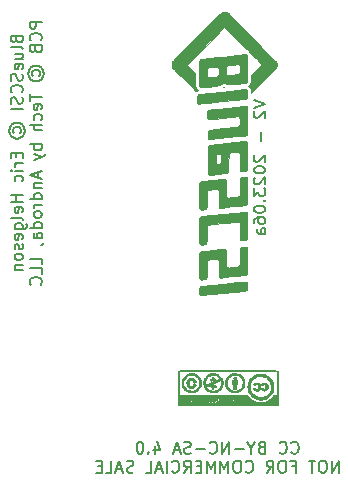
<source format=gbr>
%TF.GenerationSoftware,KiCad,Pcbnew,6.0.5-a6ca702e91~116~ubuntu21.10.1*%
%TF.CreationDate,2023-07-31T04:43:38-06:00*%
%TF.ProjectId,DB25_External,44423235-5f45-4787-9465-726e616c2e6b,rev?*%
%TF.SameCoordinates,Original*%
%TF.FileFunction,Legend,Bot*%
%TF.FilePolarity,Positive*%
%FSLAX46Y46*%
G04 Gerber Fmt 4.6, Leading zero omitted, Abs format (unit mm)*
G04 Created by KiCad (PCBNEW 6.0.5-a6ca702e91~116~ubuntu21.10.1) date 2023-07-31 04:43:38*
%MOMM*%
%LPD*%
G01*
G04 APERTURE LIST*
%ADD10C,0.150000*%
%ADD11C,0.004000*%
%ADD12C,0.010000*%
G04 APERTURE END LIST*
D10*
X143855295Y-126983942D02*
X143902914Y-127031561D01*
X144045771Y-127079180D01*
X144141009Y-127079180D01*
X144283866Y-127031561D01*
X144379104Y-126936323D01*
X144426723Y-126841085D01*
X144474342Y-126650609D01*
X144474342Y-126507752D01*
X144426723Y-126317276D01*
X144379104Y-126222038D01*
X144283866Y-126126800D01*
X144141009Y-126079180D01*
X144045771Y-126079180D01*
X143902914Y-126126800D01*
X143855295Y-126174419D01*
X142855295Y-126983942D02*
X142902914Y-127031561D01*
X143045771Y-127079180D01*
X143141009Y-127079180D01*
X143283866Y-127031561D01*
X143379104Y-126936323D01*
X143426723Y-126841085D01*
X143474342Y-126650609D01*
X143474342Y-126507752D01*
X143426723Y-126317276D01*
X143379104Y-126222038D01*
X143283866Y-126126800D01*
X143141009Y-126079180D01*
X143045771Y-126079180D01*
X142902914Y-126126800D01*
X142855295Y-126174419D01*
X141331485Y-126555371D02*
X141188628Y-126602990D01*
X141141009Y-126650609D01*
X141093390Y-126745847D01*
X141093390Y-126888704D01*
X141141009Y-126983942D01*
X141188628Y-127031561D01*
X141283866Y-127079180D01*
X141664819Y-127079180D01*
X141664819Y-126079180D01*
X141331485Y-126079180D01*
X141236247Y-126126800D01*
X141188628Y-126174419D01*
X141141009Y-126269657D01*
X141141009Y-126364895D01*
X141188628Y-126460133D01*
X141236247Y-126507752D01*
X141331485Y-126555371D01*
X141664819Y-126555371D01*
X140474342Y-126602990D02*
X140474342Y-127079180D01*
X140807676Y-126079180D02*
X140474342Y-126602990D01*
X140141009Y-126079180D01*
X139807676Y-126698228D02*
X139045771Y-126698228D01*
X138569580Y-127079180D02*
X138569580Y-126079180D01*
X137998152Y-127079180D01*
X137998152Y-126079180D01*
X136950533Y-126983942D02*
X136998152Y-127031561D01*
X137141009Y-127079180D01*
X137236247Y-127079180D01*
X137379104Y-127031561D01*
X137474342Y-126936323D01*
X137521961Y-126841085D01*
X137569580Y-126650609D01*
X137569580Y-126507752D01*
X137521961Y-126317276D01*
X137474342Y-126222038D01*
X137379104Y-126126800D01*
X137236247Y-126079180D01*
X137141009Y-126079180D01*
X136998152Y-126126800D01*
X136950533Y-126174419D01*
X136521961Y-126698228D02*
X135760057Y-126698228D01*
X135331485Y-127031561D02*
X135188628Y-127079180D01*
X134950533Y-127079180D01*
X134855295Y-127031561D01*
X134807676Y-126983942D01*
X134760057Y-126888704D01*
X134760057Y-126793466D01*
X134807676Y-126698228D01*
X134855295Y-126650609D01*
X134950533Y-126602990D01*
X135141009Y-126555371D01*
X135236247Y-126507752D01*
X135283866Y-126460133D01*
X135331485Y-126364895D01*
X135331485Y-126269657D01*
X135283866Y-126174419D01*
X135236247Y-126126800D01*
X135141009Y-126079180D01*
X134902914Y-126079180D01*
X134760057Y-126126800D01*
X134379104Y-126793466D02*
X133902914Y-126793466D01*
X134474342Y-127079180D02*
X134141009Y-126079180D01*
X133807676Y-127079180D01*
X132283866Y-126412514D02*
X132283866Y-127079180D01*
X132521961Y-126031561D02*
X132760057Y-126745847D01*
X132141009Y-126745847D01*
X131760057Y-126983942D02*
X131712438Y-127031561D01*
X131760057Y-127079180D01*
X131807676Y-127031561D01*
X131760057Y-126983942D01*
X131760057Y-127079180D01*
X131093390Y-126079180D02*
X130998152Y-126079180D01*
X130902914Y-126126800D01*
X130855295Y-126174419D01*
X130807676Y-126269657D01*
X130760057Y-126460133D01*
X130760057Y-126698228D01*
X130807676Y-126888704D01*
X130855295Y-126983942D01*
X130902914Y-127031561D01*
X130998152Y-127079180D01*
X131093390Y-127079180D01*
X131188628Y-127031561D01*
X131236247Y-126983942D01*
X131283866Y-126888704D01*
X131331485Y-126698228D01*
X131331485Y-126460133D01*
X131283866Y-126269657D01*
X131236247Y-126174419D01*
X131188628Y-126126800D01*
X131093390Y-126079180D01*
X147855295Y-128689180D02*
X147855295Y-127689180D01*
X147283866Y-128689180D01*
X147283866Y-127689180D01*
X146617200Y-127689180D02*
X146426723Y-127689180D01*
X146331485Y-127736800D01*
X146236247Y-127832038D01*
X146188628Y-128022514D01*
X146188628Y-128355847D01*
X146236247Y-128546323D01*
X146331485Y-128641561D01*
X146426723Y-128689180D01*
X146617200Y-128689180D01*
X146712438Y-128641561D01*
X146807676Y-128546323D01*
X146855295Y-128355847D01*
X146855295Y-128022514D01*
X146807676Y-127832038D01*
X146712438Y-127736800D01*
X146617200Y-127689180D01*
X145902914Y-127689180D02*
X145331485Y-127689180D01*
X145617200Y-128689180D02*
X145617200Y-127689180D01*
X143902914Y-128165371D02*
X144236247Y-128165371D01*
X144236247Y-128689180D02*
X144236247Y-127689180D01*
X143760057Y-127689180D01*
X143188628Y-127689180D02*
X142998152Y-127689180D01*
X142902914Y-127736800D01*
X142807676Y-127832038D01*
X142760057Y-128022514D01*
X142760057Y-128355847D01*
X142807676Y-128546323D01*
X142902914Y-128641561D01*
X142998152Y-128689180D01*
X143188628Y-128689180D01*
X143283866Y-128641561D01*
X143379104Y-128546323D01*
X143426723Y-128355847D01*
X143426723Y-128022514D01*
X143379104Y-127832038D01*
X143283866Y-127736800D01*
X143188628Y-127689180D01*
X141760057Y-128689180D02*
X142093390Y-128212990D01*
X142331485Y-128689180D02*
X142331485Y-127689180D01*
X141950533Y-127689180D01*
X141855295Y-127736800D01*
X141807676Y-127784419D01*
X141760057Y-127879657D01*
X141760057Y-128022514D01*
X141807676Y-128117752D01*
X141855295Y-128165371D01*
X141950533Y-128212990D01*
X142331485Y-128212990D01*
X139998152Y-128593942D02*
X140045771Y-128641561D01*
X140188628Y-128689180D01*
X140283866Y-128689180D01*
X140426723Y-128641561D01*
X140521961Y-128546323D01*
X140569580Y-128451085D01*
X140617200Y-128260609D01*
X140617200Y-128117752D01*
X140569580Y-127927276D01*
X140521961Y-127832038D01*
X140426723Y-127736800D01*
X140283866Y-127689180D01*
X140188628Y-127689180D01*
X140045771Y-127736800D01*
X139998152Y-127784419D01*
X139379104Y-127689180D02*
X139188628Y-127689180D01*
X139093390Y-127736800D01*
X138998152Y-127832038D01*
X138950533Y-128022514D01*
X138950533Y-128355847D01*
X138998152Y-128546323D01*
X139093390Y-128641561D01*
X139188628Y-128689180D01*
X139379104Y-128689180D01*
X139474342Y-128641561D01*
X139569580Y-128546323D01*
X139617200Y-128355847D01*
X139617200Y-128022514D01*
X139569580Y-127832038D01*
X139474342Y-127736800D01*
X139379104Y-127689180D01*
X138521961Y-128689180D02*
X138521961Y-127689180D01*
X138188628Y-128403466D01*
X137855295Y-127689180D01*
X137855295Y-128689180D01*
X137379104Y-128689180D02*
X137379104Y-127689180D01*
X137045771Y-128403466D01*
X136712438Y-127689180D01*
X136712438Y-128689180D01*
X136236247Y-128165371D02*
X135902914Y-128165371D01*
X135760057Y-128689180D02*
X136236247Y-128689180D01*
X136236247Y-127689180D01*
X135760057Y-127689180D01*
X134760057Y-128689180D02*
X135093390Y-128212990D01*
X135331485Y-128689180D02*
X135331485Y-127689180D01*
X134950533Y-127689180D01*
X134855295Y-127736800D01*
X134807676Y-127784419D01*
X134760057Y-127879657D01*
X134760057Y-128022514D01*
X134807676Y-128117752D01*
X134855295Y-128165371D01*
X134950533Y-128212990D01*
X135331485Y-128212990D01*
X133760057Y-128593942D02*
X133807676Y-128641561D01*
X133950533Y-128689180D01*
X134045771Y-128689180D01*
X134188628Y-128641561D01*
X134283866Y-128546323D01*
X134331485Y-128451085D01*
X134379104Y-128260609D01*
X134379104Y-128117752D01*
X134331485Y-127927276D01*
X134283866Y-127832038D01*
X134188628Y-127736800D01*
X134045771Y-127689180D01*
X133950533Y-127689180D01*
X133807676Y-127736800D01*
X133760057Y-127784419D01*
X133331485Y-128689180D02*
X133331485Y-127689180D01*
X132902914Y-128403466D02*
X132426723Y-128403466D01*
X132998152Y-128689180D02*
X132664819Y-127689180D01*
X132331485Y-128689180D01*
X131521961Y-128689180D02*
X131998152Y-128689180D01*
X131998152Y-127689180D01*
X130474342Y-128641561D02*
X130331485Y-128689180D01*
X130093390Y-128689180D01*
X129998152Y-128641561D01*
X129950533Y-128593942D01*
X129902914Y-128498704D01*
X129902914Y-128403466D01*
X129950533Y-128308228D01*
X129998152Y-128260609D01*
X130093390Y-128212990D01*
X130283866Y-128165371D01*
X130379104Y-128117752D01*
X130426723Y-128070133D01*
X130474342Y-127974895D01*
X130474342Y-127879657D01*
X130426723Y-127784419D01*
X130379104Y-127736800D01*
X130283866Y-127689180D01*
X130045771Y-127689180D01*
X129902914Y-127736800D01*
X129521961Y-128403466D02*
X129045771Y-128403466D01*
X129617200Y-128689180D02*
X129283866Y-127689180D01*
X128950533Y-128689180D01*
X128141009Y-128689180D02*
X128617200Y-128689180D01*
X128617200Y-127689180D01*
X127807676Y-128165371D02*
X127474342Y-128165371D01*
X127331485Y-128689180D02*
X127807676Y-128689180D01*
X127807676Y-127689180D01*
X127331485Y-127689180D01*
D11*
G36*
X139985871Y-106596295D02*
G01*
X139991535Y-106596802D01*
X139997113Y-106597658D01*
X140002617Y-106598873D01*
X140008064Y-106600456D01*
X140013468Y-106602416D01*
X140018843Y-106604762D01*
X140024203Y-106607505D01*
X140029563Y-106610653D01*
X140034938Y-106614215D01*
X140040342Y-106618201D01*
X140045789Y-106622619D01*
X140051294Y-106627481D01*
X140056871Y-106632794D01*
X140062535Y-106638568D01*
X140068300Y-106644812D01*
X140077210Y-106654108D01*
X140081219Y-106658264D01*
X140084943Y-106662427D01*
X140088393Y-106666845D01*
X140091578Y-106671770D01*
X140093075Y-106674499D01*
X140094509Y-106677449D01*
X140095882Y-106680651D01*
X140097195Y-106684135D01*
X140098450Y-106687933D01*
X140099647Y-106692076D01*
X140100788Y-106696596D01*
X140101874Y-106701524D01*
X140103886Y-106712726D01*
X140105694Y-106725935D01*
X140107306Y-106741399D01*
X140108734Y-106759369D01*
X140109987Y-106780094D01*
X140111075Y-106803826D01*
X140112008Y-106830812D01*
X140112795Y-106861305D01*
X140113448Y-106895553D01*
X140113976Y-106933806D01*
X140114695Y-107023330D01*
X140115033Y-107131876D01*
X140115069Y-107261443D01*
X140114882Y-107414033D01*
X140114162Y-107796278D01*
X140112045Y-108843322D01*
X140087351Y-108888479D01*
X140081848Y-108898133D01*
X140075936Y-108907501D01*
X140069638Y-108916564D01*
X140062976Y-108925300D01*
X140055970Y-108933688D01*
X140048643Y-108941709D01*
X140041016Y-108949341D01*
X140033111Y-108956564D01*
X140024950Y-108963357D01*
X140016554Y-108969700D01*
X140007945Y-108975571D01*
X139999145Y-108980950D01*
X139990176Y-108985816D01*
X139981058Y-108990150D01*
X139971815Y-108993929D01*
X139962467Y-108997134D01*
X139954050Y-108999483D01*
X139942554Y-109002002D01*
X139911910Y-109007375D01*
X139873691Y-109012897D01*
X139831057Y-109018212D01*
X139787167Y-109022964D01*
X139745178Y-109026799D01*
X139708249Y-109029361D01*
X139679539Y-109030294D01*
X139667099Y-109029891D01*
X139654927Y-109028693D01*
X139643045Y-109026713D01*
X139631473Y-109023966D01*
X139620232Y-109020467D01*
X139609342Y-109016230D01*
X139598824Y-109011269D01*
X139588699Y-109005600D01*
X139578987Y-108999236D01*
X139569709Y-108992191D01*
X139560887Y-108984482D01*
X139552539Y-108976121D01*
X139544688Y-108967123D01*
X139537353Y-108957503D01*
X139530556Y-108947276D01*
X139524317Y-108936455D01*
X139505267Y-108899767D01*
X139501739Y-108233016D01*
X139499071Y-107812869D01*
X139497051Y-107687351D01*
X139493625Y-107604455D01*
X139488083Y-107553871D01*
X139484296Y-107537474D01*
X139479712Y-107525289D01*
X139474245Y-107516027D01*
X139467803Y-107508399D01*
X139451645Y-107492889D01*
X139445235Y-107486745D01*
X139438701Y-107481013D01*
X139432032Y-107475690D01*
X139425219Y-107470774D01*
X139418254Y-107466263D01*
X139411126Y-107462156D01*
X139403827Y-107458449D01*
X139396347Y-107455141D01*
X139388676Y-107452231D01*
X139380807Y-107449715D01*
X139372728Y-107447591D01*
X139364432Y-107445859D01*
X139355908Y-107444515D01*
X139347147Y-107443557D01*
X139338140Y-107442984D01*
X139328878Y-107442794D01*
X138067962Y-107570588D01*
X137227326Y-107660976D01*
X136829800Y-107707378D01*
X136821033Y-107710475D01*
X136811980Y-107714432D01*
X136802720Y-107719180D01*
X136793332Y-107724653D01*
X136783894Y-107730783D01*
X136774486Y-107737503D01*
X136765185Y-107744747D01*
X136756070Y-107752446D01*
X136747219Y-107760533D01*
X136738712Y-107768942D01*
X136730626Y-107777605D01*
X136723041Y-107786456D01*
X136716034Y-107795426D01*
X136709685Y-107804449D01*
X136704072Y-107813457D01*
X136699273Y-107822384D01*
X136683045Y-107855544D01*
X136679517Y-108522295D01*
X136677246Y-108906249D01*
X136674578Y-109108435D01*
X136672558Y-109161539D01*
X136669794Y-109193410D01*
X136666070Y-109212118D01*
X136661172Y-109225733D01*
X136656116Y-109237106D01*
X136650490Y-109248187D01*
X136644318Y-109258950D01*
X136637625Y-109269368D01*
X136630435Y-109279413D01*
X136622775Y-109289060D01*
X136614668Y-109298281D01*
X136606139Y-109307049D01*
X136597214Y-109315337D01*
X136587916Y-109323119D01*
X136578271Y-109330368D01*
X136568304Y-109337057D01*
X136558039Y-109343159D01*
X136547501Y-109348646D01*
X136536715Y-109353494D01*
X136525706Y-109357673D01*
X136517646Y-109360130D01*
X136506668Y-109362714D01*
X136477386Y-109368102D01*
X136440713Y-109373523D01*
X136399500Y-109378663D01*
X136356600Y-109383207D01*
X136314866Y-109386843D01*
X136277150Y-109389254D01*
X136246306Y-109390128D01*
X136231118Y-109389690D01*
X136216513Y-109388381D01*
X136202495Y-109386203D01*
X136189068Y-109383160D01*
X136176236Y-109379259D01*
X136164004Y-109374501D01*
X136152375Y-109368891D01*
X136141355Y-109362435D01*
X136130946Y-109355134D01*
X136121152Y-109346995D01*
X136111980Y-109338020D01*
X136103431Y-109328215D01*
X136095511Y-109317583D01*
X136088223Y-109306128D01*
X136081572Y-109293854D01*
X136075561Y-109280766D01*
X136074055Y-109275242D01*
X136072706Y-109265741D01*
X136071506Y-109251361D01*
X136070446Y-109231202D01*
X136068715Y-109169940D01*
X136067448Y-109074745D01*
X136066577Y-108938407D01*
X136066037Y-108753717D01*
X136065684Y-108210439D01*
X136067977Y-107368447D01*
X136070843Y-107197118D01*
X136072938Y-107156305D01*
X136075561Y-107138701D01*
X136081075Y-107124588D01*
X136087520Y-107110858D01*
X136094838Y-107097564D01*
X136102968Y-107084759D01*
X136111850Y-107072495D01*
X136121425Y-107060826D01*
X136131633Y-107049804D01*
X136142413Y-107039482D01*
X136153706Y-107029912D01*
X136165451Y-107021147D01*
X136177589Y-107013240D01*
X136190060Y-107006244D01*
X136202804Y-107000210D01*
X136215760Y-106995193D01*
X136228870Y-106991245D01*
X136235463Y-106989688D01*
X136242073Y-106988418D01*
X139980106Y-106596128D01*
X139985871Y-106596295D01*
G37*
X139985871Y-106596295D02*
X139991535Y-106596802D01*
X139997113Y-106597658D01*
X140002617Y-106598873D01*
X140008064Y-106600456D01*
X140013468Y-106602416D01*
X140018843Y-106604762D01*
X140024203Y-106607505D01*
X140029563Y-106610653D01*
X140034938Y-106614215D01*
X140040342Y-106618201D01*
X140045789Y-106622619D01*
X140051294Y-106627481D01*
X140056871Y-106632794D01*
X140062535Y-106638568D01*
X140068300Y-106644812D01*
X140077210Y-106654108D01*
X140081219Y-106658264D01*
X140084943Y-106662427D01*
X140088393Y-106666845D01*
X140091578Y-106671770D01*
X140093075Y-106674499D01*
X140094509Y-106677449D01*
X140095882Y-106680651D01*
X140097195Y-106684135D01*
X140098450Y-106687933D01*
X140099647Y-106692076D01*
X140100788Y-106696596D01*
X140101874Y-106701524D01*
X140103886Y-106712726D01*
X140105694Y-106725935D01*
X140107306Y-106741399D01*
X140108734Y-106759369D01*
X140109987Y-106780094D01*
X140111075Y-106803826D01*
X140112008Y-106830812D01*
X140112795Y-106861305D01*
X140113448Y-106895553D01*
X140113976Y-106933806D01*
X140114695Y-107023330D01*
X140115033Y-107131876D01*
X140115069Y-107261443D01*
X140114882Y-107414033D01*
X140114162Y-107796278D01*
X140112045Y-108843322D01*
X140087351Y-108888479D01*
X140081848Y-108898133D01*
X140075936Y-108907501D01*
X140069638Y-108916564D01*
X140062976Y-108925300D01*
X140055970Y-108933688D01*
X140048643Y-108941709D01*
X140041016Y-108949341D01*
X140033111Y-108956564D01*
X140024950Y-108963357D01*
X140016554Y-108969700D01*
X140007945Y-108975571D01*
X139999145Y-108980950D01*
X139990176Y-108985816D01*
X139981058Y-108990150D01*
X139971815Y-108993929D01*
X139962467Y-108997134D01*
X139954050Y-108999483D01*
X139942554Y-109002002D01*
X139911910Y-109007375D01*
X139873691Y-109012897D01*
X139831057Y-109018212D01*
X139787167Y-109022964D01*
X139745178Y-109026799D01*
X139708249Y-109029361D01*
X139679539Y-109030294D01*
X139667099Y-109029891D01*
X139654927Y-109028693D01*
X139643045Y-109026713D01*
X139631473Y-109023966D01*
X139620232Y-109020467D01*
X139609342Y-109016230D01*
X139598824Y-109011269D01*
X139588699Y-109005600D01*
X139578987Y-108999236D01*
X139569709Y-108992191D01*
X139560887Y-108984482D01*
X139552539Y-108976121D01*
X139544688Y-108967123D01*
X139537353Y-108957503D01*
X139530556Y-108947276D01*
X139524317Y-108936455D01*
X139505267Y-108899767D01*
X139501739Y-108233016D01*
X139499071Y-107812869D01*
X139497051Y-107687351D01*
X139493625Y-107604455D01*
X139488083Y-107553871D01*
X139484296Y-107537474D01*
X139479712Y-107525289D01*
X139474245Y-107516027D01*
X139467803Y-107508399D01*
X139451645Y-107492889D01*
X139445235Y-107486745D01*
X139438701Y-107481013D01*
X139432032Y-107475690D01*
X139425219Y-107470774D01*
X139418254Y-107466263D01*
X139411126Y-107462156D01*
X139403827Y-107458449D01*
X139396347Y-107455141D01*
X139388676Y-107452231D01*
X139380807Y-107449715D01*
X139372728Y-107447591D01*
X139364432Y-107445859D01*
X139355908Y-107444515D01*
X139347147Y-107443557D01*
X139338140Y-107442984D01*
X139328878Y-107442794D01*
X138067962Y-107570588D01*
X137227326Y-107660976D01*
X136829800Y-107707378D01*
X136821033Y-107710475D01*
X136811980Y-107714432D01*
X136802720Y-107719180D01*
X136793332Y-107724653D01*
X136783894Y-107730783D01*
X136774486Y-107737503D01*
X136765185Y-107744747D01*
X136756070Y-107752446D01*
X136747219Y-107760533D01*
X136738712Y-107768942D01*
X136730626Y-107777605D01*
X136723041Y-107786456D01*
X136716034Y-107795426D01*
X136709685Y-107804449D01*
X136704072Y-107813457D01*
X136699273Y-107822384D01*
X136683045Y-107855544D01*
X136679517Y-108522295D01*
X136677246Y-108906249D01*
X136674578Y-109108435D01*
X136672558Y-109161539D01*
X136669794Y-109193410D01*
X136666070Y-109212118D01*
X136661172Y-109225733D01*
X136656116Y-109237106D01*
X136650490Y-109248187D01*
X136644318Y-109258950D01*
X136637625Y-109269368D01*
X136630435Y-109279413D01*
X136622775Y-109289060D01*
X136614668Y-109298281D01*
X136606139Y-109307049D01*
X136597214Y-109315337D01*
X136587916Y-109323119D01*
X136578271Y-109330368D01*
X136568304Y-109337057D01*
X136558039Y-109343159D01*
X136547501Y-109348646D01*
X136536715Y-109353494D01*
X136525706Y-109357673D01*
X136517646Y-109360130D01*
X136506668Y-109362714D01*
X136477386Y-109368102D01*
X136440713Y-109373523D01*
X136399500Y-109378663D01*
X136356600Y-109383207D01*
X136314866Y-109386843D01*
X136277150Y-109389254D01*
X136246306Y-109390128D01*
X136231118Y-109389690D01*
X136216513Y-109388381D01*
X136202495Y-109386203D01*
X136189068Y-109383160D01*
X136176236Y-109379259D01*
X136164004Y-109374501D01*
X136152375Y-109368891D01*
X136141355Y-109362435D01*
X136130946Y-109355134D01*
X136121152Y-109346995D01*
X136111980Y-109338020D01*
X136103431Y-109328215D01*
X136095511Y-109317583D01*
X136088223Y-109306128D01*
X136081572Y-109293854D01*
X136075561Y-109280766D01*
X136074055Y-109275242D01*
X136072706Y-109265741D01*
X136071506Y-109251361D01*
X136070446Y-109231202D01*
X136068715Y-109169940D01*
X136067448Y-109074745D01*
X136066577Y-108938407D01*
X136066037Y-108753717D01*
X136065684Y-108210439D01*
X136067977Y-107368447D01*
X136070843Y-107197118D01*
X136072938Y-107156305D01*
X136075561Y-107138701D01*
X136081075Y-107124588D01*
X136087520Y-107110858D01*
X136094838Y-107097564D01*
X136102968Y-107084759D01*
X136111850Y-107072495D01*
X136121425Y-107060826D01*
X136131633Y-107049804D01*
X136142413Y-107039482D01*
X136153706Y-107029912D01*
X136165451Y-107021147D01*
X136177589Y-107013240D01*
X136190060Y-107006244D01*
X136202804Y-107000210D01*
X136215760Y-106995193D01*
X136228870Y-106991245D01*
X136235463Y-106989688D01*
X136242073Y-106988418D01*
X139980106Y-106596128D01*
X139985871Y-106596295D01*
G36*
X139967192Y-96242433D02*
G01*
X139975519Y-96243948D01*
X139983876Y-96245920D01*
X139992222Y-96248329D01*
X140000514Y-96251155D01*
X140008710Y-96254380D01*
X140016768Y-96257982D01*
X140024644Y-96261944D01*
X140032298Y-96266244D01*
X140039686Y-96270864D01*
X140046766Y-96275783D01*
X140053495Y-96280983D01*
X140059832Y-96286442D01*
X140065733Y-96292143D01*
X140071157Y-96298065D01*
X140076062Y-96304189D01*
X140082668Y-96313120D01*
X140088495Y-96321662D01*
X140091133Y-96325914D01*
X140093594Y-96330221D01*
X140095884Y-96334634D01*
X140098011Y-96339202D01*
X140099979Y-96343977D01*
X140101795Y-96349010D01*
X140103466Y-96354350D01*
X140104996Y-96360049D01*
X140106393Y-96366158D01*
X140107661Y-96372726D01*
X140108808Y-96379805D01*
X140109840Y-96387445D01*
X140110762Y-96395696D01*
X140111580Y-96404611D01*
X140112301Y-96414238D01*
X140112931Y-96424630D01*
X140113941Y-96447906D01*
X140114658Y-96474845D01*
X140115131Y-96505852D01*
X140115409Y-96541333D01*
X140115573Y-96627333D01*
X140115231Y-96761378D01*
X140114568Y-96805344D01*
X140113368Y-96837677D01*
X140111473Y-96861180D01*
X140108727Y-96878655D01*
X140104971Y-96892905D01*
X140100050Y-96906734D01*
X140096099Y-96916555D01*
X140091424Y-96926404D01*
X140086079Y-96936223D01*
X140080118Y-96945958D01*
X140073595Y-96955552D01*
X140066564Y-96964950D01*
X140059078Y-96974095D01*
X140051191Y-96982933D01*
X140042956Y-96991407D01*
X140034428Y-96999461D01*
X140025660Y-97007040D01*
X140016707Y-97014088D01*
X140007620Y-97020548D01*
X139998456Y-97026366D01*
X139989266Y-97031485D01*
X139980106Y-97035850D01*
X139971445Y-97038555D01*
X139956125Y-97041778D01*
X139932286Y-97045725D01*
X139898063Y-97050601D01*
X139791020Y-97063954D01*
X139620096Y-97083475D01*
X139370393Y-97110802D01*
X139027011Y-97147571D01*
X137999611Y-97255984D01*
X136779463Y-97384086D01*
X136190743Y-97441545D01*
X136058465Y-97449818D01*
X135994401Y-97447674D01*
X135968667Y-97437526D01*
X135951384Y-97421789D01*
X135948403Y-97419264D01*
X135945301Y-97416467D01*
X135942104Y-97413427D01*
X135938838Y-97410170D01*
X135935531Y-97406722D01*
X135932210Y-97403111D01*
X135928901Y-97399364D01*
X135925631Y-97395507D01*
X135922427Y-97391568D01*
X135919317Y-97387572D01*
X135916326Y-97383548D01*
X135913482Y-97379522D01*
X135910812Y-97375520D01*
X135908342Y-97371570D01*
X135906100Y-97367699D01*
X135904111Y-97363933D01*
X135885767Y-97328655D01*
X135884355Y-97078183D01*
X135884323Y-96979637D01*
X135885150Y-96896238D01*
X135886638Y-96836784D01*
X135887568Y-96818785D01*
X135888589Y-96810072D01*
X135893839Y-96795165D01*
X135900024Y-96780642D01*
X135907091Y-96766558D01*
X135914982Y-96752966D01*
X135923642Y-96739919D01*
X135933015Y-96727472D01*
X135943045Y-96715679D01*
X135953677Y-96704592D01*
X135964854Y-96694265D01*
X135976522Y-96684753D01*
X135988624Y-96676110D01*
X136001103Y-96668388D01*
X136013906Y-96661642D01*
X136026975Y-96655925D01*
X136040254Y-96651291D01*
X136053689Y-96647795D01*
X138018750Y-96437451D01*
X139958939Y-96241394D01*
X139967192Y-96242433D01*
G37*
X139967192Y-96242433D02*
X139975519Y-96243948D01*
X139983876Y-96245920D01*
X139992222Y-96248329D01*
X140000514Y-96251155D01*
X140008710Y-96254380D01*
X140016768Y-96257982D01*
X140024644Y-96261944D01*
X140032298Y-96266244D01*
X140039686Y-96270864D01*
X140046766Y-96275783D01*
X140053495Y-96280983D01*
X140059832Y-96286442D01*
X140065733Y-96292143D01*
X140071157Y-96298065D01*
X140076062Y-96304189D01*
X140082668Y-96313120D01*
X140088495Y-96321662D01*
X140091133Y-96325914D01*
X140093594Y-96330221D01*
X140095884Y-96334634D01*
X140098011Y-96339202D01*
X140099979Y-96343977D01*
X140101795Y-96349010D01*
X140103466Y-96354350D01*
X140104996Y-96360049D01*
X140106393Y-96366158D01*
X140107661Y-96372726D01*
X140108808Y-96379805D01*
X140109840Y-96387445D01*
X140110762Y-96395696D01*
X140111580Y-96404611D01*
X140112301Y-96414238D01*
X140112931Y-96424630D01*
X140113941Y-96447906D01*
X140114658Y-96474845D01*
X140115131Y-96505852D01*
X140115409Y-96541333D01*
X140115573Y-96627333D01*
X140115231Y-96761378D01*
X140114568Y-96805344D01*
X140113368Y-96837677D01*
X140111473Y-96861180D01*
X140108727Y-96878655D01*
X140104971Y-96892905D01*
X140100050Y-96906734D01*
X140096099Y-96916555D01*
X140091424Y-96926404D01*
X140086079Y-96936223D01*
X140080118Y-96945958D01*
X140073595Y-96955552D01*
X140066564Y-96964950D01*
X140059078Y-96974095D01*
X140051191Y-96982933D01*
X140042956Y-96991407D01*
X140034428Y-96999461D01*
X140025660Y-97007040D01*
X140016707Y-97014088D01*
X140007620Y-97020548D01*
X139998456Y-97026366D01*
X139989266Y-97031485D01*
X139980106Y-97035850D01*
X139971445Y-97038555D01*
X139956125Y-97041778D01*
X139932286Y-97045725D01*
X139898063Y-97050601D01*
X139791020Y-97063954D01*
X139620096Y-97083475D01*
X139370393Y-97110802D01*
X139027011Y-97147571D01*
X137999611Y-97255984D01*
X136779463Y-97384086D01*
X136190743Y-97441545D01*
X136058465Y-97449818D01*
X135994401Y-97447674D01*
X135968667Y-97437526D01*
X135951384Y-97421789D01*
X135948403Y-97419264D01*
X135945301Y-97416467D01*
X135942104Y-97413427D01*
X135938838Y-97410170D01*
X135935531Y-97406722D01*
X135932210Y-97403111D01*
X135928901Y-97399364D01*
X135925631Y-97395507D01*
X135922427Y-97391568D01*
X135919317Y-97387572D01*
X135916326Y-97383548D01*
X135913482Y-97379522D01*
X135910812Y-97375520D01*
X135908342Y-97371570D01*
X135906100Y-97367699D01*
X135904111Y-97363933D01*
X135885767Y-97328655D01*
X135884355Y-97078183D01*
X135884323Y-96979637D01*
X135885150Y-96896238D01*
X135886638Y-96836784D01*
X135887568Y-96818785D01*
X135888589Y-96810072D01*
X135893839Y-96795165D01*
X135900024Y-96780642D01*
X135907091Y-96766558D01*
X135914982Y-96752966D01*
X135923642Y-96739919D01*
X135933015Y-96727472D01*
X135943045Y-96715679D01*
X135953677Y-96704592D01*
X135964854Y-96694265D01*
X135976522Y-96684753D01*
X135988624Y-96676110D01*
X136001103Y-96668388D01*
X136013906Y-96661642D01*
X136026975Y-96655925D01*
X136040254Y-96651291D01*
X136053689Y-96647795D01*
X138018750Y-96437451D01*
X139958939Y-96241394D01*
X139967192Y-96242433D01*
G36*
X139813507Y-100647324D02*
G01*
X139962787Y-100635297D01*
X139986456Y-100640533D01*
X139994412Y-100643059D01*
X140002379Y-100646118D01*
X140010320Y-100649685D01*
X140018195Y-100653729D01*
X140025967Y-100658225D01*
X140033597Y-100663143D01*
X140041048Y-100668456D01*
X140048280Y-100674136D01*
X140055257Y-100680154D01*
X140061938Y-100686484D01*
X140068287Y-100693097D01*
X140074265Y-100699966D01*
X140079833Y-100707061D01*
X140084954Y-100714356D01*
X140089590Y-100721823D01*
X140093701Y-100729433D01*
X140112045Y-100764006D01*
X140112045Y-103001322D01*
X140092995Y-103036600D01*
X140088434Y-103044998D01*
X140083497Y-103053245D01*
X140078205Y-103061326D01*
X140072578Y-103069221D01*
X140066636Y-103076913D01*
X140060401Y-103084386D01*
X140053894Y-103091621D01*
X140047134Y-103098601D01*
X140040142Y-103105307D01*
X140032940Y-103111724D01*
X140025547Y-103117832D01*
X140017985Y-103123615D01*
X140010275Y-103129054D01*
X140002436Y-103134133D01*
X139994489Y-103138833D01*
X139986456Y-103143138D01*
X139981472Y-103145572D01*
X139976249Y-103147858D01*
X139970697Y-103150014D01*
X139964727Y-103152057D01*
X139958248Y-103154005D01*
X139951171Y-103155876D01*
X139943406Y-103157686D01*
X139934862Y-103159454D01*
X139925451Y-103161198D01*
X139915081Y-103162934D01*
X139903663Y-103164680D01*
X139891107Y-103166455D01*
X139862222Y-103170158D01*
X139827706Y-103174183D01*
X139777849Y-103179577D01*
X139735631Y-103183598D01*
X139700160Y-103186263D01*
X139670544Y-103187589D01*
X139645888Y-103187592D01*
X139625300Y-103186288D01*
X139616252Y-103185151D01*
X139607887Y-103183694D01*
X139600092Y-103181919D01*
X139592756Y-103179828D01*
X139585918Y-103177528D01*
X139578930Y-103174624D01*
X139571841Y-103171158D01*
X139564699Y-103167172D01*
X139557553Y-103162706D01*
X139550452Y-103157801D01*
X139543443Y-103152500D01*
X139536576Y-103146843D01*
X139529899Y-103140872D01*
X139523461Y-103134628D01*
X139517311Y-103128153D01*
X139511496Y-103121487D01*
X139506066Y-103114673D01*
X139501068Y-103107751D01*
X139496553Y-103100763D01*
X139492567Y-103093750D01*
X139477045Y-103064822D01*
X139473517Y-102355738D01*
X139469989Y-101645949D01*
X139451645Y-101611378D01*
X139447175Y-101603179D01*
X139442249Y-101595261D01*
X139436889Y-101587640D01*
X139431117Y-101580334D01*
X139424957Y-101573358D01*
X139418431Y-101566730D01*
X139411562Y-101560465D01*
X139404373Y-101554581D01*
X139396885Y-101549094D01*
X139389123Y-101544020D01*
X139381109Y-101539375D01*
X139372865Y-101535178D01*
X139364414Y-101531443D01*
X139355780Y-101528188D01*
X139346984Y-101525430D01*
X139338050Y-101523183D01*
X139331766Y-101521980D01*
X139324884Y-101521031D01*
X139317106Y-101520359D01*
X139308130Y-101519986D01*
X139297658Y-101519936D01*
X139285390Y-101520232D01*
X139271026Y-101520895D01*
X139254266Y-101521949D01*
X139234810Y-101523416D01*
X139212359Y-101525319D01*
X139157274Y-101530526D01*
X139086611Y-101537749D01*
X138997973Y-101547173D01*
X138886620Y-101559193D01*
X138801949Y-101568989D01*
X138739421Y-101577645D01*
X138715041Y-101581883D01*
X138694495Y-101586242D01*
X138677215Y-101590858D01*
X138662634Y-101595865D01*
X138650183Y-101601400D01*
X138639297Y-101607597D01*
X138629406Y-101614591D01*
X138619945Y-101622520D01*
X138600039Y-101641717D01*
X138596827Y-101644903D01*
X138593554Y-101648352D01*
X138590244Y-101652031D01*
X138586920Y-101655905D01*
X138583604Y-101659940D01*
X138580319Y-101664103D01*
X138577088Y-101668358D01*
X138573934Y-101672673D01*
X138570878Y-101677012D01*
X138567945Y-101681342D01*
X138565156Y-101685629D01*
X138562535Y-101689838D01*
X138560103Y-101693935D01*
X138557885Y-101697887D01*
X138555902Y-101701659D01*
X138554178Y-101705217D01*
X138538656Y-101738377D01*
X138535128Y-102447461D01*
X138531601Y-103156544D01*
X138513256Y-103195350D01*
X138508300Y-103205532D01*
X138503207Y-103215190D01*
X138497958Y-103224345D01*
X138492530Y-103233020D01*
X138486904Y-103241236D01*
X138481060Y-103249015D01*
X138474975Y-103256378D01*
X138468630Y-103263348D01*
X138462003Y-103269946D01*
X138455075Y-103276193D01*
X138447825Y-103282111D01*
X138440231Y-103287723D01*
X138432274Y-103293049D01*
X138423932Y-103298112D01*
X138415185Y-103302933D01*
X138406012Y-103307534D01*
X138398913Y-103310813D01*
X138392056Y-103313795D01*
X138385267Y-103316513D01*
X138378374Y-103318999D01*
X138371203Y-103321286D01*
X138363583Y-103323408D01*
X138355341Y-103325398D01*
X138346304Y-103327289D01*
X138336300Y-103329113D01*
X138325155Y-103330905D01*
X138312698Y-103332696D01*
X138298756Y-103334521D01*
X138265726Y-103338401D01*
X138224684Y-103342811D01*
X137549467Y-103414072D01*
X137160089Y-103453936D01*
X137034026Y-103466062D01*
X136978672Y-103470516D01*
X136965200Y-103470080D01*
X136952050Y-103468784D01*
X136939250Y-103466642D01*
X136926825Y-103463670D01*
X136914801Y-103459884D01*
X136903204Y-103455299D01*
X136892060Y-103449930D01*
X136881394Y-103443793D01*
X136871233Y-103436904D01*
X136861601Y-103429279D01*
X136852526Y-103420931D01*
X136844033Y-103411878D01*
X136836147Y-103402134D01*
X136828895Y-103391716D01*
X136822302Y-103380638D01*
X136816395Y-103368916D01*
X136799462Y-103332933D01*
X136799462Y-102158183D01*
X137441517Y-102158183D01*
X137441782Y-102327715D01*
X137442410Y-102381053D01*
X137443634Y-102418533D01*
X137445651Y-102443974D01*
X137448661Y-102461197D01*
X137452861Y-102474021D01*
X137458450Y-102486267D01*
X137462211Y-102494087D01*
X137466341Y-102501668D01*
X137470831Y-102509000D01*
X137475670Y-102516076D01*
X137480849Y-102522888D01*
X137486355Y-102529427D01*
X137492181Y-102535684D01*
X137498314Y-102541653D01*
X137504745Y-102547323D01*
X137511463Y-102552688D01*
X137518459Y-102557739D01*
X137525721Y-102562467D01*
X137533239Y-102566864D01*
X137541003Y-102570923D01*
X137549003Y-102574634D01*
X137557228Y-102577989D01*
X137562166Y-102579867D01*
X137566968Y-102581536D01*
X137571696Y-102583002D01*
X137576410Y-102584273D01*
X137581175Y-102585353D01*
X137586051Y-102586249D01*
X137591101Y-102586967D01*
X137596387Y-102587514D01*
X137601970Y-102587895D01*
X137607912Y-102588118D01*
X137614277Y-102588187D01*
X137621125Y-102588110D01*
X137628519Y-102587892D01*
X137636521Y-102587539D01*
X137654595Y-102586456D01*
X137674360Y-102584717D01*
X137693188Y-102582133D01*
X137711103Y-102578688D01*
X137728127Y-102574362D01*
X137744283Y-102569140D01*
X137759593Y-102563003D01*
X137774081Y-102555934D01*
X137787768Y-102547915D01*
X137800679Y-102538929D01*
X137812835Y-102528957D01*
X137824259Y-102517983D01*
X137834974Y-102505989D01*
X137845003Y-102492958D01*
X137854369Y-102478871D01*
X137863094Y-102463711D01*
X137871200Y-102447461D01*
X137889545Y-102408656D01*
X137889545Y-101815989D01*
X137873317Y-101784239D01*
X137868947Y-101776157D01*
X137864549Y-101768561D01*
X137860095Y-101761427D01*
X137855557Y-101754727D01*
X137850908Y-101748437D01*
X137846119Y-101742530D01*
X137841162Y-101736981D01*
X137836011Y-101731763D01*
X137830636Y-101726852D01*
X137825010Y-101722220D01*
X137819105Y-101717843D01*
X137812893Y-101713694D01*
X137806346Y-101709748D01*
X137799436Y-101705979D01*
X137792136Y-101702360D01*
X137784417Y-101698867D01*
X137778679Y-101696492D01*
X137773302Y-101694388D01*
X137768185Y-101692545D01*
X137763228Y-101690951D01*
X137758329Y-101689598D01*
X137753386Y-101688474D01*
X137748299Y-101687569D01*
X137742966Y-101686872D01*
X137737285Y-101686374D01*
X137731156Y-101686065D01*
X137724477Y-101685933D01*
X137717147Y-101685968D01*
X137709064Y-101686161D01*
X137700128Y-101686500D01*
X137679289Y-101687578D01*
X137664544Y-101688632D01*
X137650691Y-101689959D01*
X137637663Y-101691584D01*
X137625392Y-101693531D01*
X137613811Y-101695826D01*
X137602854Y-101698492D01*
X137592453Y-101701555D01*
X137582540Y-101705040D01*
X137573049Y-101708972D01*
X137563913Y-101713375D01*
X137555064Y-101718274D01*
X137546435Y-101723694D01*
X137537960Y-101729659D01*
X137529569Y-101736195D01*
X137521198Y-101743326D01*
X137512778Y-101751078D01*
X137509541Y-101754304D01*
X137506197Y-101757874D01*
X137502769Y-101761750D01*
X137499284Y-101765894D01*
X137495766Y-101770270D01*
X137492240Y-101774841D01*
X137488730Y-101779568D01*
X137485262Y-101784415D01*
X137481859Y-101789345D01*
X137478548Y-101794321D01*
X137475352Y-101799304D01*
X137472297Y-101804259D01*
X137469407Y-101809148D01*
X137466708Y-101813933D01*
X137464223Y-101818577D01*
X137461978Y-101823044D01*
X137441517Y-101865378D01*
X137441517Y-102158183D01*
X136799462Y-102158183D01*
X136799462Y-101117489D01*
X136819922Y-101075156D01*
X136824716Y-101065516D01*
X136829832Y-101056182D01*
X136835259Y-101047159D01*
X136840990Y-101038456D01*
X136847014Y-101030079D01*
X136853322Y-101022036D01*
X136859905Y-101014335D01*
X136866754Y-101006981D01*
X136873859Y-100999983D01*
X136881211Y-100993348D01*
X136888800Y-100987083D01*
X136896619Y-100981195D01*
X136904656Y-100975692D01*
X136912903Y-100970580D01*
X136921350Y-100965868D01*
X136929989Y-100961561D01*
X136937381Y-100958754D01*
X136948640Y-100955777D01*
X136965252Y-100952459D01*
X136988705Y-100948630D01*
X137020483Y-100944118D01*
X137062074Y-100938753D01*
X137180638Y-100924784D01*
X137356285Y-100905358D01*
X137600907Y-100879111D01*
X137724477Y-100866082D01*
X138344629Y-100800694D01*
X139813507Y-100647324D01*
G37*
X139813507Y-100647324D02*
X139962787Y-100635297D01*
X139986456Y-100640533D01*
X139994412Y-100643059D01*
X140002379Y-100646118D01*
X140010320Y-100649685D01*
X140018195Y-100653729D01*
X140025967Y-100658225D01*
X140033597Y-100663143D01*
X140041048Y-100668456D01*
X140048280Y-100674136D01*
X140055257Y-100680154D01*
X140061938Y-100686484D01*
X140068287Y-100693097D01*
X140074265Y-100699966D01*
X140079833Y-100707061D01*
X140084954Y-100714356D01*
X140089590Y-100721823D01*
X140093701Y-100729433D01*
X140112045Y-100764006D01*
X140112045Y-103001322D01*
X140092995Y-103036600D01*
X140088434Y-103044998D01*
X140083497Y-103053245D01*
X140078205Y-103061326D01*
X140072578Y-103069221D01*
X140066636Y-103076913D01*
X140060401Y-103084386D01*
X140053894Y-103091621D01*
X140047134Y-103098601D01*
X140040142Y-103105307D01*
X140032940Y-103111724D01*
X140025547Y-103117832D01*
X140017985Y-103123615D01*
X140010275Y-103129054D01*
X140002436Y-103134133D01*
X139994489Y-103138833D01*
X139986456Y-103143138D01*
X139981472Y-103145572D01*
X139976249Y-103147858D01*
X139970697Y-103150014D01*
X139964727Y-103152057D01*
X139958248Y-103154005D01*
X139951171Y-103155876D01*
X139943406Y-103157686D01*
X139934862Y-103159454D01*
X139925451Y-103161198D01*
X139915081Y-103162934D01*
X139903663Y-103164680D01*
X139891107Y-103166455D01*
X139862222Y-103170158D01*
X139827706Y-103174183D01*
X139777849Y-103179577D01*
X139735631Y-103183598D01*
X139700160Y-103186263D01*
X139670544Y-103187589D01*
X139645888Y-103187592D01*
X139625300Y-103186288D01*
X139616252Y-103185151D01*
X139607887Y-103183694D01*
X139600092Y-103181919D01*
X139592756Y-103179828D01*
X139585918Y-103177528D01*
X139578930Y-103174624D01*
X139571841Y-103171158D01*
X139564699Y-103167172D01*
X139557553Y-103162706D01*
X139550452Y-103157801D01*
X139543443Y-103152500D01*
X139536576Y-103146843D01*
X139529899Y-103140872D01*
X139523461Y-103134628D01*
X139517311Y-103128153D01*
X139511496Y-103121487D01*
X139506066Y-103114673D01*
X139501068Y-103107751D01*
X139496553Y-103100763D01*
X139492567Y-103093750D01*
X139477045Y-103064822D01*
X139473517Y-102355738D01*
X139469989Y-101645949D01*
X139451645Y-101611378D01*
X139447175Y-101603179D01*
X139442249Y-101595261D01*
X139436889Y-101587640D01*
X139431117Y-101580334D01*
X139424957Y-101573358D01*
X139418431Y-101566730D01*
X139411562Y-101560465D01*
X139404373Y-101554581D01*
X139396885Y-101549094D01*
X139389123Y-101544020D01*
X139381109Y-101539375D01*
X139372865Y-101535178D01*
X139364414Y-101531443D01*
X139355780Y-101528188D01*
X139346984Y-101525430D01*
X139338050Y-101523183D01*
X139331766Y-101521980D01*
X139324884Y-101521031D01*
X139317106Y-101520359D01*
X139308130Y-101519986D01*
X139297658Y-101519936D01*
X139285390Y-101520232D01*
X139271026Y-101520895D01*
X139254266Y-101521949D01*
X139234810Y-101523416D01*
X139212359Y-101525319D01*
X139157274Y-101530526D01*
X139086611Y-101537749D01*
X138997973Y-101547173D01*
X138886620Y-101559193D01*
X138801949Y-101568989D01*
X138739421Y-101577645D01*
X138715041Y-101581883D01*
X138694495Y-101586242D01*
X138677215Y-101590858D01*
X138662634Y-101595865D01*
X138650183Y-101601400D01*
X138639297Y-101607597D01*
X138629406Y-101614591D01*
X138619945Y-101622520D01*
X138600039Y-101641717D01*
X138596827Y-101644903D01*
X138593554Y-101648352D01*
X138590244Y-101652031D01*
X138586920Y-101655905D01*
X138583604Y-101659940D01*
X138580319Y-101664103D01*
X138577088Y-101668358D01*
X138573934Y-101672673D01*
X138570878Y-101677012D01*
X138567945Y-101681342D01*
X138565156Y-101685629D01*
X138562535Y-101689838D01*
X138560103Y-101693935D01*
X138557885Y-101697887D01*
X138555902Y-101701659D01*
X138554178Y-101705217D01*
X138538656Y-101738377D01*
X138535128Y-102447461D01*
X138531601Y-103156544D01*
X138513256Y-103195350D01*
X138508300Y-103205532D01*
X138503207Y-103215190D01*
X138497958Y-103224345D01*
X138492530Y-103233020D01*
X138486904Y-103241236D01*
X138481060Y-103249015D01*
X138474975Y-103256378D01*
X138468630Y-103263348D01*
X138462003Y-103269946D01*
X138455075Y-103276193D01*
X138447825Y-103282111D01*
X138440231Y-103287723D01*
X138432274Y-103293049D01*
X138423932Y-103298112D01*
X138415185Y-103302933D01*
X138406012Y-103307534D01*
X138398913Y-103310813D01*
X138392056Y-103313795D01*
X138385267Y-103316513D01*
X138378374Y-103318999D01*
X138371203Y-103321286D01*
X138363583Y-103323408D01*
X138355341Y-103325398D01*
X138346304Y-103327289D01*
X138336300Y-103329113D01*
X138325155Y-103330905D01*
X138312698Y-103332696D01*
X138298756Y-103334521D01*
X138265726Y-103338401D01*
X138224684Y-103342811D01*
X137549467Y-103414072D01*
X137160089Y-103453936D01*
X137034026Y-103466062D01*
X136978672Y-103470516D01*
X136965200Y-103470080D01*
X136952050Y-103468784D01*
X136939250Y-103466642D01*
X136926825Y-103463670D01*
X136914801Y-103459884D01*
X136903204Y-103455299D01*
X136892060Y-103449930D01*
X136881394Y-103443793D01*
X136871233Y-103436904D01*
X136861601Y-103429279D01*
X136852526Y-103420931D01*
X136844033Y-103411878D01*
X136836147Y-103402134D01*
X136828895Y-103391716D01*
X136822302Y-103380638D01*
X136816395Y-103368916D01*
X136799462Y-103332933D01*
X136799462Y-102158183D01*
X137441517Y-102158183D01*
X137441782Y-102327715D01*
X137442410Y-102381053D01*
X137443634Y-102418533D01*
X137445651Y-102443974D01*
X137448661Y-102461197D01*
X137452861Y-102474021D01*
X137458450Y-102486267D01*
X137462211Y-102494087D01*
X137466341Y-102501668D01*
X137470831Y-102509000D01*
X137475670Y-102516076D01*
X137480849Y-102522888D01*
X137486355Y-102529427D01*
X137492181Y-102535684D01*
X137498314Y-102541653D01*
X137504745Y-102547323D01*
X137511463Y-102552688D01*
X137518459Y-102557739D01*
X137525721Y-102562467D01*
X137533239Y-102566864D01*
X137541003Y-102570923D01*
X137549003Y-102574634D01*
X137557228Y-102577989D01*
X137562166Y-102579867D01*
X137566968Y-102581536D01*
X137571696Y-102583002D01*
X137576410Y-102584273D01*
X137581175Y-102585353D01*
X137586051Y-102586249D01*
X137591101Y-102586967D01*
X137596387Y-102587514D01*
X137601970Y-102587895D01*
X137607912Y-102588118D01*
X137614277Y-102588187D01*
X137621125Y-102588110D01*
X137628519Y-102587892D01*
X137636521Y-102587539D01*
X137654595Y-102586456D01*
X137674360Y-102584717D01*
X137693188Y-102582133D01*
X137711103Y-102578688D01*
X137728127Y-102574362D01*
X137744283Y-102569140D01*
X137759593Y-102563003D01*
X137774081Y-102555934D01*
X137787768Y-102547915D01*
X137800679Y-102538929D01*
X137812835Y-102528957D01*
X137824259Y-102517983D01*
X137834974Y-102505989D01*
X137845003Y-102492958D01*
X137854369Y-102478871D01*
X137863094Y-102463711D01*
X137871200Y-102447461D01*
X137889545Y-102408656D01*
X137889545Y-101815989D01*
X137873317Y-101784239D01*
X137868947Y-101776157D01*
X137864549Y-101768561D01*
X137860095Y-101761427D01*
X137855557Y-101754727D01*
X137850908Y-101748437D01*
X137846119Y-101742530D01*
X137841162Y-101736981D01*
X137836011Y-101731763D01*
X137830636Y-101726852D01*
X137825010Y-101722220D01*
X137819105Y-101717843D01*
X137812893Y-101713694D01*
X137806346Y-101709748D01*
X137799436Y-101705979D01*
X137792136Y-101702360D01*
X137784417Y-101698867D01*
X137778679Y-101696492D01*
X137773302Y-101694388D01*
X137768185Y-101692545D01*
X137763228Y-101690951D01*
X137758329Y-101689598D01*
X137753386Y-101688474D01*
X137748299Y-101687569D01*
X137742966Y-101686872D01*
X137737285Y-101686374D01*
X137731156Y-101686065D01*
X137724477Y-101685933D01*
X137717147Y-101685968D01*
X137709064Y-101686161D01*
X137700128Y-101686500D01*
X137679289Y-101687578D01*
X137664544Y-101688632D01*
X137650691Y-101689959D01*
X137637663Y-101691584D01*
X137625392Y-101693531D01*
X137613811Y-101695826D01*
X137602854Y-101698492D01*
X137592453Y-101701555D01*
X137582540Y-101705040D01*
X137573049Y-101708972D01*
X137563913Y-101713375D01*
X137555064Y-101718274D01*
X137546435Y-101723694D01*
X137537960Y-101729659D01*
X137529569Y-101736195D01*
X137521198Y-101743326D01*
X137512778Y-101751078D01*
X137509541Y-101754304D01*
X137506197Y-101757874D01*
X137502769Y-101761750D01*
X137499284Y-101765894D01*
X137495766Y-101770270D01*
X137492240Y-101774841D01*
X137488730Y-101779568D01*
X137485262Y-101784415D01*
X137481859Y-101789345D01*
X137478548Y-101794321D01*
X137475352Y-101799304D01*
X137472297Y-101804259D01*
X137469407Y-101809148D01*
X137466708Y-101813933D01*
X137464223Y-101818577D01*
X137461978Y-101823044D01*
X137441517Y-101865378D01*
X137441517Y-102158183D01*
X136799462Y-102158183D01*
X136799462Y-101117489D01*
X136819922Y-101075156D01*
X136824716Y-101065516D01*
X136829832Y-101056182D01*
X136835259Y-101047159D01*
X136840990Y-101038456D01*
X136847014Y-101030079D01*
X136853322Y-101022036D01*
X136859905Y-101014335D01*
X136866754Y-101006981D01*
X136873859Y-100999983D01*
X136881211Y-100993348D01*
X136888800Y-100987083D01*
X136896619Y-100981195D01*
X136904656Y-100975692D01*
X136912903Y-100970580D01*
X136921350Y-100965868D01*
X136929989Y-100961561D01*
X136937381Y-100958754D01*
X136948640Y-100955777D01*
X136965252Y-100952459D01*
X136988705Y-100948630D01*
X137020483Y-100944118D01*
X137062074Y-100938753D01*
X137180638Y-100924784D01*
X137356285Y-100905358D01*
X137600907Y-100879111D01*
X137724477Y-100866082D01*
X138344629Y-100800694D01*
X139813507Y-100647324D01*
G36*
X139325351Y-93343456D02*
G01*
X139367948Y-93339003D01*
X139937772Y-93282294D01*
X139947020Y-93282487D01*
X139956591Y-93283044D01*
X139966211Y-93283931D01*
X139975608Y-93285117D01*
X139984509Y-93286566D01*
X139992641Y-93288248D01*
X139996333Y-93289165D01*
X139999731Y-93290127D01*
X140002800Y-93291131D01*
X140005506Y-93292172D01*
X140011683Y-93294960D01*
X140018012Y-93298270D01*
X140024446Y-93302061D01*
X140030939Y-93306294D01*
X140037445Y-93310928D01*
X140043916Y-93315923D01*
X140050307Y-93321237D01*
X140056571Y-93326832D01*
X140062661Y-93332667D01*
X140068531Y-93338702D01*
X140074134Y-93344895D01*
X140079424Y-93351207D01*
X140084354Y-93357598D01*
X140088879Y-93364027D01*
X140092950Y-93370454D01*
X140096522Y-93376839D01*
X140112045Y-93405766D01*
X140114162Y-94451400D01*
X140113721Y-95362272D01*
X140109895Y-95494388D01*
X140106589Y-95520824D01*
X140102167Y-95536545D01*
X140097247Y-95549253D01*
X140091516Y-95561685D01*
X140085022Y-95573795D01*
X140077814Y-95585536D01*
X140069941Y-95596865D01*
X140061450Y-95607734D01*
X140052391Y-95618099D01*
X140042812Y-95627914D01*
X140032762Y-95637133D01*
X140022289Y-95645712D01*
X140011442Y-95653605D01*
X140000269Y-95660766D01*
X139988820Y-95667150D01*
X139977142Y-95672711D01*
X139965284Y-95677404D01*
X139953295Y-95681183D01*
X139730747Y-95707994D01*
X139277284Y-95755972D01*
X138818927Y-95801833D01*
X138581695Y-95822294D01*
X138564137Y-95822170D01*
X138547565Y-95821765D01*
X138531755Y-95821029D01*
X138516486Y-95819913D01*
X138501535Y-95818367D01*
X138486680Y-95816341D01*
X138471700Y-95813786D01*
X138456370Y-95810653D01*
X138440471Y-95806891D01*
X138423778Y-95802451D01*
X138406071Y-95797283D01*
X138387127Y-95791338D01*
X138366723Y-95784566D01*
X138344638Y-95776918D01*
X138294533Y-95758794D01*
X138244376Y-95740550D01*
X138223118Y-95733163D01*
X138204024Y-95726879D01*
X138186807Y-95721657D01*
X138171180Y-95717457D01*
X138156855Y-95714239D01*
X138143545Y-95711963D01*
X138130962Y-95710588D01*
X138118820Y-95710074D01*
X138106831Y-95710380D01*
X138094707Y-95711467D01*
X138082162Y-95713294D01*
X138068908Y-95715820D01*
X138039123Y-95722811D01*
X138017554Y-95728797D01*
X138007627Y-95731828D01*
X137998068Y-95734982D01*
X137988725Y-95738335D01*
X137979443Y-95741960D01*
X137970070Y-95745933D01*
X137960453Y-95750328D01*
X137950440Y-95755218D01*
X137939876Y-95760680D01*
X137928610Y-95766786D01*
X137916488Y-95773611D01*
X137889065Y-95789718D01*
X137856384Y-95809594D01*
X137825116Y-95827763D01*
X137792376Y-95845137D01*
X137758479Y-95861585D01*
X137723739Y-95876975D01*
X137688470Y-95891174D01*
X137652985Y-95904051D01*
X137617600Y-95915472D01*
X137582628Y-95925306D01*
X137499320Y-95938350D01*
X137335926Y-95958621D01*
X136878484Y-96009267D01*
X136429508Y-96054092D01*
X136276697Y-96067087D01*
X136208206Y-96069945D01*
X136199713Y-96067956D01*
X136191191Y-96065445D01*
X136182680Y-96062436D01*
X136174218Y-96058953D01*
X136165843Y-96055019D01*
X136157592Y-96050659D01*
X136149505Y-96045895D01*
X136141619Y-96040752D01*
X136133973Y-96035253D01*
X136126605Y-96029423D01*
X136119554Y-96023285D01*
X136112857Y-96016862D01*
X136106552Y-96010179D01*
X136100679Y-96003260D01*
X136095275Y-95996127D01*
X136090378Y-95988806D01*
X136069212Y-95954233D01*
X136067800Y-94898722D01*
X136067843Y-94823933D01*
X136679517Y-94823933D01*
X136679848Y-94978053D01*
X136680484Y-95028076D01*
X136681634Y-95064175D01*
X136683444Y-95089426D01*
X136686065Y-95106905D01*
X136689646Y-95119688D01*
X136694334Y-95130850D01*
X136697911Y-95138528D01*
X136701523Y-95145711D01*
X136705203Y-95152430D01*
X136708985Y-95158719D01*
X136712904Y-95164612D01*
X136716993Y-95170141D01*
X136721287Y-95175338D01*
X136725819Y-95180239D01*
X136730625Y-95184874D01*
X136735737Y-95189279D01*
X136741190Y-95193484D01*
X136747019Y-95197525D01*
X136753257Y-95201433D01*
X136759938Y-95205242D01*
X136767097Y-95208985D01*
X136774767Y-95212694D01*
X136779500Y-95214861D01*
X136784186Y-95216866D01*
X136788845Y-95218711D01*
X136793497Y-95220400D01*
X136798162Y-95221936D01*
X136802858Y-95223323D01*
X136807606Y-95224563D01*
X136812426Y-95225659D01*
X136817336Y-95226614D01*
X136822358Y-95227432D01*
X136827509Y-95228116D01*
X136832810Y-95228668D01*
X136838281Y-95229093D01*
X136843940Y-95229392D01*
X136849809Y-95229569D01*
X136855906Y-95229627D01*
X136904376Y-95226936D01*
X136988606Y-95219739D01*
X137214769Y-95197084D01*
X137435244Y-95172180D01*
X137512363Y-95162171D01*
X137550878Y-95155544D01*
X137560731Y-95152347D01*
X137570434Y-95148588D01*
X137579969Y-95144283D01*
X137589320Y-95139449D01*
X137598468Y-95134102D01*
X137607396Y-95128259D01*
X137616086Y-95121937D01*
X137624521Y-95115151D01*
X137632682Y-95107919D01*
X137640554Y-95100257D01*
X137648118Y-95092182D01*
X137655356Y-95083710D01*
X137662250Y-95074857D01*
X137668784Y-95065641D01*
X137674940Y-95056078D01*
X137680700Y-95046183D01*
X137706100Y-95000322D01*
X137708217Y-94728683D01*
X137708681Y-94651072D01*
X138323462Y-94651072D01*
X138323792Y-94803153D01*
X138324429Y-94852548D01*
X138325578Y-94888227D01*
X138327389Y-94913223D01*
X138330010Y-94930571D01*
X138333590Y-94943306D01*
X138338278Y-94954461D01*
X138343567Y-94965307D01*
X138349373Y-94975614D01*
X138355680Y-94985371D01*
X138362476Y-94994567D01*
X138369748Y-95003194D01*
X138377482Y-95011239D01*
X138385664Y-95018693D01*
X138394281Y-95025546D01*
X138403321Y-95031787D01*
X138412768Y-95037405D01*
X138422610Y-95042391D01*
X138432833Y-95046735D01*
X138443425Y-95050425D01*
X138454371Y-95053451D01*
X138465658Y-95055804D01*
X138477273Y-95057472D01*
X138527260Y-95055667D01*
X138629121Y-95047264D01*
X138918950Y-95018138D01*
X139207721Y-94985043D01*
X139308260Y-94971678D01*
X139356395Y-94962928D01*
X139364788Y-94959684D01*
X139373270Y-94955799D01*
X139381798Y-94951308D01*
X139390328Y-94946248D01*
X139398816Y-94940654D01*
X139407220Y-94934563D01*
X139415495Y-94928012D01*
X139423599Y-94921035D01*
X139431488Y-94913670D01*
X139439119Y-94905953D01*
X139446447Y-94897919D01*
X139453431Y-94889605D01*
X139460026Y-94881047D01*
X139466189Y-94872282D01*
X139471876Y-94863345D01*
X139477045Y-94854272D01*
X139498211Y-94816878D01*
X139500328Y-94545239D01*
X139501126Y-94440741D01*
X139501023Y-94361453D01*
X139499447Y-94303083D01*
X139497930Y-94280402D01*
X139495830Y-94261341D01*
X139493077Y-94245364D01*
X139489600Y-94231935D01*
X139485327Y-94220517D01*
X139480187Y-94210574D01*
X139474108Y-94201569D01*
X139467019Y-94192967D01*
X139449528Y-94174822D01*
X139442304Y-94167949D01*
X139435163Y-94161609D01*
X139428072Y-94155791D01*
X139420997Y-94150480D01*
X139413906Y-94145666D01*
X139406765Y-94141336D01*
X139399541Y-94137477D01*
X139392202Y-94134076D01*
X139384713Y-94131122D01*
X139377043Y-94128603D01*
X139369158Y-94126505D01*
X139361025Y-94124816D01*
X139352611Y-94123524D01*
X139343882Y-94122616D01*
X139334807Y-94122081D01*
X139325351Y-94121905D01*
X139311193Y-94122769D01*
X139282069Y-94125246D01*
X139186003Y-94134341D01*
X139051308Y-94147801D01*
X138892139Y-94164239D01*
X138679502Y-94187290D01*
X138552591Y-94202603D01*
X138513261Y-94208412D01*
X138485739Y-94213551D01*
X138466816Y-94218441D01*
X138453283Y-94223506D01*
X138444536Y-94227796D01*
X138436025Y-94232466D01*
X138427753Y-94237511D01*
X138419726Y-94242930D01*
X138411946Y-94248722D01*
X138404418Y-94254883D01*
X138397147Y-94261413D01*
X138390136Y-94268308D01*
X138383390Y-94275567D01*
X138376913Y-94283188D01*
X138370708Y-94291169D01*
X138364780Y-94299507D01*
X138359134Y-94308201D01*
X138353773Y-94317248D01*
X138348701Y-94326646D01*
X138343922Y-94336394D01*
X138323462Y-94379433D01*
X138323462Y-94651072D01*
X137708681Y-94651072D01*
X137708819Y-94628051D01*
X137708669Y-94551479D01*
X137707212Y-94494850D01*
X137705821Y-94472727D01*
X137703895Y-94454046D01*
X137701366Y-94438292D01*
X137698164Y-94424950D01*
X137694220Y-94413506D01*
X137689465Y-94403444D01*
X137683829Y-94394251D01*
X137677243Y-94385411D01*
X137660945Y-94366733D01*
X137654160Y-94359480D01*
X137647279Y-94352793D01*
X137640272Y-94346660D01*
X137633108Y-94341069D01*
X137625759Y-94336006D01*
X137618194Y-94331461D01*
X137610383Y-94327420D01*
X137602296Y-94323871D01*
X137593902Y-94320801D01*
X137585173Y-94318199D01*
X137576079Y-94316051D01*
X137566588Y-94314346D01*
X137556671Y-94313070D01*
X137546299Y-94312213D01*
X137535441Y-94311760D01*
X137524067Y-94311700D01*
X137507287Y-94312637D01*
X137479121Y-94314831D01*
X137394686Y-94322460D01*
X137282866Y-94333528D01*
X137155767Y-94346978D01*
X136982575Y-94365851D01*
X136924959Y-94372675D01*
X136882541Y-94378375D01*
X136852227Y-94383413D01*
X136830925Y-94388253D01*
X136815543Y-94393357D01*
X136802989Y-94399189D01*
X136794491Y-94403735D01*
X136786202Y-94408637D01*
X136778132Y-94413886D01*
X136770291Y-94419473D01*
X136762690Y-94425392D01*
X136755340Y-94431633D01*
X136748249Y-94438189D01*
X136741430Y-94445050D01*
X136734891Y-94452209D01*
X136728644Y-94459657D01*
X136722699Y-94467386D01*
X136717066Y-94475389D01*
X136711755Y-94483656D01*
X136706777Y-94492179D01*
X136702143Y-94500950D01*
X136697861Y-94509961D01*
X136679517Y-94548766D01*
X136679517Y-94823933D01*
X136067843Y-94823933D01*
X136068329Y-93977267D01*
X136072364Y-93846805D01*
X136075845Y-93821716D01*
X136080500Y-93807228D01*
X136084349Y-93797998D01*
X136088730Y-93788849D01*
X136093616Y-93779814D01*
X136098977Y-93770925D01*
X136104785Y-93762213D01*
X136111010Y-93753712D01*
X136117624Y-93745452D01*
X136124598Y-93737466D01*
X136131902Y-93729786D01*
X136139508Y-93722444D01*
X136147387Y-93715472D01*
X136155510Y-93708902D01*
X136163847Y-93702766D01*
X136172371Y-93697096D01*
X136181052Y-93691925D01*
X136189861Y-93687283D01*
X136193501Y-93685597D01*
X136197488Y-93683953D01*
X136202143Y-93682315D01*
X136207783Y-93680648D01*
X136214728Y-93678915D01*
X136223297Y-93677081D01*
X136233808Y-93675109D01*
X136246582Y-93672963D01*
X136261936Y-93670607D01*
X136280189Y-93668005D01*
X136326672Y-93661920D01*
X136388581Y-93654420D01*
X136468468Y-93645214D01*
X136568885Y-93634017D01*
X136692384Y-93620538D01*
X137018834Y-93585584D01*
X137468233Y-93538046D01*
X137524067Y-93532165D01*
X138060995Y-93475616D01*
X139325351Y-93343456D01*
G37*
X139325351Y-93343456D02*
X139367948Y-93339003D01*
X139937772Y-93282294D01*
X139947020Y-93282487D01*
X139956591Y-93283044D01*
X139966211Y-93283931D01*
X139975608Y-93285117D01*
X139984509Y-93286566D01*
X139992641Y-93288248D01*
X139996333Y-93289165D01*
X139999731Y-93290127D01*
X140002800Y-93291131D01*
X140005506Y-93292172D01*
X140011683Y-93294960D01*
X140018012Y-93298270D01*
X140024446Y-93302061D01*
X140030939Y-93306294D01*
X140037445Y-93310928D01*
X140043916Y-93315923D01*
X140050307Y-93321237D01*
X140056571Y-93326832D01*
X140062661Y-93332667D01*
X140068531Y-93338702D01*
X140074134Y-93344895D01*
X140079424Y-93351207D01*
X140084354Y-93357598D01*
X140088879Y-93364027D01*
X140092950Y-93370454D01*
X140096522Y-93376839D01*
X140112045Y-93405766D01*
X140114162Y-94451400D01*
X140113721Y-95362272D01*
X140109895Y-95494388D01*
X140106589Y-95520824D01*
X140102167Y-95536545D01*
X140097247Y-95549253D01*
X140091516Y-95561685D01*
X140085022Y-95573795D01*
X140077814Y-95585536D01*
X140069941Y-95596865D01*
X140061450Y-95607734D01*
X140052391Y-95618099D01*
X140042812Y-95627914D01*
X140032762Y-95637133D01*
X140022289Y-95645712D01*
X140011442Y-95653605D01*
X140000269Y-95660766D01*
X139988820Y-95667150D01*
X139977142Y-95672711D01*
X139965284Y-95677404D01*
X139953295Y-95681183D01*
X139730747Y-95707994D01*
X139277284Y-95755972D01*
X138818927Y-95801833D01*
X138581695Y-95822294D01*
X138564137Y-95822170D01*
X138547565Y-95821765D01*
X138531755Y-95821029D01*
X138516486Y-95819913D01*
X138501535Y-95818367D01*
X138486680Y-95816341D01*
X138471700Y-95813786D01*
X138456370Y-95810653D01*
X138440471Y-95806891D01*
X138423778Y-95802451D01*
X138406071Y-95797283D01*
X138387127Y-95791338D01*
X138366723Y-95784566D01*
X138344638Y-95776918D01*
X138294533Y-95758794D01*
X138244376Y-95740550D01*
X138223118Y-95733163D01*
X138204024Y-95726879D01*
X138186807Y-95721657D01*
X138171180Y-95717457D01*
X138156855Y-95714239D01*
X138143545Y-95711963D01*
X138130962Y-95710588D01*
X138118820Y-95710074D01*
X138106831Y-95710380D01*
X138094707Y-95711467D01*
X138082162Y-95713294D01*
X138068908Y-95715820D01*
X138039123Y-95722811D01*
X138017554Y-95728797D01*
X138007627Y-95731828D01*
X137998068Y-95734982D01*
X137988725Y-95738335D01*
X137979443Y-95741960D01*
X137970070Y-95745933D01*
X137960453Y-95750328D01*
X137950440Y-95755218D01*
X137939876Y-95760680D01*
X137928610Y-95766786D01*
X137916488Y-95773611D01*
X137889065Y-95789718D01*
X137856384Y-95809594D01*
X137825116Y-95827763D01*
X137792376Y-95845137D01*
X137758479Y-95861585D01*
X137723739Y-95876975D01*
X137688470Y-95891174D01*
X137652985Y-95904051D01*
X137617600Y-95915472D01*
X137582628Y-95925306D01*
X137499320Y-95938350D01*
X137335926Y-95958621D01*
X136878484Y-96009267D01*
X136429508Y-96054092D01*
X136276697Y-96067087D01*
X136208206Y-96069945D01*
X136199713Y-96067956D01*
X136191191Y-96065445D01*
X136182680Y-96062436D01*
X136174218Y-96058953D01*
X136165843Y-96055019D01*
X136157592Y-96050659D01*
X136149505Y-96045895D01*
X136141619Y-96040752D01*
X136133973Y-96035253D01*
X136126605Y-96029423D01*
X136119554Y-96023285D01*
X136112857Y-96016862D01*
X136106552Y-96010179D01*
X136100679Y-96003260D01*
X136095275Y-95996127D01*
X136090378Y-95988806D01*
X136069212Y-95954233D01*
X136067800Y-94898722D01*
X136067843Y-94823933D01*
X136679517Y-94823933D01*
X136679848Y-94978053D01*
X136680484Y-95028076D01*
X136681634Y-95064175D01*
X136683444Y-95089426D01*
X136686065Y-95106905D01*
X136689646Y-95119688D01*
X136694334Y-95130850D01*
X136697911Y-95138528D01*
X136701523Y-95145711D01*
X136705203Y-95152430D01*
X136708985Y-95158719D01*
X136712904Y-95164612D01*
X136716993Y-95170141D01*
X136721287Y-95175338D01*
X136725819Y-95180239D01*
X136730625Y-95184874D01*
X136735737Y-95189279D01*
X136741190Y-95193484D01*
X136747019Y-95197525D01*
X136753257Y-95201433D01*
X136759938Y-95205242D01*
X136767097Y-95208985D01*
X136774767Y-95212694D01*
X136779500Y-95214861D01*
X136784186Y-95216866D01*
X136788845Y-95218711D01*
X136793497Y-95220400D01*
X136798162Y-95221936D01*
X136802858Y-95223323D01*
X136807606Y-95224563D01*
X136812426Y-95225659D01*
X136817336Y-95226614D01*
X136822358Y-95227432D01*
X136827509Y-95228116D01*
X136832810Y-95228668D01*
X136838281Y-95229093D01*
X136843940Y-95229392D01*
X136849809Y-95229569D01*
X136855906Y-95229627D01*
X136904376Y-95226936D01*
X136988606Y-95219739D01*
X137214769Y-95197084D01*
X137435244Y-95172180D01*
X137512363Y-95162171D01*
X137550878Y-95155544D01*
X137560731Y-95152347D01*
X137570434Y-95148588D01*
X137579969Y-95144283D01*
X137589320Y-95139449D01*
X137598468Y-95134102D01*
X137607396Y-95128259D01*
X137616086Y-95121937D01*
X137624521Y-95115151D01*
X137632682Y-95107919D01*
X137640554Y-95100257D01*
X137648118Y-95092182D01*
X137655356Y-95083710D01*
X137662250Y-95074857D01*
X137668784Y-95065641D01*
X137674940Y-95056078D01*
X137680700Y-95046183D01*
X137706100Y-95000322D01*
X137708217Y-94728683D01*
X137708681Y-94651072D01*
X138323462Y-94651072D01*
X138323792Y-94803153D01*
X138324429Y-94852548D01*
X138325578Y-94888227D01*
X138327389Y-94913223D01*
X138330010Y-94930571D01*
X138333590Y-94943306D01*
X138338278Y-94954461D01*
X138343567Y-94965307D01*
X138349373Y-94975614D01*
X138355680Y-94985371D01*
X138362476Y-94994567D01*
X138369748Y-95003194D01*
X138377482Y-95011239D01*
X138385664Y-95018693D01*
X138394281Y-95025546D01*
X138403321Y-95031787D01*
X138412768Y-95037405D01*
X138422610Y-95042391D01*
X138432833Y-95046735D01*
X138443425Y-95050425D01*
X138454371Y-95053451D01*
X138465658Y-95055804D01*
X138477273Y-95057472D01*
X138527260Y-95055667D01*
X138629121Y-95047264D01*
X138918950Y-95018138D01*
X139207721Y-94985043D01*
X139308260Y-94971678D01*
X139356395Y-94962928D01*
X139364788Y-94959684D01*
X139373270Y-94955799D01*
X139381798Y-94951308D01*
X139390328Y-94946248D01*
X139398816Y-94940654D01*
X139407220Y-94934563D01*
X139415495Y-94928012D01*
X139423599Y-94921035D01*
X139431488Y-94913670D01*
X139439119Y-94905953D01*
X139446447Y-94897919D01*
X139453431Y-94889605D01*
X139460026Y-94881047D01*
X139466189Y-94872282D01*
X139471876Y-94863345D01*
X139477045Y-94854272D01*
X139498211Y-94816878D01*
X139500328Y-94545239D01*
X139501126Y-94440741D01*
X139501023Y-94361453D01*
X139499447Y-94303083D01*
X139497930Y-94280402D01*
X139495830Y-94261341D01*
X139493077Y-94245364D01*
X139489600Y-94231935D01*
X139485327Y-94220517D01*
X139480187Y-94210574D01*
X139474108Y-94201569D01*
X139467019Y-94192967D01*
X139449528Y-94174822D01*
X139442304Y-94167949D01*
X139435163Y-94161609D01*
X139428072Y-94155791D01*
X139420997Y-94150480D01*
X139413906Y-94145666D01*
X139406765Y-94141336D01*
X139399541Y-94137477D01*
X139392202Y-94134076D01*
X139384713Y-94131122D01*
X139377043Y-94128603D01*
X139369158Y-94126505D01*
X139361025Y-94124816D01*
X139352611Y-94123524D01*
X139343882Y-94122616D01*
X139334807Y-94122081D01*
X139325351Y-94121905D01*
X139311193Y-94122769D01*
X139282069Y-94125246D01*
X139186003Y-94134341D01*
X139051308Y-94147801D01*
X138892139Y-94164239D01*
X138679502Y-94187290D01*
X138552591Y-94202603D01*
X138513261Y-94208412D01*
X138485739Y-94213551D01*
X138466816Y-94218441D01*
X138453283Y-94223506D01*
X138444536Y-94227796D01*
X138436025Y-94232466D01*
X138427753Y-94237511D01*
X138419726Y-94242930D01*
X138411946Y-94248722D01*
X138404418Y-94254883D01*
X138397147Y-94261413D01*
X138390136Y-94268308D01*
X138383390Y-94275567D01*
X138376913Y-94283188D01*
X138370708Y-94291169D01*
X138364780Y-94299507D01*
X138359134Y-94308201D01*
X138353773Y-94317248D01*
X138348701Y-94326646D01*
X138343922Y-94336394D01*
X138323462Y-94379433D01*
X138323462Y-94651072D01*
X137708681Y-94651072D01*
X137708819Y-94628051D01*
X137708669Y-94551479D01*
X137707212Y-94494850D01*
X137705821Y-94472727D01*
X137703895Y-94454046D01*
X137701366Y-94438292D01*
X137698164Y-94424950D01*
X137694220Y-94413506D01*
X137689465Y-94403444D01*
X137683829Y-94394251D01*
X137677243Y-94385411D01*
X137660945Y-94366733D01*
X137654160Y-94359480D01*
X137647279Y-94352793D01*
X137640272Y-94346660D01*
X137633108Y-94341069D01*
X137625759Y-94336006D01*
X137618194Y-94331461D01*
X137610383Y-94327420D01*
X137602296Y-94323871D01*
X137593902Y-94320801D01*
X137585173Y-94318199D01*
X137576079Y-94316051D01*
X137566588Y-94314346D01*
X137556671Y-94313070D01*
X137546299Y-94312213D01*
X137535441Y-94311760D01*
X137524067Y-94311700D01*
X137507287Y-94312637D01*
X137479121Y-94314831D01*
X137394686Y-94322460D01*
X137282866Y-94333528D01*
X137155767Y-94346978D01*
X136982575Y-94365851D01*
X136924959Y-94372675D01*
X136882541Y-94378375D01*
X136852227Y-94383413D01*
X136830925Y-94388253D01*
X136815543Y-94393357D01*
X136802989Y-94399189D01*
X136794491Y-94403735D01*
X136786202Y-94408637D01*
X136778132Y-94413886D01*
X136770291Y-94419473D01*
X136762690Y-94425392D01*
X136755340Y-94431633D01*
X136748249Y-94438189D01*
X136741430Y-94445050D01*
X136734891Y-94452209D01*
X136728644Y-94459657D01*
X136722699Y-94467386D01*
X136717066Y-94475389D01*
X136711755Y-94483656D01*
X136706777Y-94492179D01*
X136702143Y-94500950D01*
X136697861Y-94509961D01*
X136679517Y-94548766D01*
X136679517Y-94823933D01*
X136067843Y-94823933D01*
X136068329Y-93977267D01*
X136072364Y-93846805D01*
X136075845Y-93821716D01*
X136080500Y-93807228D01*
X136084349Y-93797998D01*
X136088730Y-93788849D01*
X136093616Y-93779814D01*
X136098977Y-93770925D01*
X136104785Y-93762213D01*
X136111010Y-93753712D01*
X136117624Y-93745452D01*
X136124598Y-93737466D01*
X136131902Y-93729786D01*
X136139508Y-93722444D01*
X136147387Y-93715472D01*
X136155510Y-93708902D01*
X136163847Y-93702766D01*
X136172371Y-93697096D01*
X136181052Y-93691925D01*
X136189861Y-93687283D01*
X136193501Y-93685597D01*
X136197488Y-93683953D01*
X136202143Y-93682315D01*
X136207783Y-93680648D01*
X136214728Y-93678915D01*
X136223297Y-93677081D01*
X136233808Y-93675109D01*
X136246582Y-93672963D01*
X136261936Y-93670607D01*
X136280189Y-93668005D01*
X136326672Y-93661920D01*
X136388581Y-93654420D01*
X136468468Y-93645214D01*
X136568885Y-93634017D01*
X136692384Y-93620538D01*
X137018834Y-93585584D01*
X137468233Y-93538046D01*
X137524067Y-93532165D01*
X138060995Y-93475616D01*
X139325351Y-93343456D01*
G36*
X138217774Y-89677962D02*
G01*
X138243406Y-89679521D01*
X138268777Y-89682456D01*
X138293828Y-89686783D01*
X138315616Y-89691618D01*
X138336833Y-89697149D01*
X138357535Y-89703412D01*
X138377778Y-89710441D01*
X138397621Y-89718273D01*
X138417120Y-89726942D01*
X138436331Y-89736483D01*
X138455312Y-89746932D01*
X138474119Y-89758323D01*
X138492810Y-89770692D01*
X138511441Y-89784074D01*
X138530068Y-89798503D01*
X138548749Y-89814016D01*
X138567541Y-89830648D01*
X138586500Y-89848432D01*
X138605684Y-89867405D01*
X142501761Y-93824161D01*
X142510399Y-93835094D01*
X142519075Y-93847167D01*
X142527726Y-93860247D01*
X142536289Y-93874200D01*
X142544704Y-93888893D01*
X142552909Y-93904193D01*
X142560840Y-93919967D01*
X142568437Y-93936080D01*
X142575636Y-93952400D01*
X142582377Y-93968793D01*
X142588597Y-93985126D01*
X142594234Y-94001267D01*
X142599225Y-94017080D01*
X142603510Y-94032434D01*
X142607027Y-94047194D01*
X142609712Y-94061228D01*
X142614110Y-94088747D01*
X142615838Y-94101309D01*
X142617252Y-94113240D01*
X142618352Y-94124667D01*
X142619137Y-94135716D01*
X142619609Y-94146513D01*
X142619766Y-94157183D01*
X142619609Y-94167854D01*
X142619137Y-94178650D01*
X142618352Y-94189699D01*
X142617252Y-94201126D01*
X142615838Y-94213057D01*
X142614110Y-94225619D01*
X142609712Y-94253139D01*
X142606658Y-94269184D01*
X142602812Y-94285527D01*
X142598207Y-94302099D01*
X142592877Y-94318833D01*
X142586858Y-94335662D01*
X142580182Y-94352519D01*
X142572883Y-94369336D01*
X142564997Y-94386048D01*
X142556557Y-94402585D01*
X142547597Y-94418882D01*
X142538151Y-94434871D01*
X142528253Y-94450485D01*
X142517938Y-94465656D01*
X142507240Y-94480318D01*
X142496192Y-94494403D01*
X142484829Y-94507845D01*
X142389821Y-94606843D01*
X142163448Y-94838397D01*
X141452600Y-95560533D01*
X140464823Y-96562422D01*
X140460590Y-96441067D01*
X140459011Y-96405617D01*
X140457349Y-96376277D01*
X140455455Y-96351881D01*
X140453181Y-96331264D01*
X140450378Y-96313260D01*
X140446897Y-96296703D01*
X140442590Y-96280427D01*
X140437306Y-96263266D01*
X140429845Y-96241602D01*
X140421508Y-96220295D01*
X140412328Y-96199387D01*
X140402337Y-96178919D01*
X140391569Y-96158936D01*
X140380057Y-96139479D01*
X140367834Y-96120590D01*
X140354933Y-96102312D01*
X140341386Y-96084687D01*
X140327228Y-96067757D01*
X140312492Y-96051566D01*
X140297209Y-96036155D01*
X140281414Y-96021566D01*
X140265140Y-96007843D01*
X140248418Y-95995027D01*
X140231284Y-95983161D01*
X140186834Y-95954233D01*
X140219995Y-95929539D01*
X140235381Y-95917708D01*
X140250314Y-95905503D01*
X140264789Y-95892930D01*
X140278798Y-95879995D01*
X140292337Y-95866705D01*
X140305397Y-95853066D01*
X140317974Y-95839083D01*
X140330061Y-95824764D01*
X140341652Y-95810113D01*
X140352741Y-95795139D01*
X140363321Y-95779845D01*
X140373387Y-95764240D01*
X140382932Y-95748329D01*
X140391949Y-95732118D01*
X140400434Y-95715614D01*
X140408379Y-95698822D01*
X140416584Y-95680782D01*
X140423789Y-95664405D01*
X140430065Y-95649155D01*
X140435487Y-95634495D01*
X140440127Y-95619889D01*
X140444060Y-95604800D01*
X140447358Y-95588692D01*
X140450094Y-95571028D01*
X140452343Y-95551273D01*
X140454177Y-95528889D01*
X140455671Y-95503341D01*
X140456896Y-95474091D01*
X140457928Y-95440605D01*
X140458838Y-95402344D01*
X140460590Y-95309355D01*
X140464823Y-95053944D01*
X140902267Y-94609444D01*
X141211741Y-94293532D01*
X141306385Y-94196099D01*
X141341829Y-94158594D01*
X141340163Y-94156236D01*
X141335020Y-94150343D01*
X141315006Y-94128696D01*
X141241022Y-94051173D01*
X141131187Y-93937932D01*
X140996812Y-93800878D01*
X140501688Y-93296317D01*
X140386616Y-93177089D01*
X140327240Y-93112961D01*
X140317336Y-93102132D01*
X140306878Y-93091023D01*
X140296172Y-93079946D01*
X140285524Y-93069217D01*
X140275239Y-93059149D01*
X140265625Y-93050056D01*
X140256986Y-93042254D01*
X140249629Y-93036056D01*
X140157664Y-92945458D01*
X139930893Y-92717674D01*
X139208934Y-91987600D01*
X138195050Y-90962428D01*
X136591411Y-92552750D01*
X134994650Y-94149422D01*
X135002508Y-94157679D01*
X135024041Y-94179364D01*
X135102248Y-94257196D01*
X135358011Y-94509961D01*
X135719256Y-94865561D01*
X135722078Y-95434239D01*
X135723544Y-95760106D01*
X135725870Y-95934037D01*
X135727873Y-95981203D01*
X135730710Y-96010997D01*
X135734589Y-96030291D01*
X135739717Y-96045956D01*
X135746163Y-96063795D01*
X135753058Y-96081316D01*
X135760384Y-96098498D01*
X135768127Y-96115320D01*
X135776270Y-96131762D01*
X135784800Y-96147804D01*
X135793699Y-96163423D01*
X135802952Y-96178600D01*
X135812545Y-96193314D01*
X135822461Y-96207544D01*
X135832685Y-96221270D01*
X135843202Y-96234471D01*
X135853996Y-96247126D01*
X135865051Y-96259215D01*
X135876352Y-96270717D01*
X135887883Y-96281611D01*
X135929511Y-96318300D01*
X135865306Y-96351461D01*
X135839145Y-96364723D01*
X135815300Y-96377126D01*
X135796349Y-96387279D01*
X135784872Y-96393794D01*
X135783503Y-96394673D01*
X135782154Y-96395439D01*
X135780796Y-96396068D01*
X135780104Y-96396324D01*
X135779399Y-96396535D01*
X135778677Y-96396700D01*
X135777934Y-96396815D01*
X135777166Y-96396876D01*
X135776371Y-96396881D01*
X135775543Y-96396827D01*
X135774681Y-96396710D01*
X135773779Y-96396527D01*
X135772834Y-96396275D01*
X135771843Y-96395951D01*
X135770801Y-96395552D01*
X135769706Y-96395074D01*
X135768553Y-96394515D01*
X135767339Y-96393872D01*
X135766060Y-96393140D01*
X135763292Y-96391401D01*
X135760221Y-96389273D01*
X135756816Y-96386730D01*
X135753049Y-96383748D01*
X135748889Y-96380301D01*
X135744308Y-96376364D01*
X135739275Y-96371912D01*
X135733762Y-96366920D01*
X135727739Y-96361363D01*
X135721176Y-96355214D01*
X135714045Y-96348450D01*
X135706315Y-96341045D01*
X135697957Y-96332974D01*
X135679240Y-96314731D01*
X135657657Y-96293522D01*
X135632975Y-96269143D01*
X135604956Y-96241394D01*
X135257382Y-95897524D01*
X134651045Y-95300183D01*
X134082808Y-94737679D01*
X133902042Y-94556837D01*
X133826250Y-94478917D01*
X133819025Y-94469583D01*
X133811672Y-94459378D01*
X133804247Y-94448406D01*
X133796804Y-94436771D01*
X133789399Y-94424578D01*
X133782085Y-94411932D01*
X133774919Y-94398936D01*
X133767954Y-94385695D01*
X133761245Y-94372314D01*
X133754847Y-94358896D01*
X133748815Y-94345547D01*
X133743204Y-94332370D01*
X133738069Y-94319471D01*
X133733463Y-94306952D01*
X133729442Y-94294920D01*
X133726062Y-94283478D01*
X133723293Y-94271986D01*
X133720811Y-94259077D01*
X133718623Y-94244954D01*
X133716735Y-94229822D01*
X133713882Y-94197343D01*
X133712303Y-94163269D01*
X133712047Y-94129227D01*
X133712430Y-94112728D01*
X133713163Y-94096847D01*
X133714251Y-94081790D01*
X133715701Y-94067758D01*
X133717519Y-94054957D01*
X133719712Y-94043589D01*
X133722560Y-94031792D01*
X133725798Y-94019724D01*
X133729402Y-94007445D01*
X133733349Y-93995016D01*
X133742172Y-93969944D01*
X133752079Y-93944987D01*
X133762879Y-93920626D01*
X133768554Y-93908819D01*
X133774381Y-93897340D01*
X133780336Y-93886250D01*
X133786396Y-93875608D01*
X133792536Y-93865475D01*
X133798733Y-93855911D01*
X133824351Y-93827351D01*
X133887788Y-93761444D01*
X134120643Y-93525094D01*
X134482351Y-93161876D01*
X134957962Y-92686805D01*
X136972323Y-90678089D01*
X137604853Y-90050497D01*
X137805165Y-89854375D01*
X137888134Y-89776389D01*
X137911696Y-89761368D01*
X137935778Y-89747535D01*
X137960318Y-89734906D01*
X137985258Y-89723494D01*
X138010536Y-89713314D01*
X138036094Y-89704381D01*
X138061870Y-89696708D01*
X138087806Y-89690311D01*
X138113841Y-89685204D01*
X138139915Y-89681401D01*
X138165969Y-89678916D01*
X138191942Y-89677765D01*
X138217774Y-89677962D01*
G37*
X138217774Y-89677962D02*
X138243406Y-89679521D01*
X138268777Y-89682456D01*
X138293828Y-89686783D01*
X138315616Y-89691618D01*
X138336833Y-89697149D01*
X138357535Y-89703412D01*
X138377778Y-89710441D01*
X138397621Y-89718273D01*
X138417120Y-89726942D01*
X138436331Y-89736483D01*
X138455312Y-89746932D01*
X138474119Y-89758323D01*
X138492810Y-89770692D01*
X138511441Y-89784074D01*
X138530068Y-89798503D01*
X138548749Y-89814016D01*
X138567541Y-89830648D01*
X138586500Y-89848432D01*
X138605684Y-89867405D01*
X142501761Y-93824161D01*
X142510399Y-93835094D01*
X142519075Y-93847167D01*
X142527726Y-93860247D01*
X142536289Y-93874200D01*
X142544704Y-93888893D01*
X142552909Y-93904193D01*
X142560840Y-93919967D01*
X142568437Y-93936080D01*
X142575636Y-93952400D01*
X142582377Y-93968793D01*
X142588597Y-93985126D01*
X142594234Y-94001267D01*
X142599225Y-94017080D01*
X142603510Y-94032434D01*
X142607027Y-94047194D01*
X142609712Y-94061228D01*
X142614110Y-94088747D01*
X142615838Y-94101309D01*
X142617252Y-94113240D01*
X142618352Y-94124667D01*
X142619137Y-94135716D01*
X142619609Y-94146513D01*
X142619766Y-94157183D01*
X142619609Y-94167854D01*
X142619137Y-94178650D01*
X142618352Y-94189699D01*
X142617252Y-94201126D01*
X142615838Y-94213057D01*
X142614110Y-94225619D01*
X142609712Y-94253139D01*
X142606658Y-94269184D01*
X142602812Y-94285527D01*
X142598207Y-94302099D01*
X142592877Y-94318833D01*
X142586858Y-94335662D01*
X142580182Y-94352519D01*
X142572883Y-94369336D01*
X142564997Y-94386048D01*
X142556557Y-94402585D01*
X142547597Y-94418882D01*
X142538151Y-94434871D01*
X142528253Y-94450485D01*
X142517938Y-94465656D01*
X142507240Y-94480318D01*
X142496192Y-94494403D01*
X142484829Y-94507845D01*
X142389821Y-94606843D01*
X142163448Y-94838397D01*
X141452600Y-95560533D01*
X140464823Y-96562422D01*
X140460590Y-96441067D01*
X140459011Y-96405617D01*
X140457349Y-96376277D01*
X140455455Y-96351881D01*
X140453181Y-96331264D01*
X140450378Y-96313260D01*
X140446897Y-96296703D01*
X140442590Y-96280427D01*
X140437306Y-96263266D01*
X140429845Y-96241602D01*
X140421508Y-96220295D01*
X140412328Y-96199387D01*
X140402337Y-96178919D01*
X140391569Y-96158936D01*
X140380057Y-96139479D01*
X140367834Y-96120590D01*
X140354933Y-96102312D01*
X140341386Y-96084687D01*
X140327228Y-96067757D01*
X140312492Y-96051566D01*
X140297209Y-96036155D01*
X140281414Y-96021566D01*
X140265140Y-96007843D01*
X140248418Y-95995027D01*
X140231284Y-95983161D01*
X140186834Y-95954233D01*
X140219995Y-95929539D01*
X140235381Y-95917708D01*
X140250314Y-95905503D01*
X140264789Y-95892930D01*
X140278798Y-95879995D01*
X140292337Y-95866705D01*
X140305397Y-95853066D01*
X140317974Y-95839083D01*
X140330061Y-95824764D01*
X140341652Y-95810113D01*
X140352741Y-95795139D01*
X140363321Y-95779845D01*
X140373387Y-95764240D01*
X140382932Y-95748329D01*
X140391949Y-95732118D01*
X140400434Y-95715614D01*
X140408379Y-95698822D01*
X140416584Y-95680782D01*
X140423789Y-95664405D01*
X140430065Y-95649155D01*
X140435487Y-95634495D01*
X140440127Y-95619889D01*
X140444060Y-95604800D01*
X140447358Y-95588692D01*
X140450094Y-95571028D01*
X140452343Y-95551273D01*
X140454177Y-95528889D01*
X140455671Y-95503341D01*
X140456896Y-95474091D01*
X140457928Y-95440605D01*
X140458838Y-95402344D01*
X140460590Y-95309355D01*
X140464823Y-95053944D01*
X140902267Y-94609444D01*
X141211741Y-94293532D01*
X141306385Y-94196099D01*
X141341829Y-94158594D01*
X141340163Y-94156236D01*
X141335020Y-94150343D01*
X141315006Y-94128696D01*
X141241022Y-94051173D01*
X141131187Y-93937932D01*
X140996812Y-93800878D01*
X140501688Y-93296317D01*
X140386616Y-93177089D01*
X140327240Y-93112961D01*
X140317336Y-93102132D01*
X140306878Y-93091023D01*
X140296172Y-93079946D01*
X140285524Y-93069217D01*
X140275239Y-93059149D01*
X140265625Y-93050056D01*
X140256986Y-93042254D01*
X140249629Y-93036056D01*
X140157664Y-92945458D01*
X139930893Y-92717674D01*
X139208934Y-91987600D01*
X138195050Y-90962428D01*
X136591411Y-92552750D01*
X134994650Y-94149422D01*
X135002508Y-94157679D01*
X135024041Y-94179364D01*
X135102248Y-94257196D01*
X135358011Y-94509961D01*
X135719256Y-94865561D01*
X135722078Y-95434239D01*
X135723544Y-95760106D01*
X135725870Y-95934037D01*
X135727873Y-95981203D01*
X135730710Y-96010997D01*
X135734589Y-96030291D01*
X135739717Y-96045956D01*
X135746163Y-96063795D01*
X135753058Y-96081316D01*
X135760384Y-96098498D01*
X135768127Y-96115320D01*
X135776270Y-96131762D01*
X135784800Y-96147804D01*
X135793699Y-96163423D01*
X135802952Y-96178600D01*
X135812545Y-96193314D01*
X135822461Y-96207544D01*
X135832685Y-96221270D01*
X135843202Y-96234471D01*
X135853996Y-96247126D01*
X135865051Y-96259215D01*
X135876352Y-96270717D01*
X135887883Y-96281611D01*
X135929511Y-96318300D01*
X135865306Y-96351461D01*
X135839145Y-96364723D01*
X135815300Y-96377126D01*
X135796349Y-96387279D01*
X135784872Y-96393794D01*
X135783503Y-96394673D01*
X135782154Y-96395439D01*
X135780796Y-96396068D01*
X135780104Y-96396324D01*
X135779399Y-96396535D01*
X135778677Y-96396700D01*
X135777934Y-96396815D01*
X135777166Y-96396876D01*
X135776371Y-96396881D01*
X135775543Y-96396827D01*
X135774681Y-96396710D01*
X135773779Y-96396527D01*
X135772834Y-96396275D01*
X135771843Y-96395951D01*
X135770801Y-96395552D01*
X135769706Y-96395074D01*
X135768553Y-96394515D01*
X135767339Y-96393872D01*
X135766060Y-96393140D01*
X135763292Y-96391401D01*
X135760221Y-96389273D01*
X135756816Y-96386730D01*
X135753049Y-96383748D01*
X135748889Y-96380301D01*
X135744308Y-96376364D01*
X135739275Y-96371912D01*
X135733762Y-96366920D01*
X135727739Y-96361363D01*
X135721176Y-96355214D01*
X135714045Y-96348450D01*
X135706315Y-96341045D01*
X135697957Y-96332974D01*
X135679240Y-96314731D01*
X135657657Y-96293522D01*
X135632975Y-96269143D01*
X135604956Y-96241394D01*
X135257382Y-95897524D01*
X134651045Y-95300183D01*
X134082808Y-94737679D01*
X133902042Y-94556837D01*
X133826250Y-94478917D01*
X133819025Y-94469583D01*
X133811672Y-94459378D01*
X133804247Y-94448406D01*
X133796804Y-94436771D01*
X133789399Y-94424578D01*
X133782085Y-94411932D01*
X133774919Y-94398936D01*
X133767954Y-94385695D01*
X133761245Y-94372314D01*
X133754847Y-94358896D01*
X133748815Y-94345547D01*
X133743204Y-94332370D01*
X133738069Y-94319471D01*
X133733463Y-94306952D01*
X133729442Y-94294920D01*
X133726062Y-94283478D01*
X133723293Y-94271986D01*
X133720811Y-94259077D01*
X133718623Y-94244954D01*
X133716735Y-94229822D01*
X133713882Y-94197343D01*
X133712303Y-94163269D01*
X133712047Y-94129227D01*
X133712430Y-94112728D01*
X133713163Y-94096847D01*
X133714251Y-94081790D01*
X133715701Y-94067758D01*
X133717519Y-94054957D01*
X133719712Y-94043589D01*
X133722560Y-94031792D01*
X133725798Y-94019724D01*
X133729402Y-94007445D01*
X133733349Y-93995016D01*
X133742172Y-93969944D01*
X133752079Y-93944987D01*
X133762879Y-93920626D01*
X133768554Y-93908819D01*
X133774381Y-93897340D01*
X133780336Y-93886250D01*
X133786396Y-93875608D01*
X133792536Y-93865475D01*
X133798733Y-93855911D01*
X133824351Y-93827351D01*
X133887788Y-93761444D01*
X134120643Y-93525094D01*
X134482351Y-93161876D01*
X134957962Y-92686805D01*
X136972323Y-90678089D01*
X137604853Y-90050497D01*
X137805165Y-89854375D01*
X137888134Y-89776389D01*
X137911696Y-89761368D01*
X137935778Y-89747535D01*
X137960318Y-89734906D01*
X137985258Y-89723494D01*
X138010536Y-89713314D01*
X138036094Y-89704381D01*
X138061870Y-89696708D01*
X138087806Y-89690311D01*
X138113841Y-89685204D01*
X138139915Y-89681401D01*
X138165969Y-89678916D01*
X138191942Y-89677765D01*
X138217774Y-89677962D01*
G36*
X139945214Y-103640191D02*
G01*
X139959083Y-103641222D01*
X139972339Y-103642956D01*
X139985001Y-103645406D01*
X139997083Y-103648583D01*
X140008604Y-103652500D01*
X140019579Y-103657170D01*
X140030024Y-103662604D01*
X140039957Y-103668815D01*
X140049394Y-103675817D01*
X140058351Y-103683620D01*
X140066845Y-103692237D01*
X140074893Y-103701682D01*
X140082511Y-103711965D01*
X140089715Y-103723101D01*
X140096522Y-103735100D01*
X140112045Y-103763322D01*
X140112045Y-105879989D01*
X140096522Y-105913856D01*
X140091935Y-105922876D01*
X140086675Y-105931910D01*
X140080800Y-105940904D01*
X140074364Y-105949807D01*
X140067424Y-105958564D01*
X140060035Y-105967124D01*
X140052253Y-105975434D01*
X140044135Y-105983442D01*
X140035736Y-105991093D01*
X140027111Y-105998337D01*
X140018317Y-106005119D01*
X140009409Y-106011388D01*
X140000443Y-106017090D01*
X139991475Y-106022174D01*
X139982561Y-106026585D01*
X139973756Y-106030272D01*
X139965824Y-106032542D01*
X139953228Y-106035168D01*
X139911392Y-106041793D01*
X139842949Y-106050749D01*
X139742599Y-106062640D01*
X139605041Y-106078069D01*
X139424977Y-106097642D01*
X138916128Y-106151628D01*
X138289154Y-106216561D01*
X137944755Y-106248818D01*
X137849665Y-106254884D01*
X137790591Y-106255411D01*
X137755991Y-106251274D01*
X137734323Y-106243349D01*
X137713156Y-106232767D01*
X137706100Y-104793434D01*
X137690578Y-104765211D01*
X137687337Y-104759345D01*
X137683966Y-104753653D01*
X137680465Y-104748137D01*
X137676836Y-104742797D01*
X137673082Y-104737635D01*
X137669203Y-104732650D01*
X137665201Y-104727845D01*
X137661077Y-104723219D01*
X137656834Y-104718775D01*
X137652472Y-104714512D01*
X137647994Y-104710432D01*
X137643400Y-104706536D01*
X137638692Y-104702823D01*
X137633873Y-104699297D01*
X137628943Y-104695957D01*
X137623903Y-104692803D01*
X137618757Y-104689838D01*
X137613504Y-104687062D01*
X137608147Y-104684476D01*
X137602687Y-104682081D01*
X137597126Y-104679877D01*
X137591465Y-104677866D01*
X137585706Y-104676049D01*
X137579850Y-104674426D01*
X137573899Y-104672998D01*
X137567855Y-104671767D01*
X137561719Y-104670733D01*
X137555492Y-104669897D01*
X137549176Y-104669260D01*
X137542773Y-104668822D01*
X137536285Y-104668586D01*
X137529712Y-104668551D01*
X137480769Y-104671332D01*
X137395744Y-104678759D01*
X137167585Y-104702064D01*
X136945511Y-104727486D01*
X136868093Y-104737559D01*
X136829800Y-104744044D01*
X136821040Y-104747134D01*
X136812010Y-104751068D01*
X136802785Y-104755781D01*
X136793442Y-104761209D01*
X136784058Y-104767285D01*
X136774709Y-104773946D01*
X136765472Y-104781125D01*
X136756423Y-104788759D01*
X136747638Y-104796780D01*
X136739194Y-104805126D01*
X136731168Y-104813729D01*
X136723636Y-104822526D01*
X136716675Y-104831451D01*
X136710360Y-104840439D01*
X136704769Y-104849426D01*
X136699978Y-104858344D01*
X136683045Y-104892210D01*
X136679517Y-105562489D01*
X136675989Y-106232767D01*
X136656939Y-106272983D01*
X136652338Y-106282181D01*
X136647282Y-106291237D01*
X136641796Y-106300122D01*
X136635905Y-106308812D01*
X136629633Y-106317278D01*
X136623006Y-106325495D01*
X136616049Y-106333434D01*
X136608785Y-106341069D01*
X136601240Y-106348374D01*
X136593439Y-106355321D01*
X136585407Y-106361884D01*
X136577167Y-106368035D01*
X136568746Y-106373748D01*
X136560168Y-106378996D01*
X136551457Y-106383752D01*
X136542639Y-106387989D01*
X136531908Y-106392122D01*
X136517513Y-106396282D01*
X136499958Y-106400413D01*
X136479746Y-106404460D01*
X136433362Y-106412075D01*
X136382390Y-106418681D01*
X136330856Y-106423832D01*
X136282785Y-106427082D01*
X136261308Y-106427854D01*
X136242206Y-106427983D01*
X136225984Y-106427414D01*
X136213145Y-106426090D01*
X136203681Y-106424373D01*
X136194355Y-106422143D01*
X136185188Y-106419417D01*
X136176202Y-106416211D01*
X136167419Y-106412543D01*
X136158860Y-106408428D01*
X136150547Y-106403883D01*
X136142501Y-106398925D01*
X136134745Y-106393570D01*
X136127300Y-106387835D01*
X136120188Y-106381736D01*
X136113430Y-106375289D01*
X136107049Y-106368512D01*
X136101065Y-106361421D01*
X136095501Y-106354032D01*
X136090378Y-106346362D01*
X136069212Y-106311788D01*
X136067800Y-105256278D01*
X136068329Y-104334823D01*
X136072364Y-104204361D01*
X136075845Y-104179273D01*
X136080500Y-104164784D01*
X136084084Y-104155941D01*
X136088201Y-104147160D01*
X136092822Y-104138467D01*
X136097919Y-104129891D01*
X136103462Y-104121460D01*
X136109423Y-104113202D01*
X136115772Y-104105144D01*
X136122481Y-104097314D01*
X136129521Y-104089741D01*
X136136862Y-104082452D01*
X136144477Y-104075475D01*
X136152335Y-104068839D01*
X136160408Y-104062570D01*
X136168667Y-104056697D01*
X136177084Y-104051248D01*
X136185628Y-104046251D01*
X136192276Y-104042741D01*
X136195795Y-104041098D01*
X136199684Y-104039501D01*
X136204123Y-104037928D01*
X136209292Y-104036357D01*
X136215370Y-104034765D01*
X136222537Y-104033132D01*
X136230974Y-104031434D01*
X136240860Y-104029650D01*
X136252374Y-104027759D01*
X136265698Y-104025737D01*
X136281009Y-104023563D01*
X136298489Y-104021216D01*
X136318318Y-104018672D01*
X136340674Y-104015911D01*
X136393690Y-104009648D01*
X136458976Y-104002249D01*
X136537970Y-103993540D01*
X136632113Y-103983345D01*
X136871594Y-103957794D01*
X137188928Y-103924189D01*
X138033390Y-103837494D01*
X138109713Y-103831261D01*
X138154426Y-103829237D01*
X138178683Y-103830437D01*
X138193639Y-103833878D01*
X138201960Y-103836528D01*
X138210235Y-103839699D01*
X138218433Y-103843366D01*
X138226525Y-103847504D01*
X138234480Y-103852089D01*
X138242269Y-103857095D01*
X138249861Y-103862499D01*
X138257227Y-103868274D01*
X138264337Y-103874397D01*
X138271161Y-103880842D01*
X138277668Y-103887585D01*
X138283829Y-103894600D01*
X138289614Y-103901864D01*
X138294992Y-103909351D01*
X138299935Y-103917036D01*
X138304411Y-103924895D01*
X138319934Y-103953822D01*
X138323462Y-104624100D01*
X138326989Y-105294377D01*
X138344629Y-105326128D01*
X138349245Y-105333714D01*
X138354344Y-105341110D01*
X138359893Y-105348291D01*
X138365861Y-105355232D01*
X138372218Y-105361909D01*
X138378933Y-105368296D01*
X138385975Y-105374369D01*
X138393312Y-105380103D01*
X138400913Y-105385474D01*
X138408749Y-105390455D01*
X138416786Y-105395023D01*
X138424996Y-105399153D01*
X138433345Y-105402820D01*
X138441805Y-105405999D01*
X138450343Y-105408666D01*
X138458928Y-105410794D01*
X138465457Y-105412104D01*
X138472895Y-105413099D01*
X138481669Y-105413746D01*
X138492210Y-105414014D01*
X138504947Y-105413867D01*
X138520307Y-105413275D01*
X138538721Y-105412203D01*
X138560616Y-105410618D01*
X138586423Y-105408488D01*
X138616569Y-105405778D01*
X138691596Y-105398491D01*
X138789129Y-105388492D01*
X138912600Y-105375516D01*
X139138015Y-105351539D01*
X139268642Y-105336094D01*
X139308063Y-105330269D01*
X139335372Y-105325014D01*
X139354429Y-105319809D01*
X139369095Y-105314133D01*
X139377517Y-105310184D01*
X139385839Y-105305759D01*
X139394044Y-105300876D01*
X139402113Y-105295557D01*
X139410029Y-105289820D01*
X139417774Y-105283685D01*
X139425331Y-105277172D01*
X139432683Y-105270300D01*
X139439812Y-105263090D01*
X139446699Y-105255560D01*
X139453328Y-105247730D01*
X139459682Y-105239620D01*
X139465742Y-105231250D01*
X139471490Y-105222639D01*
X139476910Y-105213807D01*
X139481984Y-105204773D01*
X139498211Y-105174433D01*
X139501739Y-104504155D01*
X139505267Y-103833878D01*
X139523612Y-103794367D01*
X139527940Y-103785666D01*
X139532704Y-103777044D01*
X139537877Y-103768531D01*
X139543433Y-103760158D01*
X139549345Y-103751955D01*
X139555585Y-103743951D01*
X139562127Y-103736177D01*
X139568943Y-103728662D01*
X139576008Y-103721436D01*
X139583294Y-103714530D01*
X139590775Y-103707973D01*
X139598422Y-103701796D01*
X139606211Y-103696028D01*
X139614113Y-103690699D01*
X139622102Y-103685840D01*
X139630150Y-103681479D01*
X139637937Y-103678229D01*
X139648651Y-103674857D01*
X139661980Y-103671409D01*
X139677610Y-103667930D01*
X139714524Y-103661052D01*
X139756886Y-103654579D01*
X139802191Y-103648867D01*
X139847935Y-103644271D01*
X139891612Y-103641147D01*
X139911893Y-103640248D01*
X139930717Y-103639850D01*
X139945214Y-103640191D01*
G37*
X139945214Y-103640191D02*
X139959083Y-103641222D01*
X139972339Y-103642956D01*
X139985001Y-103645406D01*
X139997083Y-103648583D01*
X140008604Y-103652500D01*
X140019579Y-103657170D01*
X140030024Y-103662604D01*
X140039957Y-103668815D01*
X140049394Y-103675817D01*
X140058351Y-103683620D01*
X140066845Y-103692237D01*
X140074893Y-103701682D01*
X140082511Y-103711965D01*
X140089715Y-103723101D01*
X140096522Y-103735100D01*
X140112045Y-103763322D01*
X140112045Y-105879989D01*
X140096522Y-105913856D01*
X140091935Y-105922876D01*
X140086675Y-105931910D01*
X140080800Y-105940904D01*
X140074364Y-105949807D01*
X140067424Y-105958564D01*
X140060035Y-105967124D01*
X140052253Y-105975434D01*
X140044135Y-105983442D01*
X140035736Y-105991093D01*
X140027111Y-105998337D01*
X140018317Y-106005119D01*
X140009409Y-106011388D01*
X140000443Y-106017090D01*
X139991475Y-106022174D01*
X139982561Y-106026585D01*
X139973756Y-106030272D01*
X139965824Y-106032542D01*
X139953228Y-106035168D01*
X139911392Y-106041793D01*
X139842949Y-106050749D01*
X139742599Y-106062640D01*
X139605041Y-106078069D01*
X139424977Y-106097642D01*
X138916128Y-106151628D01*
X138289154Y-106216561D01*
X137944755Y-106248818D01*
X137849665Y-106254884D01*
X137790591Y-106255411D01*
X137755991Y-106251274D01*
X137734323Y-106243349D01*
X137713156Y-106232767D01*
X137706100Y-104793434D01*
X137690578Y-104765211D01*
X137687337Y-104759345D01*
X137683966Y-104753653D01*
X137680465Y-104748137D01*
X137676836Y-104742797D01*
X137673082Y-104737635D01*
X137669203Y-104732650D01*
X137665201Y-104727845D01*
X137661077Y-104723219D01*
X137656834Y-104718775D01*
X137652472Y-104714512D01*
X137647994Y-104710432D01*
X137643400Y-104706536D01*
X137638692Y-104702823D01*
X137633873Y-104699297D01*
X137628943Y-104695957D01*
X137623903Y-104692803D01*
X137618757Y-104689838D01*
X137613504Y-104687062D01*
X137608147Y-104684476D01*
X137602687Y-104682081D01*
X137597126Y-104679877D01*
X137591465Y-104677866D01*
X137585706Y-104676049D01*
X137579850Y-104674426D01*
X137573899Y-104672998D01*
X137567855Y-104671767D01*
X137561719Y-104670733D01*
X137555492Y-104669897D01*
X137549176Y-104669260D01*
X137542773Y-104668822D01*
X137536285Y-104668586D01*
X137529712Y-104668551D01*
X137480769Y-104671332D01*
X137395744Y-104678759D01*
X137167585Y-104702064D01*
X136945511Y-104727486D01*
X136868093Y-104737559D01*
X136829800Y-104744044D01*
X136821040Y-104747134D01*
X136812010Y-104751068D01*
X136802785Y-104755781D01*
X136793442Y-104761209D01*
X136784058Y-104767285D01*
X136774709Y-104773946D01*
X136765472Y-104781125D01*
X136756423Y-104788759D01*
X136747638Y-104796780D01*
X136739194Y-104805126D01*
X136731168Y-104813729D01*
X136723636Y-104822526D01*
X136716675Y-104831451D01*
X136710360Y-104840439D01*
X136704769Y-104849426D01*
X136699978Y-104858344D01*
X136683045Y-104892210D01*
X136679517Y-105562489D01*
X136675989Y-106232767D01*
X136656939Y-106272983D01*
X136652338Y-106282181D01*
X136647282Y-106291237D01*
X136641796Y-106300122D01*
X136635905Y-106308812D01*
X136629633Y-106317278D01*
X136623006Y-106325495D01*
X136616049Y-106333434D01*
X136608785Y-106341069D01*
X136601240Y-106348374D01*
X136593439Y-106355321D01*
X136585407Y-106361884D01*
X136577167Y-106368035D01*
X136568746Y-106373748D01*
X136560168Y-106378996D01*
X136551457Y-106383752D01*
X136542639Y-106387989D01*
X136531908Y-106392122D01*
X136517513Y-106396282D01*
X136499958Y-106400413D01*
X136479746Y-106404460D01*
X136433362Y-106412075D01*
X136382390Y-106418681D01*
X136330856Y-106423832D01*
X136282785Y-106427082D01*
X136261308Y-106427854D01*
X136242206Y-106427983D01*
X136225984Y-106427414D01*
X136213145Y-106426090D01*
X136203681Y-106424373D01*
X136194355Y-106422143D01*
X136185188Y-106419417D01*
X136176202Y-106416211D01*
X136167419Y-106412543D01*
X136158860Y-106408428D01*
X136150547Y-106403883D01*
X136142501Y-106398925D01*
X136134745Y-106393570D01*
X136127300Y-106387835D01*
X136120188Y-106381736D01*
X136113430Y-106375289D01*
X136107049Y-106368512D01*
X136101065Y-106361421D01*
X136095501Y-106354032D01*
X136090378Y-106346362D01*
X136069212Y-106311788D01*
X136067800Y-105256278D01*
X136068329Y-104334823D01*
X136072364Y-104204361D01*
X136075845Y-104179273D01*
X136080500Y-104164784D01*
X136084084Y-104155941D01*
X136088201Y-104147160D01*
X136092822Y-104138467D01*
X136097919Y-104129891D01*
X136103462Y-104121460D01*
X136109423Y-104113202D01*
X136115772Y-104105144D01*
X136122481Y-104097314D01*
X136129521Y-104089741D01*
X136136862Y-104082452D01*
X136144477Y-104075475D01*
X136152335Y-104068839D01*
X136160408Y-104062570D01*
X136168667Y-104056697D01*
X136177084Y-104051248D01*
X136185628Y-104046251D01*
X136192276Y-104042741D01*
X136195795Y-104041098D01*
X136199684Y-104039501D01*
X136204123Y-104037928D01*
X136209292Y-104036357D01*
X136215370Y-104034765D01*
X136222537Y-104033132D01*
X136230974Y-104031434D01*
X136240860Y-104029650D01*
X136252374Y-104027759D01*
X136265698Y-104025737D01*
X136281009Y-104023563D01*
X136298489Y-104021216D01*
X136318318Y-104018672D01*
X136340674Y-104015911D01*
X136393690Y-104009648D01*
X136458976Y-104002249D01*
X136537970Y-103993540D01*
X136632113Y-103983345D01*
X136871594Y-103957794D01*
X137188928Y-103924189D01*
X138033390Y-103837494D01*
X138109713Y-103831261D01*
X138154426Y-103829237D01*
X138178683Y-103830437D01*
X138193639Y-103833878D01*
X138201960Y-103836528D01*
X138210235Y-103839699D01*
X138218433Y-103843366D01*
X138226525Y-103847504D01*
X138234480Y-103852089D01*
X138242269Y-103857095D01*
X138249861Y-103862499D01*
X138257227Y-103868274D01*
X138264337Y-103874397D01*
X138271161Y-103880842D01*
X138277668Y-103887585D01*
X138283829Y-103894600D01*
X138289614Y-103901864D01*
X138294992Y-103909351D01*
X138299935Y-103917036D01*
X138304411Y-103924895D01*
X138319934Y-103953822D01*
X138323462Y-104624100D01*
X138326989Y-105294377D01*
X138344629Y-105326128D01*
X138349245Y-105333714D01*
X138354344Y-105341110D01*
X138359893Y-105348291D01*
X138365861Y-105355232D01*
X138372218Y-105361909D01*
X138378933Y-105368296D01*
X138385975Y-105374369D01*
X138393312Y-105380103D01*
X138400913Y-105385474D01*
X138408749Y-105390455D01*
X138416786Y-105395023D01*
X138424996Y-105399153D01*
X138433345Y-105402820D01*
X138441805Y-105405999D01*
X138450343Y-105408666D01*
X138458928Y-105410794D01*
X138465457Y-105412104D01*
X138472895Y-105413099D01*
X138481669Y-105413746D01*
X138492210Y-105414014D01*
X138504947Y-105413867D01*
X138520307Y-105413275D01*
X138538721Y-105412203D01*
X138560616Y-105410618D01*
X138586423Y-105408488D01*
X138616569Y-105405778D01*
X138691596Y-105398491D01*
X138789129Y-105388492D01*
X138912600Y-105375516D01*
X139138015Y-105351539D01*
X139268642Y-105336094D01*
X139308063Y-105330269D01*
X139335372Y-105325014D01*
X139354429Y-105319809D01*
X139369095Y-105314133D01*
X139377517Y-105310184D01*
X139385839Y-105305759D01*
X139394044Y-105300876D01*
X139402113Y-105295557D01*
X139410029Y-105289820D01*
X139417774Y-105283685D01*
X139425331Y-105277172D01*
X139432683Y-105270300D01*
X139439812Y-105263090D01*
X139446699Y-105255560D01*
X139453328Y-105247730D01*
X139459682Y-105239620D01*
X139465742Y-105231250D01*
X139471490Y-105222639D01*
X139476910Y-105213807D01*
X139481984Y-105204773D01*
X139498211Y-105174433D01*
X139501739Y-104504155D01*
X139505267Y-103833878D01*
X139523612Y-103794367D01*
X139527940Y-103785666D01*
X139532704Y-103777044D01*
X139537877Y-103768531D01*
X139543433Y-103760158D01*
X139549345Y-103751955D01*
X139555585Y-103743951D01*
X139562127Y-103736177D01*
X139568943Y-103728662D01*
X139576008Y-103721436D01*
X139583294Y-103714530D01*
X139590775Y-103707973D01*
X139598422Y-103701796D01*
X139606211Y-103696028D01*
X139614113Y-103690699D01*
X139622102Y-103685840D01*
X139630150Y-103681479D01*
X139637937Y-103678229D01*
X139648651Y-103674857D01*
X139661980Y-103671409D01*
X139677610Y-103667930D01*
X139714524Y-103661052D01*
X139756886Y-103654579D01*
X139802191Y-103648867D01*
X139847935Y-103644271D01*
X139891612Y-103641147D01*
X139911893Y-103640248D01*
X139930717Y-103639850D01*
X139945214Y-103640191D01*
G36*
X140075947Y-97628003D02*
G01*
X140083117Y-97632044D01*
X140085743Y-97635566D01*
X140088202Y-97639006D01*
X140090499Y-97642593D01*
X140091588Y-97644514D01*
X140092639Y-97646558D01*
X140093653Y-97648753D01*
X140094631Y-97651128D01*
X140095572Y-97653712D01*
X140096478Y-97656533D01*
X140097349Y-97659620D01*
X140098187Y-97663001D01*
X140098991Y-97666706D01*
X140099764Y-97670762D01*
X140100505Y-97675198D01*
X140101215Y-97680044D01*
X140101895Y-97685327D01*
X140102546Y-97691076D01*
X140103762Y-97704088D01*
X140104871Y-97719307D01*
X140105877Y-97736964D01*
X140106787Y-97757287D01*
X140107606Y-97780504D01*
X140108341Y-97806846D01*
X140108997Y-97836540D01*
X140109581Y-97869816D01*
X140110097Y-97906902D01*
X140110554Y-97948029D01*
X140110955Y-97993423D01*
X140111308Y-98043315D01*
X140111890Y-98157507D01*
X140112349Y-98292436D01*
X140112731Y-98449932D01*
X140113455Y-98839956D01*
X140113544Y-99838934D01*
X140109586Y-99975316D01*
X140106115Y-100000797D01*
X140101461Y-100016117D01*
X140097542Y-100025666D01*
X140092958Y-100035233D01*
X140087755Y-100044766D01*
X140081982Y-100054217D01*
X140075683Y-100063535D01*
X140068905Y-100072671D01*
X140061696Y-100081576D01*
X140054101Y-100090200D01*
X140046167Y-100098493D01*
X140037941Y-100106406D01*
X140029469Y-100113888D01*
X140020797Y-100120892D01*
X140011972Y-100127366D01*
X140003041Y-100133261D01*
X139994049Y-100138527D01*
X139985045Y-100143116D01*
X139977489Y-100146352D01*
X139972754Y-100147957D01*
X139967067Y-100149590D01*
X139960195Y-100151278D01*
X139951903Y-100153047D01*
X139930122Y-100156941D01*
X139899849Y-100161487D01*
X139859211Y-100166904D01*
X139806331Y-100173408D01*
X139739335Y-100181216D01*
X139656349Y-100190546D01*
X139555497Y-100201614D01*
X139292696Y-100229834D01*
X138470217Y-100316683D01*
X136962445Y-100471905D01*
X136949344Y-100471462D01*
X136936521Y-100470144D01*
X136924004Y-100467971D01*
X136911821Y-100464960D01*
X136900002Y-100461131D01*
X136888576Y-100456501D01*
X136877572Y-100451091D01*
X136867018Y-100444917D01*
X136856944Y-100438000D01*
X136847379Y-100430357D01*
X136838350Y-100422007D01*
X136829889Y-100412969D01*
X136822022Y-100403261D01*
X136814780Y-100392902D01*
X136808191Y-100381910D01*
X136802284Y-100370305D01*
X136799303Y-100363887D01*
X136796694Y-100357852D01*
X136795522Y-100354850D01*
X136794433Y-100351790D01*
X136793425Y-100348621D01*
X136792494Y-100345291D01*
X136791638Y-100341750D01*
X136790853Y-100337945D01*
X136790136Y-100333825D01*
X136789485Y-100329340D01*
X136788895Y-100324438D01*
X136788364Y-100319068D01*
X136787889Y-100313178D01*
X136787467Y-100306717D01*
X136787095Y-100299634D01*
X136786769Y-100291878D01*
X136786244Y-100274139D01*
X136785867Y-100253091D01*
X136785615Y-100228323D01*
X136785462Y-100199426D01*
X136785384Y-100165988D01*
X136785351Y-100083850D01*
X136785351Y-99833377D01*
X136805811Y-99790339D01*
X136810598Y-99780824D01*
X136815692Y-99771598D01*
X136821088Y-99762669D01*
X136826780Y-99754047D01*
X136832761Y-99745738D01*
X136839025Y-99737753D01*
X136845566Y-99730098D01*
X136852378Y-99722782D01*
X136859455Y-99715813D01*
X136866790Y-99709200D01*
X136874377Y-99702950D01*
X136882210Y-99697073D01*
X136890283Y-99691576D01*
X136898589Y-99686468D01*
X136907123Y-99681756D01*
X136915878Y-99677450D01*
X136923026Y-99674664D01*
X136933410Y-99671764D01*
X136948295Y-99668604D01*
X136968949Y-99665037D01*
X136996640Y-99660916D01*
X137032634Y-99656093D01*
X137078198Y-99650424D01*
X137134600Y-99643760D01*
X137284986Y-99626863D01*
X137493927Y-99604227D01*
X138128023Y-99537044D01*
X139139260Y-99428830D01*
X139294637Y-99408159D01*
X139326263Y-99401409D01*
X139342989Y-99395228D01*
X139352110Y-99390639D01*
X139361188Y-99385371D01*
X139370178Y-99379472D01*
X139379039Y-99372992D01*
X139387726Y-99365978D01*
X139396195Y-99358480D01*
X139404405Y-99350545D01*
X139412310Y-99342223D01*
X139419868Y-99333562D01*
X139427036Y-99324610D01*
X139433769Y-99315417D01*
X139440025Y-99306030D01*
X139445760Y-99296499D01*
X139450931Y-99286871D01*
X139455494Y-99277196D01*
X139459406Y-99267522D01*
X139461897Y-99260620D01*
X139464090Y-99253907D01*
X139465999Y-99246947D01*
X139466853Y-99243237D01*
X139467641Y-99239300D01*
X139468366Y-99235082D01*
X139469031Y-99230529D01*
X139469636Y-99225585D01*
X139470184Y-99220195D01*
X139471115Y-99207860D01*
X139471841Y-99193086D01*
X139472377Y-99175435D01*
X139472738Y-99154468D01*
X139472941Y-99129747D01*
X139472999Y-99100835D01*
X139472747Y-99028681D01*
X139472106Y-98934500D01*
X139470574Y-98773953D01*
X139469613Y-98721018D01*
X139468314Y-98682528D01*
X139466518Y-98655647D01*
X139464069Y-98637538D01*
X139460810Y-98625366D01*
X139456584Y-98616294D01*
X139450673Y-98605861D01*
X139444327Y-98595993D01*
X139437555Y-98586696D01*
X139430368Y-98577974D01*
X139422775Y-98569831D01*
X139414788Y-98562270D01*
X139406416Y-98555296D01*
X139397670Y-98548914D01*
X139388560Y-98543127D01*
X139379097Y-98537939D01*
X139369290Y-98533355D01*
X139359151Y-98529379D01*
X139348689Y-98526015D01*
X139337915Y-98523266D01*
X139326840Y-98521138D01*
X139315473Y-98519634D01*
X139285985Y-98521404D01*
X139215438Y-98527582D01*
X138963400Y-98552000D01*
X138583834Y-98590574D01*
X138101211Y-98640989D01*
X137226940Y-98731476D01*
X136982123Y-98754892D01*
X136885539Y-98761639D01*
X136877294Y-98760600D01*
X136868989Y-98759085D01*
X136860663Y-98757113D01*
X136852356Y-98754704D01*
X136844107Y-98751878D01*
X136835955Y-98748653D01*
X136827939Y-98745051D01*
X136820099Y-98741089D01*
X136812474Y-98736789D01*
X136805103Y-98732169D01*
X136798026Y-98727250D01*
X136791281Y-98722051D01*
X136784909Y-98716591D01*
X136778948Y-98710890D01*
X136773438Y-98704968D01*
X136768417Y-98698845D01*
X136761811Y-98689913D01*
X136758803Y-98685618D01*
X136755983Y-98681367D01*
X136753346Y-98677111D01*
X136750885Y-98672798D01*
X136748594Y-98668378D01*
X136746468Y-98663799D01*
X136744499Y-98659009D01*
X136742683Y-98653959D01*
X136741013Y-98648598D01*
X136739482Y-98642873D01*
X136738086Y-98636734D01*
X136736817Y-98630131D01*
X136735670Y-98623011D01*
X136734639Y-98615325D01*
X136733717Y-98607020D01*
X136732898Y-98598046D01*
X136732177Y-98588352D01*
X136731548Y-98577887D01*
X136730538Y-98554440D01*
X136729821Y-98527295D01*
X136729348Y-98496046D01*
X136729070Y-98460282D01*
X136728906Y-98373583D01*
X136729281Y-98234732D01*
X136730022Y-98190463D01*
X136731375Y-98158653D01*
X136733522Y-98136071D01*
X136736645Y-98119484D01*
X136740925Y-98105658D01*
X136746545Y-98091361D01*
X136750837Y-98081703D01*
X136755746Y-98072077D01*
X136761228Y-98062529D01*
X136767238Y-98053107D01*
X136773731Y-98043858D01*
X136780664Y-98034831D01*
X136787991Y-98026073D01*
X136795669Y-98017631D01*
X136803653Y-98009552D01*
X136811898Y-98001885D01*
X136820361Y-97994677D01*
X136828996Y-97987975D01*
X136837759Y-97981827D01*
X136846606Y-97976281D01*
X136855492Y-97971384D01*
X136864373Y-97967183D01*
X136872590Y-97964627D01*
X136886785Y-97961619D01*
X136908339Y-97958002D01*
X136938632Y-97953623D01*
X137030961Y-97941957D01*
X137174817Y-97925379D01*
X137381247Y-97902650D01*
X137661298Y-97872529D01*
X138486445Y-97785150D01*
X139868716Y-97641658D01*
X140049835Y-97627094D01*
X140075947Y-97628003D01*
G37*
X140075947Y-97628003D02*
X140083117Y-97632044D01*
X140085743Y-97635566D01*
X140088202Y-97639006D01*
X140090499Y-97642593D01*
X140091588Y-97644514D01*
X140092639Y-97646558D01*
X140093653Y-97648753D01*
X140094631Y-97651128D01*
X140095572Y-97653712D01*
X140096478Y-97656533D01*
X140097349Y-97659620D01*
X140098187Y-97663001D01*
X140098991Y-97666706D01*
X140099764Y-97670762D01*
X140100505Y-97675198D01*
X140101215Y-97680044D01*
X140101895Y-97685327D01*
X140102546Y-97691076D01*
X140103762Y-97704088D01*
X140104871Y-97719307D01*
X140105877Y-97736964D01*
X140106787Y-97757287D01*
X140107606Y-97780504D01*
X140108341Y-97806846D01*
X140108997Y-97836540D01*
X140109581Y-97869816D01*
X140110097Y-97906902D01*
X140110554Y-97948029D01*
X140110955Y-97993423D01*
X140111308Y-98043315D01*
X140111890Y-98157507D01*
X140112349Y-98292436D01*
X140112731Y-98449932D01*
X140113455Y-98839956D01*
X140113544Y-99838934D01*
X140109586Y-99975316D01*
X140106115Y-100000797D01*
X140101461Y-100016117D01*
X140097542Y-100025666D01*
X140092958Y-100035233D01*
X140087755Y-100044766D01*
X140081982Y-100054217D01*
X140075683Y-100063535D01*
X140068905Y-100072671D01*
X140061696Y-100081576D01*
X140054101Y-100090200D01*
X140046167Y-100098493D01*
X140037941Y-100106406D01*
X140029469Y-100113888D01*
X140020797Y-100120892D01*
X140011972Y-100127366D01*
X140003041Y-100133261D01*
X139994049Y-100138527D01*
X139985045Y-100143116D01*
X139977489Y-100146352D01*
X139972754Y-100147957D01*
X139967067Y-100149590D01*
X139960195Y-100151278D01*
X139951903Y-100153047D01*
X139930122Y-100156941D01*
X139899849Y-100161487D01*
X139859211Y-100166904D01*
X139806331Y-100173408D01*
X139739335Y-100181216D01*
X139656349Y-100190546D01*
X139555497Y-100201614D01*
X139292696Y-100229834D01*
X138470217Y-100316683D01*
X136962445Y-100471905D01*
X136949344Y-100471462D01*
X136936521Y-100470144D01*
X136924004Y-100467971D01*
X136911821Y-100464960D01*
X136900002Y-100461131D01*
X136888576Y-100456501D01*
X136877572Y-100451091D01*
X136867018Y-100444917D01*
X136856944Y-100438000D01*
X136847379Y-100430357D01*
X136838350Y-100422007D01*
X136829889Y-100412969D01*
X136822022Y-100403261D01*
X136814780Y-100392902D01*
X136808191Y-100381910D01*
X136802284Y-100370305D01*
X136799303Y-100363887D01*
X136796694Y-100357852D01*
X136795522Y-100354850D01*
X136794433Y-100351790D01*
X136793425Y-100348621D01*
X136792494Y-100345291D01*
X136791638Y-100341750D01*
X136790853Y-100337945D01*
X136790136Y-100333825D01*
X136789485Y-100329340D01*
X136788895Y-100324438D01*
X136788364Y-100319068D01*
X136787889Y-100313178D01*
X136787467Y-100306717D01*
X136787095Y-100299634D01*
X136786769Y-100291878D01*
X136786244Y-100274139D01*
X136785867Y-100253091D01*
X136785615Y-100228323D01*
X136785462Y-100199426D01*
X136785384Y-100165988D01*
X136785351Y-100083850D01*
X136785351Y-99833377D01*
X136805811Y-99790339D01*
X136810598Y-99780824D01*
X136815692Y-99771598D01*
X136821088Y-99762669D01*
X136826780Y-99754047D01*
X136832761Y-99745738D01*
X136839025Y-99737753D01*
X136845566Y-99730098D01*
X136852378Y-99722782D01*
X136859455Y-99715813D01*
X136866790Y-99709200D01*
X136874377Y-99702950D01*
X136882210Y-99697073D01*
X136890283Y-99691576D01*
X136898589Y-99686468D01*
X136907123Y-99681756D01*
X136915878Y-99677450D01*
X136923026Y-99674664D01*
X136933410Y-99671764D01*
X136948295Y-99668604D01*
X136968949Y-99665037D01*
X136996640Y-99660916D01*
X137032634Y-99656093D01*
X137078198Y-99650424D01*
X137134600Y-99643760D01*
X137284986Y-99626863D01*
X137493927Y-99604227D01*
X138128023Y-99537044D01*
X139139260Y-99428830D01*
X139294637Y-99408159D01*
X139326263Y-99401409D01*
X139342989Y-99395228D01*
X139352110Y-99390639D01*
X139361188Y-99385371D01*
X139370178Y-99379472D01*
X139379039Y-99372992D01*
X139387726Y-99365978D01*
X139396195Y-99358480D01*
X139404405Y-99350545D01*
X139412310Y-99342223D01*
X139419868Y-99333562D01*
X139427036Y-99324610D01*
X139433769Y-99315417D01*
X139440025Y-99306030D01*
X139445760Y-99296499D01*
X139450931Y-99286871D01*
X139455494Y-99277196D01*
X139459406Y-99267522D01*
X139461897Y-99260620D01*
X139464090Y-99253907D01*
X139465999Y-99246947D01*
X139466853Y-99243237D01*
X139467641Y-99239300D01*
X139468366Y-99235082D01*
X139469031Y-99230529D01*
X139469636Y-99225585D01*
X139470184Y-99220195D01*
X139471115Y-99207860D01*
X139471841Y-99193086D01*
X139472377Y-99175435D01*
X139472738Y-99154468D01*
X139472941Y-99129747D01*
X139472999Y-99100835D01*
X139472747Y-99028681D01*
X139472106Y-98934500D01*
X139470574Y-98773953D01*
X139469613Y-98721018D01*
X139468314Y-98682528D01*
X139466518Y-98655647D01*
X139464069Y-98637538D01*
X139460810Y-98625366D01*
X139456584Y-98616294D01*
X139450673Y-98605861D01*
X139444327Y-98595993D01*
X139437555Y-98586696D01*
X139430368Y-98577974D01*
X139422775Y-98569831D01*
X139414788Y-98562270D01*
X139406416Y-98555296D01*
X139397670Y-98548914D01*
X139388560Y-98543127D01*
X139379097Y-98537939D01*
X139369290Y-98533355D01*
X139359151Y-98529379D01*
X139348689Y-98526015D01*
X139337915Y-98523266D01*
X139326840Y-98521138D01*
X139315473Y-98519634D01*
X139285985Y-98521404D01*
X139215438Y-98527582D01*
X138963400Y-98552000D01*
X138583834Y-98590574D01*
X138101211Y-98640989D01*
X137226940Y-98731476D01*
X136982123Y-98754892D01*
X136885539Y-98761639D01*
X136877294Y-98760600D01*
X136868989Y-98759085D01*
X136860663Y-98757113D01*
X136852356Y-98754704D01*
X136844107Y-98751878D01*
X136835955Y-98748653D01*
X136827939Y-98745051D01*
X136820099Y-98741089D01*
X136812474Y-98736789D01*
X136805103Y-98732169D01*
X136798026Y-98727250D01*
X136791281Y-98722051D01*
X136784909Y-98716591D01*
X136778948Y-98710890D01*
X136773438Y-98704968D01*
X136768417Y-98698845D01*
X136761811Y-98689913D01*
X136758803Y-98685618D01*
X136755983Y-98681367D01*
X136753346Y-98677111D01*
X136750885Y-98672798D01*
X136748594Y-98668378D01*
X136746468Y-98663799D01*
X136744499Y-98659009D01*
X136742683Y-98653959D01*
X136741013Y-98648598D01*
X136739482Y-98642873D01*
X136738086Y-98636734D01*
X136736817Y-98630131D01*
X136735670Y-98623011D01*
X136734639Y-98615325D01*
X136733717Y-98607020D01*
X136732898Y-98598046D01*
X136732177Y-98588352D01*
X136731548Y-98577887D01*
X136730538Y-98554440D01*
X136729821Y-98527295D01*
X136729348Y-98496046D01*
X136729070Y-98460282D01*
X136728906Y-98373583D01*
X136729281Y-98234732D01*
X136730022Y-98190463D01*
X136731375Y-98158653D01*
X136733522Y-98136071D01*
X136736645Y-98119484D01*
X136740925Y-98105658D01*
X136746545Y-98091361D01*
X136750837Y-98081703D01*
X136755746Y-98072077D01*
X136761228Y-98062529D01*
X136767238Y-98053107D01*
X136773731Y-98043858D01*
X136780664Y-98034831D01*
X136787991Y-98026073D01*
X136795669Y-98017631D01*
X136803653Y-98009552D01*
X136811898Y-98001885D01*
X136820361Y-97994677D01*
X136828996Y-97987975D01*
X136837759Y-97981827D01*
X136846606Y-97976281D01*
X136855492Y-97971384D01*
X136864373Y-97967183D01*
X136872590Y-97964627D01*
X136886785Y-97961619D01*
X136908339Y-97958002D01*
X136938632Y-97953623D01*
X137030961Y-97941957D01*
X137174817Y-97925379D01*
X137381247Y-97902650D01*
X137661298Y-97872529D01*
X138486445Y-97785150D01*
X139868716Y-97641658D01*
X140049835Y-97627094D01*
X140075947Y-97628003D01*
G36*
X138115590Y-96064157D02*
G01*
X138117979Y-96064396D01*
X138120416Y-96064785D01*
X138122910Y-96065322D01*
X138125473Y-96066008D01*
X138128115Y-96066844D01*
X138130845Y-96067827D01*
X138150601Y-96074178D01*
X138124495Y-96079822D01*
X138119094Y-96080781D01*
X138113570Y-96081542D01*
X138108062Y-96082104D01*
X138102711Y-96082468D01*
X138097658Y-96082633D01*
X138093042Y-96082600D01*
X138089006Y-96082369D01*
X138087249Y-96082179D01*
X138085689Y-96081939D01*
X138083838Y-96081424D01*
X138082258Y-96080931D01*
X138081571Y-96080690D01*
X138080955Y-96080449D01*
X138080409Y-96080208D01*
X138079935Y-96079965D01*
X138079533Y-96079720D01*
X138079204Y-96079470D01*
X138078949Y-96079213D01*
X138078769Y-96078950D01*
X138078664Y-96078678D01*
X138078635Y-96078395D01*
X138078684Y-96078101D01*
X138078810Y-96077794D01*
X138079015Y-96077472D01*
X138079299Y-96077134D01*
X138079663Y-96076780D01*
X138080108Y-96076406D01*
X138080635Y-96076012D01*
X138081244Y-96075597D01*
X138081936Y-96075159D01*
X138082713Y-96074696D01*
X138084520Y-96073692D01*
X138086673Y-96072573D01*
X138089178Y-96071327D01*
X138092039Y-96069945D01*
X138094522Y-96068696D01*
X138096948Y-96067597D01*
X138099329Y-96066646D01*
X138101675Y-96065844D01*
X138103996Y-96065190D01*
X138106302Y-96064686D01*
X138108604Y-96064330D01*
X138110913Y-96064124D01*
X138113238Y-96064066D01*
X138115590Y-96064157D01*
G37*
X138115590Y-96064157D02*
X138117979Y-96064396D01*
X138120416Y-96064785D01*
X138122910Y-96065322D01*
X138125473Y-96066008D01*
X138128115Y-96066844D01*
X138130845Y-96067827D01*
X138150601Y-96074178D01*
X138124495Y-96079822D01*
X138119094Y-96080781D01*
X138113570Y-96081542D01*
X138108062Y-96082104D01*
X138102711Y-96082468D01*
X138097658Y-96082633D01*
X138093042Y-96082600D01*
X138089006Y-96082369D01*
X138087249Y-96082179D01*
X138085689Y-96081939D01*
X138083838Y-96081424D01*
X138082258Y-96080931D01*
X138081571Y-96080690D01*
X138080955Y-96080449D01*
X138080409Y-96080208D01*
X138079935Y-96079965D01*
X138079533Y-96079720D01*
X138079204Y-96079470D01*
X138078949Y-96079213D01*
X138078769Y-96078950D01*
X138078664Y-96078678D01*
X138078635Y-96078395D01*
X138078684Y-96078101D01*
X138078810Y-96077794D01*
X138079015Y-96077472D01*
X138079299Y-96077134D01*
X138079663Y-96076780D01*
X138080108Y-96076406D01*
X138080635Y-96076012D01*
X138081244Y-96075597D01*
X138081936Y-96075159D01*
X138082713Y-96074696D01*
X138084520Y-96073692D01*
X138086673Y-96072573D01*
X138089178Y-96071327D01*
X138092039Y-96069945D01*
X138094522Y-96068696D01*
X138096948Y-96067597D01*
X138099329Y-96066646D01*
X138101675Y-96065844D01*
X138103996Y-96065190D01*
X138106302Y-96064686D01*
X138108604Y-96064330D01*
X138110913Y-96064124D01*
X138113238Y-96064066D01*
X138115590Y-96064157D01*
G36*
X139952662Y-109555029D02*
G01*
X139959479Y-109555571D01*
X139965852Y-109556386D01*
X139978164Y-109558818D01*
X139991395Y-109562284D01*
X139996830Y-109563914D01*
X140002037Y-109565636D01*
X140007036Y-109567460D01*
X140011845Y-109569394D01*
X140016485Y-109571449D01*
X140020974Y-109573632D01*
X140025334Y-109575954D01*
X140029583Y-109578424D01*
X140033741Y-109581050D01*
X140037828Y-109583843D01*
X140041863Y-109586812D01*
X140045866Y-109589966D01*
X140049857Y-109593314D01*
X140053855Y-109596866D01*
X140057880Y-109600631D01*
X140061951Y-109604618D01*
X140080866Y-109621967D01*
X140084776Y-109626096D01*
X140088383Y-109630653D01*
X140091700Y-109635895D01*
X140093252Y-109638853D01*
X140094737Y-109642078D01*
X140096155Y-109645602D01*
X140097508Y-109649457D01*
X140100024Y-109658290D01*
X140102298Y-109668831D01*
X140104342Y-109681338D01*
X140106168Y-109696065D01*
X140107787Y-109713270D01*
X140109213Y-109733208D01*
X140110458Y-109756135D01*
X140111532Y-109782307D01*
X140112450Y-109811981D01*
X140113222Y-109845412D01*
X140113861Y-109882856D01*
X140114789Y-109970810D01*
X140115330Y-110077890D01*
X140115582Y-110206145D01*
X140115642Y-110357623D01*
X140115573Y-110738445D01*
X140115573Y-111774201D01*
X140100050Y-111815122D01*
X140096099Y-111824944D01*
X140091422Y-111834792D01*
X140086074Y-111844612D01*
X140080107Y-111854347D01*
X140073574Y-111863941D01*
X140066527Y-111873339D01*
X140059019Y-111882484D01*
X140051102Y-111891322D01*
X140042830Y-111899796D01*
X140034256Y-111907850D01*
X140025431Y-111915429D01*
X140016409Y-111922476D01*
X140007242Y-111928937D01*
X139997983Y-111934754D01*
X139988685Y-111939873D01*
X139979400Y-111944238D01*
X139972001Y-111946919D01*
X139961314Y-111949748D01*
X139946350Y-111952836D01*
X139926120Y-111956299D01*
X139899635Y-111960249D01*
X139865906Y-111964801D01*
X139772761Y-111976165D01*
X139638770Y-111991299D01*
X139456021Y-112011112D01*
X138912600Y-112068418D01*
X138173178Y-112145234D01*
X137842273Y-112177072D01*
X137832677Y-112176934D01*
X137822992Y-112176530D01*
X137813293Y-112175873D01*
X137803654Y-112174978D01*
X137794152Y-112173860D01*
X137784862Y-112172533D01*
X137775859Y-112171012D01*
X137767219Y-112169311D01*
X137759017Y-112167445D01*
X137751329Y-112165428D01*
X137744230Y-112163274D01*
X137737795Y-112160999D01*
X137732101Y-112158616D01*
X137727222Y-112156140D01*
X137723234Y-112153585D01*
X137720212Y-112150967D01*
X137719374Y-112149851D01*
X137718581Y-112148172D01*
X137717831Y-112145849D01*
X137717124Y-112142800D01*
X137715829Y-112134208D01*
X137714688Y-112121752D01*
X137713693Y-112104790D01*
X137712832Y-112082679D01*
X137712098Y-112054777D01*
X137711480Y-112020439D01*
X137710558Y-111929889D01*
X137709992Y-111805885D01*
X137709707Y-111643285D01*
X137709628Y-111436946D01*
X137709209Y-110997979D01*
X137707917Y-110864775D01*
X137705218Y-110775310D01*
X137700602Y-110719249D01*
X137697414Y-110700515D01*
X137693555Y-110686257D01*
X137688959Y-110675181D01*
X137683564Y-110665997D01*
X137670117Y-110648135D01*
X137665345Y-110642243D01*
X137660057Y-110636494D01*
X137654298Y-110630912D01*
X137648112Y-110625523D01*
X137641547Y-110620354D01*
X137634646Y-110615429D01*
X137627456Y-110610775D01*
X137620023Y-110606418D01*
X137612390Y-110602383D01*
X137604605Y-110598697D01*
X137596712Y-110595384D01*
X137588758Y-110592472D01*
X137580786Y-110589985D01*
X137572844Y-110587951D01*
X137564976Y-110586393D01*
X137557228Y-110585339D01*
X137551812Y-110585122D01*
X137543332Y-110585256D01*
X137517761Y-110586530D01*
X137481673Y-110589060D01*
X137436226Y-110592748D01*
X137321881Y-110603199D01*
X137183990Y-110617090D01*
X136991781Y-110638036D01*
X136929977Y-110645318D01*
X136885627Y-110651310D01*
X136854673Y-110656640D01*
X136833053Y-110661937D01*
X136816708Y-110667830D01*
X136801578Y-110674946D01*
X136793359Y-110679072D01*
X136785370Y-110683514D01*
X136777608Y-110688275D01*
X136770071Y-110693355D01*
X136762757Y-110698759D01*
X136755665Y-110704487D01*
X136748791Y-110710542D01*
X136742135Y-110716925D01*
X136735694Y-110723639D01*
X136729465Y-110730686D01*
X136723448Y-110738068D01*
X136717639Y-110745787D01*
X136712037Y-110753845D01*
X136706639Y-110762244D01*
X136701445Y-110770986D01*
X136696450Y-110780073D01*
X136695294Y-110782305D01*
X136694206Y-110784708D01*
X136693182Y-110787389D01*
X136692221Y-110790459D01*
X136691319Y-110794026D01*
X136690474Y-110798198D01*
X136689683Y-110803083D01*
X136688943Y-110808792D01*
X136688251Y-110815431D01*
X136687606Y-110823110D01*
X136687003Y-110831938D01*
X136686442Y-110842023D01*
X136685428Y-110866399D01*
X136684544Y-110897107D01*
X136683767Y-110935017D01*
X136683077Y-110980998D01*
X136682450Y-111035919D01*
X136681865Y-111100649D01*
X136680737Y-111263013D01*
X136679517Y-111475044D01*
X136675989Y-112145322D01*
X136655528Y-112189067D01*
X136653175Y-112194007D01*
X136650626Y-112199018D01*
X136647902Y-112204072D01*
X136645022Y-112209142D01*
X136642005Y-112214200D01*
X136638872Y-112219217D01*
X136635641Y-112224166D01*
X136632333Y-112229019D01*
X136628967Y-112233748D01*
X136625563Y-112238325D01*
X136622140Y-112242722D01*
X136618718Y-112246911D01*
X136615317Y-112250865D01*
X136611956Y-112254556D01*
X136608655Y-112257955D01*
X136605434Y-112261035D01*
X136595919Y-112269587D01*
X136586826Y-112277294D01*
X136577967Y-112284222D01*
X136569153Y-112290436D01*
X136564703Y-112293295D01*
X136560194Y-112296001D01*
X136555601Y-112298560D01*
X136550901Y-112300982D01*
X136546070Y-112303273D01*
X136541085Y-112305444D01*
X136535921Y-112307501D01*
X136530557Y-112309452D01*
X136524966Y-112311307D01*
X136519127Y-112313072D01*
X136506608Y-112316369D01*
X136492809Y-112319407D01*
X136477541Y-112322251D01*
X136460615Y-112324968D01*
X136441843Y-112327622D01*
X136421034Y-112330277D01*
X136398000Y-112333000D01*
X136346741Y-112338554D01*
X136304768Y-112342503D01*
X136270715Y-112344832D01*
X136256233Y-112345384D01*
X136243219Y-112345524D01*
X136231504Y-112345251D01*
X136220916Y-112344562D01*
X136211285Y-112343456D01*
X136202440Y-112341930D01*
X136194212Y-112339982D01*
X136186429Y-112337611D01*
X136178921Y-112334814D01*
X136171517Y-112331589D01*
X136163760Y-112327932D01*
X136156353Y-112324097D01*
X136149286Y-112320069D01*
X136142545Y-112315835D01*
X136136119Y-112311382D01*
X136129994Y-112306697D01*
X136124159Y-112301766D01*
X136118600Y-112296575D01*
X136113307Y-112291112D01*
X136108265Y-112285362D01*
X136103463Y-112279313D01*
X136098889Y-112272950D01*
X136094529Y-112266261D01*
X136090373Y-112259231D01*
X136086406Y-112251849D01*
X136082617Y-112244099D01*
X136065684Y-112208823D01*
X136065684Y-110113322D01*
X136086145Y-110070989D01*
X136090885Y-110061651D01*
X136096090Y-110052445D01*
X136101727Y-110043402D01*
X136107763Y-110034554D01*
X136114168Y-110025934D01*
X136120909Y-110017573D01*
X136127953Y-110009503D01*
X136135269Y-110001757D01*
X136142825Y-109994366D01*
X136150589Y-109987363D01*
X136158528Y-109980780D01*
X136166611Y-109974648D01*
X136174806Y-109969000D01*
X136183080Y-109963867D01*
X136191402Y-109959283D01*
X136199739Y-109955278D01*
X136206546Y-109953041D01*
X136217614Y-109950511D01*
X136233599Y-109947612D01*
X136255159Y-109944265D01*
X136317624Y-109935918D01*
X136410260Y-109924851D01*
X136538316Y-109910443D01*
X136707045Y-109892076D01*
X137187517Y-109840979D01*
X137926587Y-109765573D01*
X138107275Y-109749202D01*
X138176706Y-109745730D01*
X138185821Y-109747379D01*
X138194886Y-109749665D01*
X138203872Y-109752563D01*
X138212744Y-109756048D01*
X138221472Y-109760095D01*
X138230024Y-109764680D01*
X138238366Y-109769777D01*
X138246468Y-109775362D01*
X138254296Y-109781410D01*
X138261820Y-109787897D01*
X138269007Y-109794796D01*
X138275826Y-109802085D01*
X138282243Y-109809737D01*
X138288227Y-109817728D01*
X138293746Y-109826034D01*
X138298767Y-109834629D01*
X138319934Y-109873432D01*
X138323462Y-110543711D01*
X138325556Y-110884561D01*
X138328048Y-111091399D01*
X138331597Y-111196372D01*
X138333976Y-111220706D01*
X138336867Y-111231628D01*
X138344279Y-111244132D01*
X138351978Y-111255724D01*
X138355943Y-111261183D01*
X138359988Y-111266419D01*
X138364116Y-111271435D01*
X138368330Y-111276232D01*
X138372633Y-111280812D01*
X138377028Y-111285176D01*
X138381517Y-111289327D01*
X138386104Y-111293267D01*
X138390791Y-111296997D01*
X138395581Y-111300518D01*
X138400477Y-111303834D01*
X138405482Y-111306945D01*
X138410598Y-111309854D01*
X138415829Y-111312562D01*
X138421178Y-111315071D01*
X138426646Y-111317382D01*
X138432237Y-111319499D01*
X138437955Y-111321422D01*
X138443800Y-111323153D01*
X138449778Y-111324694D01*
X138455889Y-111326048D01*
X138462138Y-111327214D01*
X138468527Y-111328197D01*
X138475059Y-111328997D01*
X138488563Y-111330055D01*
X138502672Y-111330405D01*
X138520725Y-111329542D01*
X138553032Y-111327076D01*
X138653132Y-111318058D01*
X138788423Y-111304807D01*
X138944350Y-111288779D01*
X139151938Y-111266344D01*
X139275256Y-111251649D01*
X139313293Y-111246066D01*
X139339836Y-111241054D01*
X139358079Y-111236158D01*
X139371212Y-111230923D01*
X139379572Y-111226663D01*
X139387953Y-111221851D01*
X139396312Y-111216528D01*
X139404604Y-111210737D01*
X139412784Y-111204520D01*
X139420808Y-111197919D01*
X139428632Y-111190978D01*
X139436211Y-111183738D01*
X139443500Y-111176241D01*
X139450456Y-111168531D01*
X139457033Y-111160649D01*
X139463187Y-111152638D01*
X139468875Y-111144540D01*
X139474050Y-111136397D01*
X139478670Y-111128253D01*
X139482689Y-111120149D01*
X139485423Y-111114140D01*
X139486661Y-111111100D01*
X139487820Y-111107865D01*
X139488901Y-111104307D01*
X139489909Y-111100296D01*
X139490847Y-111095706D01*
X139491718Y-111090406D01*
X139492526Y-111084270D01*
X139493275Y-111077167D01*
X139493968Y-111068971D01*
X139494608Y-111059552D01*
X139495199Y-111048783D01*
X139495744Y-111036534D01*
X139496247Y-111022678D01*
X139496712Y-111007085D01*
X139497142Y-110989628D01*
X139497539Y-110970178D01*
X139498254Y-110924786D01*
X139498884Y-110869881D01*
X139499457Y-110804436D01*
X139500001Y-110727424D01*
X139500544Y-110637818D01*
X139501739Y-110416711D01*
X139505267Y-109746433D01*
X139525023Y-109706924D01*
X139529547Y-109698199D01*
X139534622Y-109689513D01*
X139540206Y-109680906D01*
X139546256Y-109672417D01*
X139552726Y-109664085D01*
X139559576Y-109655949D01*
X139566760Y-109648049D01*
X139574235Y-109640424D01*
X139581959Y-109633113D01*
X139589887Y-109626156D01*
X139597976Y-109619591D01*
X139606184Y-109613459D01*
X139614465Y-109607797D01*
X139622778Y-109602647D01*
X139631078Y-109598046D01*
X139639323Y-109594034D01*
X139643674Y-109592314D01*
X139648802Y-109590593D01*
X139654722Y-109588870D01*
X139661448Y-109587144D01*
X139668998Y-109585414D01*
X139677385Y-109583678D01*
X139696737Y-109580187D01*
X139719628Y-109576664D01*
X139746181Y-109573099D01*
X139776521Y-109569484D01*
X139810772Y-109565811D01*
X139855257Y-109561175D01*
X139889894Y-109557819D01*
X139916478Y-109555704D01*
X139936802Y-109554788D01*
X139945178Y-109554766D01*
X139952662Y-109555029D01*
G37*
X139952662Y-109555029D02*
X139959479Y-109555571D01*
X139965852Y-109556386D01*
X139978164Y-109558818D01*
X139991395Y-109562284D01*
X139996830Y-109563914D01*
X140002037Y-109565636D01*
X140007036Y-109567460D01*
X140011845Y-109569394D01*
X140016485Y-109571449D01*
X140020974Y-109573632D01*
X140025334Y-109575954D01*
X140029583Y-109578424D01*
X140033741Y-109581050D01*
X140037828Y-109583843D01*
X140041863Y-109586812D01*
X140045866Y-109589966D01*
X140049857Y-109593314D01*
X140053855Y-109596866D01*
X140057880Y-109600631D01*
X140061951Y-109604618D01*
X140080866Y-109621967D01*
X140084776Y-109626096D01*
X140088383Y-109630653D01*
X140091700Y-109635895D01*
X140093252Y-109638853D01*
X140094737Y-109642078D01*
X140096155Y-109645602D01*
X140097508Y-109649457D01*
X140100024Y-109658290D01*
X140102298Y-109668831D01*
X140104342Y-109681338D01*
X140106168Y-109696065D01*
X140107787Y-109713270D01*
X140109213Y-109733208D01*
X140110458Y-109756135D01*
X140111532Y-109782307D01*
X140112450Y-109811981D01*
X140113222Y-109845412D01*
X140113861Y-109882856D01*
X140114789Y-109970810D01*
X140115330Y-110077890D01*
X140115582Y-110206145D01*
X140115642Y-110357623D01*
X140115573Y-110738445D01*
X140115573Y-111774201D01*
X140100050Y-111815122D01*
X140096099Y-111824944D01*
X140091422Y-111834792D01*
X140086074Y-111844612D01*
X140080107Y-111854347D01*
X140073574Y-111863941D01*
X140066527Y-111873339D01*
X140059019Y-111882484D01*
X140051102Y-111891322D01*
X140042830Y-111899796D01*
X140034256Y-111907850D01*
X140025431Y-111915429D01*
X140016409Y-111922476D01*
X140007242Y-111928937D01*
X139997983Y-111934754D01*
X139988685Y-111939873D01*
X139979400Y-111944238D01*
X139972001Y-111946919D01*
X139961314Y-111949748D01*
X139946350Y-111952836D01*
X139926120Y-111956299D01*
X139899635Y-111960249D01*
X139865906Y-111964801D01*
X139772761Y-111976165D01*
X139638770Y-111991299D01*
X139456021Y-112011112D01*
X138912600Y-112068418D01*
X138173178Y-112145234D01*
X137842273Y-112177072D01*
X137832677Y-112176934D01*
X137822992Y-112176530D01*
X137813293Y-112175873D01*
X137803654Y-112174978D01*
X137794152Y-112173860D01*
X137784862Y-112172533D01*
X137775859Y-112171012D01*
X137767219Y-112169311D01*
X137759017Y-112167445D01*
X137751329Y-112165428D01*
X137744230Y-112163274D01*
X137737795Y-112160999D01*
X137732101Y-112158616D01*
X137727222Y-112156140D01*
X137723234Y-112153585D01*
X137720212Y-112150967D01*
X137719374Y-112149851D01*
X137718581Y-112148172D01*
X137717831Y-112145849D01*
X137717124Y-112142800D01*
X137715829Y-112134208D01*
X137714688Y-112121752D01*
X137713693Y-112104790D01*
X137712832Y-112082679D01*
X137712098Y-112054777D01*
X137711480Y-112020439D01*
X137710558Y-111929889D01*
X137709992Y-111805885D01*
X137709707Y-111643285D01*
X137709628Y-111436946D01*
X137709209Y-110997979D01*
X137707917Y-110864775D01*
X137705218Y-110775310D01*
X137700602Y-110719249D01*
X137697414Y-110700515D01*
X137693555Y-110686257D01*
X137688959Y-110675181D01*
X137683564Y-110665997D01*
X137670117Y-110648135D01*
X137665345Y-110642243D01*
X137660057Y-110636494D01*
X137654298Y-110630912D01*
X137648112Y-110625523D01*
X137641547Y-110620354D01*
X137634646Y-110615429D01*
X137627456Y-110610775D01*
X137620023Y-110606418D01*
X137612390Y-110602383D01*
X137604605Y-110598697D01*
X137596712Y-110595384D01*
X137588758Y-110592472D01*
X137580786Y-110589985D01*
X137572844Y-110587951D01*
X137564976Y-110586393D01*
X137557228Y-110585339D01*
X137551812Y-110585122D01*
X137543332Y-110585256D01*
X137517761Y-110586530D01*
X137481673Y-110589060D01*
X137436226Y-110592748D01*
X137321881Y-110603199D01*
X137183990Y-110617090D01*
X136991781Y-110638036D01*
X136929977Y-110645318D01*
X136885627Y-110651310D01*
X136854673Y-110656640D01*
X136833053Y-110661937D01*
X136816708Y-110667830D01*
X136801578Y-110674946D01*
X136793359Y-110679072D01*
X136785370Y-110683514D01*
X136777608Y-110688275D01*
X136770071Y-110693355D01*
X136762757Y-110698759D01*
X136755665Y-110704487D01*
X136748791Y-110710542D01*
X136742135Y-110716925D01*
X136735694Y-110723639D01*
X136729465Y-110730686D01*
X136723448Y-110738068D01*
X136717639Y-110745787D01*
X136712037Y-110753845D01*
X136706639Y-110762244D01*
X136701445Y-110770986D01*
X136696450Y-110780073D01*
X136695294Y-110782305D01*
X136694206Y-110784708D01*
X136693182Y-110787389D01*
X136692221Y-110790459D01*
X136691319Y-110794026D01*
X136690474Y-110798198D01*
X136689683Y-110803083D01*
X136688943Y-110808792D01*
X136688251Y-110815431D01*
X136687606Y-110823110D01*
X136687003Y-110831938D01*
X136686442Y-110842023D01*
X136685428Y-110866399D01*
X136684544Y-110897107D01*
X136683767Y-110935017D01*
X136683077Y-110980998D01*
X136682450Y-111035919D01*
X136681865Y-111100649D01*
X136680737Y-111263013D01*
X136679517Y-111475044D01*
X136675989Y-112145322D01*
X136655528Y-112189067D01*
X136653175Y-112194007D01*
X136650626Y-112199018D01*
X136647902Y-112204072D01*
X136645022Y-112209142D01*
X136642005Y-112214200D01*
X136638872Y-112219217D01*
X136635641Y-112224166D01*
X136632333Y-112229019D01*
X136628967Y-112233748D01*
X136625563Y-112238325D01*
X136622140Y-112242722D01*
X136618718Y-112246911D01*
X136615317Y-112250865D01*
X136611956Y-112254556D01*
X136608655Y-112257955D01*
X136605434Y-112261035D01*
X136595919Y-112269587D01*
X136586826Y-112277294D01*
X136577967Y-112284222D01*
X136569153Y-112290436D01*
X136564703Y-112293295D01*
X136560194Y-112296001D01*
X136555601Y-112298560D01*
X136550901Y-112300982D01*
X136546070Y-112303273D01*
X136541085Y-112305444D01*
X136535921Y-112307501D01*
X136530557Y-112309452D01*
X136524966Y-112311307D01*
X136519127Y-112313072D01*
X136506608Y-112316369D01*
X136492809Y-112319407D01*
X136477541Y-112322251D01*
X136460615Y-112324968D01*
X136441843Y-112327622D01*
X136421034Y-112330277D01*
X136398000Y-112333000D01*
X136346741Y-112338554D01*
X136304768Y-112342503D01*
X136270715Y-112344832D01*
X136256233Y-112345384D01*
X136243219Y-112345524D01*
X136231504Y-112345251D01*
X136220916Y-112344562D01*
X136211285Y-112343456D01*
X136202440Y-112341930D01*
X136194212Y-112339982D01*
X136186429Y-112337611D01*
X136178921Y-112334814D01*
X136171517Y-112331589D01*
X136163760Y-112327932D01*
X136156353Y-112324097D01*
X136149286Y-112320069D01*
X136142545Y-112315835D01*
X136136119Y-112311382D01*
X136129994Y-112306697D01*
X136124159Y-112301766D01*
X136118600Y-112296575D01*
X136113307Y-112291112D01*
X136108265Y-112285362D01*
X136103463Y-112279313D01*
X136098889Y-112272950D01*
X136094529Y-112266261D01*
X136090373Y-112259231D01*
X136086406Y-112251849D01*
X136082617Y-112244099D01*
X136065684Y-112208823D01*
X136065684Y-110113322D01*
X136086145Y-110070989D01*
X136090885Y-110061651D01*
X136096090Y-110052445D01*
X136101727Y-110043402D01*
X136107763Y-110034554D01*
X136114168Y-110025934D01*
X136120909Y-110017573D01*
X136127953Y-110009503D01*
X136135269Y-110001757D01*
X136142825Y-109994366D01*
X136150589Y-109987363D01*
X136158528Y-109980780D01*
X136166611Y-109974648D01*
X136174806Y-109969000D01*
X136183080Y-109963867D01*
X136191402Y-109959283D01*
X136199739Y-109955278D01*
X136206546Y-109953041D01*
X136217614Y-109950511D01*
X136233599Y-109947612D01*
X136255159Y-109944265D01*
X136317624Y-109935918D01*
X136410260Y-109924851D01*
X136538316Y-109910443D01*
X136707045Y-109892076D01*
X137187517Y-109840979D01*
X137926587Y-109765573D01*
X138107275Y-109749202D01*
X138176706Y-109745730D01*
X138185821Y-109747379D01*
X138194886Y-109749665D01*
X138203872Y-109752563D01*
X138212744Y-109756048D01*
X138221472Y-109760095D01*
X138230024Y-109764680D01*
X138238366Y-109769777D01*
X138246468Y-109775362D01*
X138254296Y-109781410D01*
X138261820Y-109787897D01*
X138269007Y-109794796D01*
X138275826Y-109802085D01*
X138282243Y-109809737D01*
X138288227Y-109817728D01*
X138293746Y-109826034D01*
X138298767Y-109834629D01*
X138319934Y-109873432D01*
X138323462Y-110543711D01*
X138325556Y-110884561D01*
X138328048Y-111091399D01*
X138331597Y-111196372D01*
X138333976Y-111220706D01*
X138336867Y-111231628D01*
X138344279Y-111244132D01*
X138351978Y-111255724D01*
X138355943Y-111261183D01*
X138359988Y-111266419D01*
X138364116Y-111271435D01*
X138368330Y-111276232D01*
X138372633Y-111280812D01*
X138377028Y-111285176D01*
X138381517Y-111289327D01*
X138386104Y-111293267D01*
X138390791Y-111296997D01*
X138395581Y-111300518D01*
X138400477Y-111303834D01*
X138405482Y-111306945D01*
X138410598Y-111309854D01*
X138415829Y-111312562D01*
X138421178Y-111315071D01*
X138426646Y-111317382D01*
X138432237Y-111319499D01*
X138437955Y-111321422D01*
X138443800Y-111323153D01*
X138449778Y-111324694D01*
X138455889Y-111326048D01*
X138462138Y-111327214D01*
X138468527Y-111328197D01*
X138475059Y-111328997D01*
X138488563Y-111330055D01*
X138502672Y-111330405D01*
X138520725Y-111329542D01*
X138553032Y-111327076D01*
X138653132Y-111318058D01*
X138788423Y-111304807D01*
X138944350Y-111288779D01*
X139151938Y-111266344D01*
X139275256Y-111251649D01*
X139313293Y-111246066D01*
X139339836Y-111241054D01*
X139358079Y-111236158D01*
X139371212Y-111230923D01*
X139379572Y-111226663D01*
X139387953Y-111221851D01*
X139396312Y-111216528D01*
X139404604Y-111210737D01*
X139412784Y-111204520D01*
X139420808Y-111197919D01*
X139428632Y-111190978D01*
X139436211Y-111183738D01*
X139443500Y-111176241D01*
X139450456Y-111168531D01*
X139457033Y-111160649D01*
X139463187Y-111152638D01*
X139468875Y-111144540D01*
X139474050Y-111136397D01*
X139478670Y-111128253D01*
X139482689Y-111120149D01*
X139485423Y-111114140D01*
X139486661Y-111111100D01*
X139487820Y-111107865D01*
X139488901Y-111104307D01*
X139489909Y-111100296D01*
X139490847Y-111095706D01*
X139491718Y-111090406D01*
X139492526Y-111084270D01*
X139493275Y-111077167D01*
X139493968Y-111068971D01*
X139494608Y-111059552D01*
X139495199Y-111048783D01*
X139495744Y-111036534D01*
X139496247Y-111022678D01*
X139496712Y-111007085D01*
X139497142Y-110989628D01*
X139497539Y-110970178D01*
X139498254Y-110924786D01*
X139498884Y-110869881D01*
X139499457Y-110804436D01*
X139500001Y-110727424D01*
X139500544Y-110637818D01*
X139501739Y-110416711D01*
X139505267Y-109746433D01*
X139525023Y-109706924D01*
X139529547Y-109698199D01*
X139534622Y-109689513D01*
X139540206Y-109680906D01*
X139546256Y-109672417D01*
X139552726Y-109664085D01*
X139559576Y-109655949D01*
X139566760Y-109648049D01*
X139574235Y-109640424D01*
X139581959Y-109633113D01*
X139589887Y-109626156D01*
X139597976Y-109619591D01*
X139606184Y-109613459D01*
X139614465Y-109607797D01*
X139622778Y-109602647D01*
X139631078Y-109598046D01*
X139639323Y-109594034D01*
X139643674Y-109592314D01*
X139648802Y-109590593D01*
X139654722Y-109588870D01*
X139661448Y-109587144D01*
X139668998Y-109585414D01*
X139677385Y-109583678D01*
X139696737Y-109580187D01*
X139719628Y-109576664D01*
X139746181Y-109573099D01*
X139776521Y-109569484D01*
X139810772Y-109565811D01*
X139855257Y-109561175D01*
X139889894Y-109557819D01*
X139916478Y-109555704D01*
X139936802Y-109554788D01*
X139945178Y-109554766D01*
X139952662Y-109555029D01*
G36*
X139943510Y-112515175D02*
G01*
X139957814Y-112516132D01*
X139971521Y-112517910D01*
X139984637Y-112520513D01*
X139997171Y-112523947D01*
X140009129Y-112528218D01*
X140020519Y-112533329D01*
X140031347Y-112539287D01*
X140041622Y-112546097D01*
X140051349Y-112553764D01*
X140060537Y-112562292D01*
X140069193Y-112571688D01*
X140077324Y-112581955D01*
X140084937Y-112593101D01*
X140092040Y-112605129D01*
X140098639Y-112618044D01*
X140101504Y-112624223D01*
X140104026Y-112630039D01*
X140105166Y-112632924D01*
X140106228Y-112635854D01*
X140107216Y-112638876D01*
X140108131Y-112642033D01*
X140108978Y-112645373D01*
X140109758Y-112648940D01*
X140110474Y-112652780D01*
X140111128Y-112656938D01*
X140111725Y-112661460D01*
X140112266Y-112666392D01*
X140112754Y-112671778D01*
X140113191Y-112677664D01*
X140113582Y-112684096D01*
X140113927Y-112691119D01*
X140114494Y-112707121D01*
X140114914Y-112726033D01*
X140115209Y-112748219D01*
X140115401Y-112774043D01*
X140115511Y-112803869D01*
X140115573Y-112876982D01*
X140115231Y-113002461D01*
X140114568Y-113043794D01*
X140113368Y-113074362D01*
X140111473Y-113096794D01*
X140108727Y-113113719D01*
X140104971Y-113127767D01*
X140100050Y-113141567D01*
X140097340Y-113148532D01*
X140094371Y-113155400D01*
X140087692Y-113168823D01*
X140080070Y-113181789D01*
X140071564Y-113194252D01*
X140062230Y-113206165D01*
X140052128Y-113217481D01*
X140041314Y-113228155D01*
X140029848Y-113238139D01*
X140017786Y-113247388D01*
X140005186Y-113255854D01*
X139992107Y-113263491D01*
X139978607Y-113270253D01*
X139964742Y-113276093D01*
X139950572Y-113280965D01*
X139936154Y-113284822D01*
X139928869Y-113286355D01*
X139921545Y-113287617D01*
X136230078Y-113672849D01*
X136217971Y-113672266D01*
X136206017Y-113670798D01*
X136194254Y-113668467D01*
X136182718Y-113665298D01*
X136171446Y-113661315D01*
X136160476Y-113656541D01*
X136149845Y-113651001D01*
X136139591Y-113644717D01*
X136129749Y-113637713D01*
X136120359Y-113630014D01*
X136111456Y-113621643D01*
X136103078Y-113612625D01*
X136095263Y-113602981D01*
X136088046Y-113592738D01*
X136081467Y-113581917D01*
X136075561Y-113570544D01*
X136072581Y-113564364D01*
X136069974Y-113558539D01*
X136068802Y-113555644D01*
X136067715Y-113552698D01*
X136066710Y-113549655D01*
X136065783Y-113546468D01*
X136064931Y-113543091D01*
X136064152Y-113539478D01*
X136063443Y-113535581D01*
X136062799Y-113531354D01*
X136062220Y-113526751D01*
X136061701Y-113521726D01*
X136061240Y-113516231D01*
X136060833Y-113510221D01*
X136060478Y-113503648D01*
X136060172Y-113496466D01*
X136059693Y-113480091D01*
X136059374Y-113460723D01*
X136059190Y-113437989D01*
X136059118Y-113411518D01*
X136059134Y-113380938D01*
X136059334Y-113305962D01*
X136059753Y-113180174D01*
X136060450Y-113138058D01*
X136061627Y-113106642D01*
X136063399Y-113083560D01*
X136065882Y-113066447D01*
X136069192Y-113052940D01*
X136073445Y-113040674D01*
X136077145Y-113031831D01*
X136081348Y-113023050D01*
X136086029Y-113014357D01*
X136091161Y-113005781D01*
X136096719Y-112997350D01*
X136102677Y-112989091D01*
X136109009Y-112981033D01*
X136115690Y-112973204D01*
X136122693Y-112965630D01*
X136129993Y-112958341D01*
X136137563Y-112951364D01*
X136145378Y-112944728D01*
X136153413Y-112938459D01*
X136161641Y-112932585D01*
X136170036Y-112927136D01*
X136178573Y-112922138D01*
X136215967Y-112901677D01*
X138047589Y-112708357D01*
X139355601Y-112572007D01*
X139928601Y-112515034D01*
X139943510Y-112515175D01*
G37*
X139943510Y-112515175D02*
X139957814Y-112516132D01*
X139971521Y-112517910D01*
X139984637Y-112520513D01*
X139997171Y-112523947D01*
X140009129Y-112528218D01*
X140020519Y-112533329D01*
X140031347Y-112539287D01*
X140041622Y-112546097D01*
X140051349Y-112553764D01*
X140060537Y-112562292D01*
X140069193Y-112571688D01*
X140077324Y-112581955D01*
X140084937Y-112593101D01*
X140092040Y-112605129D01*
X140098639Y-112618044D01*
X140101504Y-112624223D01*
X140104026Y-112630039D01*
X140105166Y-112632924D01*
X140106228Y-112635854D01*
X140107216Y-112638876D01*
X140108131Y-112642033D01*
X140108978Y-112645373D01*
X140109758Y-112648940D01*
X140110474Y-112652780D01*
X140111128Y-112656938D01*
X140111725Y-112661460D01*
X140112266Y-112666392D01*
X140112754Y-112671778D01*
X140113191Y-112677664D01*
X140113582Y-112684096D01*
X140113927Y-112691119D01*
X140114494Y-112707121D01*
X140114914Y-112726033D01*
X140115209Y-112748219D01*
X140115401Y-112774043D01*
X140115511Y-112803869D01*
X140115573Y-112876982D01*
X140115231Y-113002461D01*
X140114568Y-113043794D01*
X140113368Y-113074362D01*
X140111473Y-113096794D01*
X140108727Y-113113719D01*
X140104971Y-113127767D01*
X140100050Y-113141567D01*
X140097340Y-113148532D01*
X140094371Y-113155400D01*
X140087692Y-113168823D01*
X140080070Y-113181789D01*
X140071564Y-113194252D01*
X140062230Y-113206165D01*
X140052128Y-113217481D01*
X140041314Y-113228155D01*
X140029848Y-113238139D01*
X140017786Y-113247388D01*
X140005186Y-113255854D01*
X139992107Y-113263491D01*
X139978607Y-113270253D01*
X139964742Y-113276093D01*
X139950572Y-113280965D01*
X139936154Y-113284822D01*
X139928869Y-113286355D01*
X139921545Y-113287617D01*
X136230078Y-113672849D01*
X136217971Y-113672266D01*
X136206017Y-113670798D01*
X136194254Y-113668467D01*
X136182718Y-113665298D01*
X136171446Y-113661315D01*
X136160476Y-113656541D01*
X136149845Y-113651001D01*
X136139591Y-113644717D01*
X136129749Y-113637713D01*
X136120359Y-113630014D01*
X136111456Y-113621643D01*
X136103078Y-113612625D01*
X136095263Y-113602981D01*
X136088046Y-113592738D01*
X136081467Y-113581917D01*
X136075561Y-113570544D01*
X136072581Y-113564364D01*
X136069974Y-113558539D01*
X136068802Y-113555644D01*
X136067715Y-113552698D01*
X136066710Y-113549655D01*
X136065783Y-113546468D01*
X136064931Y-113543091D01*
X136064152Y-113539478D01*
X136063443Y-113535581D01*
X136062799Y-113531354D01*
X136062220Y-113526751D01*
X136061701Y-113521726D01*
X136061240Y-113516231D01*
X136060833Y-113510221D01*
X136060478Y-113503648D01*
X136060172Y-113496466D01*
X136059693Y-113480091D01*
X136059374Y-113460723D01*
X136059190Y-113437989D01*
X136059118Y-113411518D01*
X136059134Y-113380938D01*
X136059334Y-113305962D01*
X136059753Y-113180174D01*
X136060450Y-113138058D01*
X136061627Y-113106642D01*
X136063399Y-113083560D01*
X136065882Y-113066447D01*
X136069192Y-113052940D01*
X136073445Y-113040674D01*
X136077145Y-113031831D01*
X136081348Y-113023050D01*
X136086029Y-113014357D01*
X136091161Y-113005781D01*
X136096719Y-112997350D01*
X136102677Y-112989091D01*
X136109009Y-112981033D01*
X136115690Y-112973204D01*
X136122693Y-112965630D01*
X136129993Y-112958341D01*
X136137563Y-112951364D01*
X136145378Y-112944728D01*
X136153413Y-112938459D01*
X136161641Y-112932585D01*
X136170036Y-112927136D01*
X136178573Y-112922138D01*
X136215967Y-112901677D01*
X138047589Y-112708357D01*
X139355601Y-112572007D01*
X139928601Y-112515034D01*
X139943510Y-112515175D01*
D10*
X120586371Y-92030161D02*
X120633990Y-92173019D01*
X120681609Y-92220638D01*
X120776847Y-92268257D01*
X120919704Y-92268257D01*
X121014942Y-92220638D01*
X121062561Y-92173019D01*
X121110180Y-92077780D01*
X121110180Y-91696828D01*
X120110180Y-91696828D01*
X120110180Y-92030161D01*
X120157800Y-92125400D01*
X120205419Y-92173019D01*
X120300657Y-92220638D01*
X120395895Y-92220638D01*
X120491133Y-92173019D01*
X120538752Y-92125400D01*
X120586371Y-92030161D01*
X120586371Y-91696828D01*
X121110180Y-92839685D02*
X121062561Y-92744447D01*
X120967323Y-92696828D01*
X120110180Y-92696828D01*
X120443514Y-93649209D02*
X121110180Y-93649209D01*
X120443514Y-93220638D02*
X120967323Y-93220638D01*
X121062561Y-93268257D01*
X121110180Y-93363495D01*
X121110180Y-93506352D01*
X121062561Y-93601590D01*
X121014942Y-93649209D01*
X121062561Y-94506352D02*
X121110180Y-94411114D01*
X121110180Y-94220638D01*
X121062561Y-94125400D01*
X120967323Y-94077780D01*
X120586371Y-94077780D01*
X120491133Y-94125400D01*
X120443514Y-94220638D01*
X120443514Y-94411114D01*
X120491133Y-94506352D01*
X120586371Y-94553971D01*
X120681609Y-94553971D01*
X120776847Y-94077780D01*
X121062561Y-94934923D02*
X121110180Y-95077780D01*
X121110180Y-95315876D01*
X121062561Y-95411114D01*
X121014942Y-95458733D01*
X120919704Y-95506352D01*
X120824466Y-95506352D01*
X120729228Y-95458733D01*
X120681609Y-95411114D01*
X120633990Y-95315876D01*
X120586371Y-95125400D01*
X120538752Y-95030161D01*
X120491133Y-94982542D01*
X120395895Y-94934923D01*
X120300657Y-94934923D01*
X120205419Y-94982542D01*
X120157800Y-95030161D01*
X120110180Y-95125400D01*
X120110180Y-95363495D01*
X120157800Y-95506352D01*
X121014942Y-96506352D02*
X121062561Y-96458733D01*
X121110180Y-96315876D01*
X121110180Y-96220638D01*
X121062561Y-96077780D01*
X120967323Y-95982542D01*
X120872085Y-95934923D01*
X120681609Y-95887304D01*
X120538752Y-95887304D01*
X120348276Y-95934923D01*
X120253038Y-95982542D01*
X120157800Y-96077780D01*
X120110180Y-96220638D01*
X120110180Y-96315876D01*
X120157800Y-96458733D01*
X120205419Y-96506352D01*
X121062561Y-96887304D02*
X121110180Y-97030161D01*
X121110180Y-97268257D01*
X121062561Y-97363495D01*
X121014942Y-97411114D01*
X120919704Y-97458733D01*
X120824466Y-97458733D01*
X120729228Y-97411114D01*
X120681609Y-97363495D01*
X120633990Y-97268257D01*
X120586371Y-97077780D01*
X120538752Y-96982542D01*
X120491133Y-96934923D01*
X120395895Y-96887304D01*
X120300657Y-96887304D01*
X120205419Y-96934923D01*
X120157800Y-96982542D01*
X120110180Y-97077780D01*
X120110180Y-97315876D01*
X120157800Y-97458733D01*
X121110180Y-97887304D02*
X120110180Y-97887304D01*
X120348276Y-99934923D02*
X120300657Y-99839685D01*
X120300657Y-99649209D01*
X120348276Y-99553971D01*
X120443514Y-99458733D01*
X120538752Y-99411114D01*
X120729228Y-99411114D01*
X120824466Y-99458733D01*
X120919704Y-99553971D01*
X120967323Y-99649209D01*
X120967323Y-99839685D01*
X120919704Y-99934923D01*
X119967323Y-99744447D02*
X120014942Y-99506352D01*
X120157800Y-99268257D01*
X120395895Y-99125400D01*
X120633990Y-99077780D01*
X120872085Y-99125400D01*
X121110180Y-99268257D01*
X121253038Y-99506352D01*
X121300657Y-99744447D01*
X121253038Y-99982542D01*
X121110180Y-100220638D01*
X120872085Y-100363495D01*
X120633990Y-100411114D01*
X120395895Y-100363495D01*
X120157800Y-100220638D01*
X120014942Y-99982542D01*
X119967323Y-99744447D01*
X120586371Y-101601590D02*
X120586371Y-101934923D01*
X121110180Y-102077780D02*
X121110180Y-101601590D01*
X120110180Y-101601590D01*
X120110180Y-102077780D01*
X121110180Y-102506352D02*
X120443514Y-102506352D01*
X120633990Y-102506352D02*
X120538752Y-102553971D01*
X120491133Y-102601590D01*
X120443514Y-102696828D01*
X120443514Y-102792066D01*
X121110180Y-103125400D02*
X120443514Y-103125400D01*
X120110180Y-103125400D02*
X120157800Y-103077780D01*
X120205419Y-103125400D01*
X120157800Y-103173019D01*
X120110180Y-103125400D01*
X120205419Y-103125400D01*
X121062561Y-104030161D02*
X121110180Y-103934923D01*
X121110180Y-103744447D01*
X121062561Y-103649209D01*
X121014942Y-103601590D01*
X120919704Y-103553971D01*
X120633990Y-103553971D01*
X120538752Y-103601590D01*
X120491133Y-103649209D01*
X120443514Y-103744447D01*
X120443514Y-103934923D01*
X120491133Y-104030161D01*
X121110180Y-105220638D02*
X120110180Y-105220638D01*
X120586371Y-105220638D02*
X120586371Y-105792066D01*
X121110180Y-105792066D02*
X120110180Y-105792066D01*
X121062561Y-106649209D02*
X121110180Y-106553971D01*
X121110180Y-106363495D01*
X121062561Y-106268257D01*
X120967323Y-106220638D01*
X120586371Y-106220638D01*
X120491133Y-106268257D01*
X120443514Y-106363495D01*
X120443514Y-106553971D01*
X120491133Y-106649209D01*
X120586371Y-106696828D01*
X120681609Y-106696828D01*
X120776847Y-106220638D01*
X121110180Y-107268257D02*
X121062561Y-107173019D01*
X120967323Y-107125400D01*
X120110180Y-107125400D01*
X120443514Y-108077780D02*
X121253038Y-108077780D01*
X121348276Y-108030161D01*
X121395895Y-107982542D01*
X121443514Y-107887304D01*
X121443514Y-107744447D01*
X121395895Y-107649209D01*
X121062561Y-108077780D02*
X121110180Y-107982542D01*
X121110180Y-107792066D01*
X121062561Y-107696828D01*
X121014942Y-107649209D01*
X120919704Y-107601590D01*
X120633990Y-107601590D01*
X120538752Y-107649209D01*
X120491133Y-107696828D01*
X120443514Y-107792066D01*
X120443514Y-107982542D01*
X120491133Y-108077780D01*
X121062561Y-108934923D02*
X121110180Y-108839685D01*
X121110180Y-108649209D01*
X121062561Y-108553971D01*
X120967323Y-108506352D01*
X120586371Y-108506352D01*
X120491133Y-108553971D01*
X120443514Y-108649209D01*
X120443514Y-108839685D01*
X120491133Y-108934923D01*
X120586371Y-108982542D01*
X120681609Y-108982542D01*
X120776847Y-108506352D01*
X121062561Y-109363495D02*
X121110180Y-109458733D01*
X121110180Y-109649209D01*
X121062561Y-109744447D01*
X120967323Y-109792066D01*
X120919704Y-109792066D01*
X120824466Y-109744447D01*
X120776847Y-109649209D01*
X120776847Y-109506352D01*
X120729228Y-109411114D01*
X120633990Y-109363495D01*
X120586371Y-109363495D01*
X120491133Y-109411114D01*
X120443514Y-109506352D01*
X120443514Y-109649209D01*
X120491133Y-109744447D01*
X121110180Y-110363495D02*
X121062561Y-110268257D01*
X121014942Y-110220638D01*
X120919704Y-110173019D01*
X120633990Y-110173019D01*
X120538752Y-110220638D01*
X120491133Y-110268257D01*
X120443514Y-110363495D01*
X120443514Y-110506352D01*
X120491133Y-110601590D01*
X120538752Y-110649209D01*
X120633990Y-110696828D01*
X120919704Y-110696828D01*
X121014942Y-110649209D01*
X121062561Y-110601590D01*
X121110180Y-110506352D01*
X121110180Y-110363495D01*
X120443514Y-111125400D02*
X121110180Y-111125400D01*
X120538752Y-111125400D02*
X120491133Y-111173019D01*
X120443514Y-111268257D01*
X120443514Y-111411114D01*
X120491133Y-111506352D01*
X120586371Y-111553971D01*
X121110180Y-111553971D01*
X122720180Y-90530161D02*
X121720180Y-90530161D01*
X121720180Y-90911114D01*
X121767800Y-91006352D01*
X121815419Y-91053971D01*
X121910657Y-91101590D01*
X122053514Y-91101590D01*
X122148752Y-91053971D01*
X122196371Y-91006352D01*
X122243990Y-90911114D01*
X122243990Y-90530161D01*
X122624942Y-92101590D02*
X122672561Y-92053971D01*
X122720180Y-91911114D01*
X122720180Y-91815876D01*
X122672561Y-91673019D01*
X122577323Y-91577780D01*
X122482085Y-91530161D01*
X122291609Y-91482542D01*
X122148752Y-91482542D01*
X121958276Y-91530161D01*
X121863038Y-91577780D01*
X121767800Y-91673019D01*
X121720180Y-91815876D01*
X121720180Y-91911114D01*
X121767800Y-92053971D01*
X121815419Y-92101590D01*
X122196371Y-92863495D02*
X122243990Y-93006352D01*
X122291609Y-93053971D01*
X122386847Y-93101590D01*
X122529704Y-93101590D01*
X122624942Y-93053971D01*
X122672561Y-93006352D01*
X122720180Y-92911114D01*
X122720180Y-92530161D01*
X121720180Y-92530161D01*
X121720180Y-92863495D01*
X121767800Y-92958733D01*
X121815419Y-93006352D01*
X121910657Y-93053971D01*
X122005895Y-93053971D01*
X122101133Y-93006352D01*
X122148752Y-92958733D01*
X122196371Y-92863495D01*
X122196371Y-92530161D01*
X121958276Y-95101590D02*
X121910657Y-95006352D01*
X121910657Y-94815876D01*
X121958276Y-94720638D01*
X122053514Y-94625400D01*
X122148752Y-94577780D01*
X122339228Y-94577780D01*
X122434466Y-94625400D01*
X122529704Y-94720638D01*
X122577323Y-94815876D01*
X122577323Y-95006352D01*
X122529704Y-95101590D01*
X121577323Y-94911114D02*
X121624942Y-94673019D01*
X121767800Y-94434923D01*
X122005895Y-94292066D01*
X122243990Y-94244447D01*
X122482085Y-94292066D01*
X122720180Y-94434923D01*
X122863038Y-94673019D01*
X122910657Y-94911114D01*
X122863038Y-95149209D01*
X122720180Y-95387304D01*
X122482085Y-95530161D01*
X122243990Y-95577780D01*
X122005895Y-95530161D01*
X121767800Y-95387304D01*
X121624942Y-95149209D01*
X121577323Y-94911114D01*
X121720180Y-96625400D02*
X121720180Y-97196828D01*
X122720180Y-96911114D02*
X121720180Y-96911114D01*
X122672561Y-97911114D02*
X122720180Y-97815876D01*
X122720180Y-97625400D01*
X122672561Y-97530161D01*
X122577323Y-97482542D01*
X122196371Y-97482542D01*
X122101133Y-97530161D01*
X122053514Y-97625400D01*
X122053514Y-97815876D01*
X122101133Y-97911114D01*
X122196371Y-97958733D01*
X122291609Y-97958733D01*
X122386847Y-97482542D01*
X122672561Y-98815876D02*
X122720180Y-98720638D01*
X122720180Y-98530161D01*
X122672561Y-98434923D01*
X122624942Y-98387304D01*
X122529704Y-98339685D01*
X122243990Y-98339685D01*
X122148752Y-98387304D01*
X122101133Y-98434923D01*
X122053514Y-98530161D01*
X122053514Y-98720638D01*
X122101133Y-98815876D01*
X122720180Y-99244447D02*
X121720180Y-99244447D01*
X122720180Y-99673019D02*
X122196371Y-99673019D01*
X122101133Y-99625400D01*
X122053514Y-99530161D01*
X122053514Y-99387304D01*
X122101133Y-99292066D01*
X122148752Y-99244447D01*
X122720180Y-100911114D02*
X121720180Y-100911114D01*
X122101133Y-100911114D02*
X122053514Y-101006352D01*
X122053514Y-101196828D01*
X122101133Y-101292066D01*
X122148752Y-101339685D01*
X122243990Y-101387304D01*
X122529704Y-101387304D01*
X122624942Y-101339685D01*
X122672561Y-101292066D01*
X122720180Y-101196828D01*
X122720180Y-101006352D01*
X122672561Y-100911114D01*
X122053514Y-101720638D02*
X122720180Y-101958733D01*
X122053514Y-102196828D02*
X122720180Y-101958733D01*
X122958276Y-101863495D01*
X123005895Y-101815876D01*
X123053514Y-101720638D01*
X122434466Y-103292066D02*
X122434466Y-103768257D01*
X122720180Y-103196828D02*
X121720180Y-103530161D01*
X122720180Y-103863495D01*
X122053514Y-104196828D02*
X122720180Y-104196828D01*
X122148752Y-104196828D02*
X122101133Y-104244447D01*
X122053514Y-104339685D01*
X122053514Y-104482542D01*
X122101133Y-104577780D01*
X122196371Y-104625400D01*
X122720180Y-104625400D01*
X122720180Y-105530161D02*
X121720180Y-105530161D01*
X122672561Y-105530161D02*
X122720180Y-105434923D01*
X122720180Y-105244447D01*
X122672561Y-105149209D01*
X122624942Y-105101590D01*
X122529704Y-105053971D01*
X122243990Y-105053971D01*
X122148752Y-105101590D01*
X122101133Y-105149209D01*
X122053514Y-105244447D01*
X122053514Y-105434923D01*
X122101133Y-105530161D01*
X122720180Y-106006352D02*
X122053514Y-106006352D01*
X122243990Y-106006352D02*
X122148752Y-106053971D01*
X122101133Y-106101590D01*
X122053514Y-106196828D01*
X122053514Y-106292066D01*
X122720180Y-106768257D02*
X122672561Y-106673019D01*
X122624942Y-106625400D01*
X122529704Y-106577780D01*
X122243990Y-106577780D01*
X122148752Y-106625400D01*
X122101133Y-106673019D01*
X122053514Y-106768257D01*
X122053514Y-106911114D01*
X122101133Y-107006352D01*
X122148752Y-107053971D01*
X122243990Y-107101590D01*
X122529704Y-107101590D01*
X122624942Y-107053971D01*
X122672561Y-107006352D01*
X122720180Y-106911114D01*
X122720180Y-106768257D01*
X122720180Y-107958733D02*
X121720180Y-107958733D01*
X122672561Y-107958733D02*
X122720180Y-107863495D01*
X122720180Y-107673019D01*
X122672561Y-107577780D01*
X122624942Y-107530161D01*
X122529704Y-107482542D01*
X122243990Y-107482542D01*
X122148752Y-107530161D01*
X122101133Y-107577780D01*
X122053514Y-107673019D01*
X122053514Y-107863495D01*
X122101133Y-107958733D01*
X122720180Y-108863495D02*
X122196371Y-108863495D01*
X122101133Y-108815876D01*
X122053514Y-108720638D01*
X122053514Y-108530161D01*
X122101133Y-108434923D01*
X122672561Y-108863495D02*
X122720180Y-108768257D01*
X122720180Y-108530161D01*
X122672561Y-108434923D01*
X122577323Y-108387304D01*
X122482085Y-108387304D01*
X122386847Y-108434923D01*
X122339228Y-108530161D01*
X122339228Y-108768257D01*
X122291609Y-108863495D01*
X122672561Y-109387304D02*
X122720180Y-109387304D01*
X122815419Y-109339685D01*
X122863038Y-109292066D01*
X122720180Y-111053971D02*
X122720180Y-110577780D01*
X121720180Y-110577780D01*
X122720180Y-111863495D02*
X122720180Y-111387304D01*
X121720180Y-111387304D01*
X122624942Y-112768257D02*
X122672561Y-112720638D01*
X122720180Y-112577780D01*
X122720180Y-112482542D01*
X122672561Y-112339685D01*
X122577323Y-112244447D01*
X122482085Y-112196828D01*
X122291609Y-112149209D01*
X122148752Y-112149209D01*
X121958276Y-112196828D01*
X121863038Y-112244447D01*
X121767800Y-112339685D01*
X121720180Y-112482542D01*
X121720180Y-112577780D01*
X121767800Y-112720638D01*
X121815419Y-112768257D01*
X140656625Y-97146809D02*
X141656625Y-97480143D01*
X140656625Y-97813476D01*
X140751864Y-98099190D02*
X140704245Y-98146809D01*
X140656625Y-98242047D01*
X140656625Y-98480143D01*
X140704245Y-98575381D01*
X140751864Y-98623000D01*
X140847102Y-98670619D01*
X140942340Y-98670619D01*
X141085197Y-98623000D01*
X141656625Y-98051571D01*
X141656625Y-98670619D01*
X141275673Y-99861095D02*
X141275673Y-100623000D01*
X140751864Y-101813476D02*
X140704245Y-101861095D01*
X140656625Y-101956333D01*
X140656625Y-102194428D01*
X140704245Y-102289666D01*
X140751864Y-102337285D01*
X140847102Y-102384905D01*
X140942340Y-102384905D01*
X141085197Y-102337285D01*
X141656625Y-101765857D01*
X141656625Y-102384905D01*
X140656625Y-103003952D02*
X140656625Y-103099190D01*
X140704245Y-103194428D01*
X140751864Y-103242047D01*
X140847102Y-103289666D01*
X141037578Y-103337285D01*
X141275673Y-103337285D01*
X141466149Y-103289666D01*
X141561387Y-103242047D01*
X141609006Y-103194428D01*
X141656625Y-103099190D01*
X141656625Y-103003952D01*
X141609006Y-102908714D01*
X141561387Y-102861095D01*
X141466149Y-102813476D01*
X141275673Y-102765857D01*
X141037578Y-102765857D01*
X140847102Y-102813476D01*
X140751864Y-102861095D01*
X140704245Y-102908714D01*
X140656625Y-103003952D01*
X140751864Y-103718238D02*
X140704245Y-103765857D01*
X140656625Y-103861095D01*
X140656625Y-104099190D01*
X140704245Y-104194428D01*
X140751864Y-104242047D01*
X140847102Y-104289666D01*
X140942340Y-104289666D01*
X141085197Y-104242047D01*
X141656625Y-103670619D01*
X141656625Y-104289666D01*
X140656625Y-104623000D02*
X140656625Y-105242047D01*
X141037578Y-104908714D01*
X141037578Y-105051571D01*
X141085197Y-105146809D01*
X141132816Y-105194428D01*
X141228054Y-105242047D01*
X141466149Y-105242047D01*
X141561387Y-105194428D01*
X141609006Y-105146809D01*
X141656625Y-105051571D01*
X141656625Y-104765857D01*
X141609006Y-104670619D01*
X141561387Y-104623000D01*
X141561387Y-105670619D02*
X141609006Y-105718238D01*
X141656625Y-105670619D01*
X141609006Y-105623000D01*
X141561387Y-105670619D01*
X141656625Y-105670619D01*
X140656625Y-106337285D02*
X140656625Y-106432524D01*
X140704245Y-106527762D01*
X140751864Y-106575381D01*
X140847102Y-106623000D01*
X141037578Y-106670619D01*
X141275673Y-106670619D01*
X141466149Y-106623000D01*
X141561387Y-106575381D01*
X141609006Y-106527762D01*
X141656625Y-106432524D01*
X141656625Y-106337285D01*
X141609006Y-106242047D01*
X141561387Y-106194428D01*
X141466149Y-106146809D01*
X141275673Y-106099190D01*
X141037578Y-106099190D01*
X140847102Y-106146809D01*
X140751864Y-106194428D01*
X140704245Y-106242047D01*
X140656625Y-106337285D01*
X140656625Y-107527762D02*
X140656625Y-107337285D01*
X140704245Y-107242047D01*
X140751864Y-107194428D01*
X140894721Y-107099190D01*
X141085197Y-107051571D01*
X141466149Y-107051571D01*
X141561387Y-107099190D01*
X141609006Y-107146809D01*
X141656625Y-107242047D01*
X141656625Y-107432524D01*
X141609006Y-107527762D01*
X141561387Y-107575381D01*
X141466149Y-107623000D01*
X141228054Y-107623000D01*
X141132816Y-107575381D01*
X141085197Y-107527762D01*
X141037578Y-107432524D01*
X141037578Y-107242047D01*
X141085197Y-107146809D01*
X141132816Y-107099190D01*
X141228054Y-107051571D01*
X141656625Y-108480143D02*
X141132816Y-108480143D01*
X141037578Y-108432524D01*
X140989959Y-108337285D01*
X140989959Y-108146809D01*
X141037578Y-108051571D01*
X141609006Y-108480143D02*
X141656625Y-108384905D01*
X141656625Y-108146809D01*
X141609006Y-108051571D01*
X141513768Y-108003952D01*
X141418530Y-108003952D01*
X141323292Y-108051571D01*
X141275673Y-108146809D01*
X141275673Y-108384905D01*
X141228054Y-108480143D01*
%TO.C,G\u002A\u002A\u002A*%
G36*
X138011883Y-121296774D02*
G01*
X137956296Y-121441622D01*
X137941443Y-121470804D01*
X137864561Y-121587054D01*
X137767548Y-121690871D01*
X137655277Y-121778309D01*
X137532625Y-121845423D01*
X137404465Y-121888267D01*
X137380222Y-121893096D01*
X137281185Y-121902904D01*
X137171625Y-121901521D01*
X137063309Y-121889508D01*
X136968005Y-121867427D01*
X136965808Y-121866725D01*
X136850628Y-121817169D01*
X136738875Y-121745900D01*
X136636747Y-121658224D01*
X136550441Y-121559447D01*
X136486156Y-121454876D01*
X136476876Y-121435010D01*
X136473097Y-121423973D01*
X136641617Y-121423973D01*
X136655444Y-121451260D01*
X136683090Y-121488661D01*
X136720364Y-121531136D01*
X136763075Y-121573643D01*
X136807032Y-121611143D01*
X136840881Y-121635331D01*
X136904226Y-121674784D01*
X136964402Y-121706589D01*
X137043299Y-121732668D01*
X137139006Y-121748202D01*
X137241403Y-121752631D01*
X137340669Y-121745531D01*
X137426983Y-121726481D01*
X137533042Y-121680297D01*
X137641825Y-121606447D01*
X137735565Y-121513417D01*
X137810133Y-121405386D01*
X137861399Y-121286539D01*
X137874724Y-121229287D01*
X137884438Y-121147442D01*
X137886941Y-121061548D01*
X137882008Y-120981987D01*
X137869410Y-120919140D01*
X137852856Y-120867958D01*
X137485967Y-121032342D01*
X137443662Y-121051316D01*
X137344993Y-121095862D01*
X137268357Y-121131158D01*
X137210960Y-121158718D01*
X137170010Y-121180054D01*
X137142710Y-121196681D01*
X137126269Y-121210113D01*
X137117891Y-121221863D01*
X137114784Y-121233444D01*
X137117293Y-121261965D01*
X137133431Y-121293104D01*
X137137408Y-121296650D01*
X137175736Y-121312557D01*
X137228397Y-121315670D01*
X137286178Y-121306352D01*
X137339869Y-121284964D01*
X137395169Y-121253884D01*
X137508529Y-121367244D01*
X137440001Y-121404542D01*
X137415141Y-121416888D01*
X137360337Y-121438542D01*
X137312303Y-121451301D01*
X137287091Y-121455644D01*
X137263241Y-121464681D01*
X137254414Y-121483956D01*
X137253133Y-121522459D01*
X137252945Y-121543493D01*
X137249374Y-121571259D01*
X137237101Y-121582226D01*
X137210800Y-121584156D01*
X137195770Y-121583851D01*
X137177107Y-121578497D01*
X137169753Y-121560380D01*
X137168467Y-121521777D01*
X137168280Y-121502340D01*
X137164416Y-121472437D01*
X137151105Y-121457891D01*
X137122606Y-121449676D01*
X137115578Y-121448013D01*
X137054464Y-121420752D01*
X136999259Y-121376278D01*
X136961119Y-121323320D01*
X136939009Y-121276956D01*
X136796210Y-121339997D01*
X136747220Y-121361955D01*
X136696049Y-121385716D01*
X136659257Y-121403777D01*
X136642606Y-121413385D01*
X136641617Y-121423973D01*
X136473097Y-121423973D01*
X136429138Y-121295585D01*
X136406971Y-121149184D01*
X136409683Y-121028937D01*
X136552890Y-121028937D01*
X136553939Y-121166257D01*
X136559924Y-121208808D01*
X136569618Y-121245684D01*
X136580451Y-121258234D01*
X136586742Y-121256328D01*
X136615832Y-121244713D01*
X136664137Y-121224156D01*
X136727561Y-121196503D01*
X136802010Y-121163598D01*
X136883386Y-121127287D01*
X136967595Y-121089414D01*
X137050541Y-121051826D01*
X137128128Y-121016367D01*
X137196261Y-120984882D01*
X137250843Y-120959217D01*
X137287780Y-120941216D01*
X137302975Y-120932725D01*
X137307135Y-120919902D01*
X137296614Y-120895688D01*
X137272461Y-120872302D01*
X137241444Y-120857965D01*
X137231289Y-120856528D01*
X137185958Y-120859240D01*
X137133806Y-120872062D01*
X137066314Y-120894976D01*
X137018613Y-120848742D01*
X137003746Y-120833846D01*
X136980198Y-120807528D01*
X136970911Y-120792773D01*
X136975016Y-120786088D01*
X136998832Y-120770410D01*
X137036552Y-120752959D01*
X137079700Y-120737446D01*
X137119799Y-120727583D01*
X137136587Y-120724590D01*
X137158419Y-120715888D01*
X137166985Y-120696646D01*
X137168467Y-120658032D01*
X137168645Y-120637699D01*
X137172140Y-120609570D01*
X137184180Y-120598383D01*
X137209989Y-120596378D01*
X137219888Y-120596521D01*
X137241460Y-120601198D01*
X137251428Y-120618369D01*
X137255850Y-120655894D01*
X137257073Y-120670932D01*
X137263405Y-120701998D01*
X137279686Y-120717771D01*
X137313748Y-120728004D01*
X137321849Y-120730277D01*
X137364773Y-120750610D01*
X137409288Y-120781643D01*
X137446181Y-120816186D01*
X137466243Y-120847048D01*
X137474833Y-120851320D01*
X137502799Y-120845919D01*
X137551752Y-120828231D01*
X137623596Y-120797659D01*
X137681282Y-120771235D01*
X137730077Y-120747204D01*
X137763086Y-120728998D01*
X137775225Y-120719246D01*
X137775147Y-120718350D01*
X137763818Y-120699115D01*
X137737066Y-120667403D01*
X137700338Y-120628732D01*
X137659078Y-120588624D01*
X137618732Y-120552596D01*
X137584745Y-120526169D01*
X137578838Y-120522194D01*
X137467726Y-120464645D01*
X137344766Y-120429563D01*
X137216401Y-120418177D01*
X137089076Y-120431716D01*
X137051749Y-120440458D01*
X136940867Y-120479355D01*
X136842648Y-120537124D01*
X136748814Y-120618307D01*
X136708772Y-120661758D01*
X136631232Y-120774082D01*
X136578963Y-120897343D01*
X136552890Y-121028937D01*
X136409683Y-121028937D01*
X136410335Y-121000037D01*
X136439187Y-120852375D01*
X136493486Y-120710432D01*
X136534697Y-120642221D01*
X136595853Y-120564895D01*
X136668189Y-120489259D01*
X136744547Y-120422765D01*
X136817768Y-120372862D01*
X136902117Y-120332457D01*
X137036982Y-120291896D01*
X137179372Y-120274073D01*
X137323665Y-120279094D01*
X137464239Y-120307067D01*
X137595473Y-120358097D01*
X137611356Y-120366552D01*
X137688467Y-120418739D01*
X137768415Y-120488167D01*
X137844306Y-120567750D01*
X137909247Y-120650400D01*
X137950482Y-120719246D01*
X137956343Y-120729033D01*
X138009369Y-120864465D01*
X138038419Y-121008417D01*
X138038729Y-121061548D01*
X138039257Y-121152446D01*
X138011883Y-121296774D01*
G37*
D12*
X138011883Y-121296774D02*
X137956296Y-121441622D01*
X137941443Y-121470804D01*
X137864561Y-121587054D01*
X137767548Y-121690871D01*
X137655277Y-121778309D01*
X137532625Y-121845423D01*
X137404465Y-121888267D01*
X137380222Y-121893096D01*
X137281185Y-121902904D01*
X137171625Y-121901521D01*
X137063309Y-121889508D01*
X136968005Y-121867427D01*
X136965808Y-121866725D01*
X136850628Y-121817169D01*
X136738875Y-121745900D01*
X136636747Y-121658224D01*
X136550441Y-121559447D01*
X136486156Y-121454876D01*
X136476876Y-121435010D01*
X136473097Y-121423973D01*
X136641617Y-121423973D01*
X136655444Y-121451260D01*
X136683090Y-121488661D01*
X136720364Y-121531136D01*
X136763075Y-121573643D01*
X136807032Y-121611143D01*
X136840881Y-121635331D01*
X136904226Y-121674784D01*
X136964402Y-121706589D01*
X137043299Y-121732668D01*
X137139006Y-121748202D01*
X137241403Y-121752631D01*
X137340669Y-121745531D01*
X137426983Y-121726481D01*
X137533042Y-121680297D01*
X137641825Y-121606447D01*
X137735565Y-121513417D01*
X137810133Y-121405386D01*
X137861399Y-121286539D01*
X137874724Y-121229287D01*
X137884438Y-121147442D01*
X137886941Y-121061548D01*
X137882008Y-120981987D01*
X137869410Y-120919140D01*
X137852856Y-120867958D01*
X137485967Y-121032342D01*
X137443662Y-121051316D01*
X137344993Y-121095862D01*
X137268357Y-121131158D01*
X137210960Y-121158718D01*
X137170010Y-121180054D01*
X137142710Y-121196681D01*
X137126269Y-121210113D01*
X137117891Y-121221863D01*
X137114784Y-121233444D01*
X137117293Y-121261965D01*
X137133431Y-121293104D01*
X137137408Y-121296650D01*
X137175736Y-121312557D01*
X137228397Y-121315670D01*
X137286178Y-121306352D01*
X137339869Y-121284964D01*
X137395169Y-121253884D01*
X137508529Y-121367244D01*
X137440001Y-121404542D01*
X137415141Y-121416888D01*
X137360337Y-121438542D01*
X137312303Y-121451301D01*
X137287091Y-121455644D01*
X137263241Y-121464681D01*
X137254414Y-121483956D01*
X137253133Y-121522459D01*
X137252945Y-121543493D01*
X137249374Y-121571259D01*
X137237101Y-121582226D01*
X137210800Y-121584156D01*
X137195770Y-121583851D01*
X137177107Y-121578497D01*
X137169753Y-121560380D01*
X137168467Y-121521777D01*
X137168280Y-121502340D01*
X137164416Y-121472437D01*
X137151105Y-121457891D01*
X137122606Y-121449676D01*
X137115578Y-121448013D01*
X137054464Y-121420752D01*
X136999259Y-121376278D01*
X136961119Y-121323320D01*
X136939009Y-121276956D01*
X136796210Y-121339997D01*
X136747220Y-121361955D01*
X136696049Y-121385716D01*
X136659257Y-121403777D01*
X136642606Y-121413385D01*
X136641617Y-121423973D01*
X136473097Y-121423973D01*
X136429138Y-121295585D01*
X136406971Y-121149184D01*
X136409683Y-121028937D01*
X136552890Y-121028937D01*
X136553939Y-121166257D01*
X136559924Y-121208808D01*
X136569618Y-121245684D01*
X136580451Y-121258234D01*
X136586742Y-121256328D01*
X136615832Y-121244713D01*
X136664137Y-121224156D01*
X136727561Y-121196503D01*
X136802010Y-121163598D01*
X136883386Y-121127287D01*
X136967595Y-121089414D01*
X137050541Y-121051826D01*
X137128128Y-121016367D01*
X137196261Y-120984882D01*
X137250843Y-120959217D01*
X137287780Y-120941216D01*
X137302975Y-120932725D01*
X137307135Y-120919902D01*
X137296614Y-120895688D01*
X137272461Y-120872302D01*
X137241444Y-120857965D01*
X137231289Y-120856528D01*
X137185958Y-120859240D01*
X137133806Y-120872062D01*
X137066314Y-120894976D01*
X137018613Y-120848742D01*
X137003746Y-120833846D01*
X136980198Y-120807528D01*
X136970911Y-120792773D01*
X136975016Y-120786088D01*
X136998832Y-120770410D01*
X137036552Y-120752959D01*
X137079700Y-120737446D01*
X137119799Y-120727583D01*
X137136587Y-120724590D01*
X137158419Y-120715888D01*
X137166985Y-120696646D01*
X137168467Y-120658032D01*
X137168645Y-120637699D01*
X137172140Y-120609570D01*
X137184180Y-120598383D01*
X137209989Y-120596378D01*
X137219888Y-120596521D01*
X137241460Y-120601198D01*
X137251428Y-120618369D01*
X137255850Y-120655894D01*
X137257073Y-120670932D01*
X137263405Y-120701998D01*
X137279686Y-120717771D01*
X137313748Y-120728004D01*
X137321849Y-120730277D01*
X137364773Y-120750610D01*
X137409288Y-120781643D01*
X137446181Y-120816186D01*
X137466243Y-120847048D01*
X137474833Y-120851320D01*
X137502799Y-120845919D01*
X137551752Y-120828231D01*
X137623596Y-120797659D01*
X137681282Y-120771235D01*
X137730077Y-120747204D01*
X137763086Y-120728998D01*
X137775225Y-120719246D01*
X137775147Y-120718350D01*
X137763818Y-120699115D01*
X137737066Y-120667403D01*
X137700338Y-120628732D01*
X137659078Y-120588624D01*
X137618732Y-120552596D01*
X137584745Y-120526169D01*
X137578838Y-120522194D01*
X137467726Y-120464645D01*
X137344766Y-120429563D01*
X137216401Y-120418177D01*
X137089076Y-120431716D01*
X137051749Y-120440458D01*
X136940867Y-120479355D01*
X136842648Y-120537124D01*
X136748814Y-120618307D01*
X136708772Y-120661758D01*
X136631232Y-120774082D01*
X136578963Y-120897343D01*
X136552890Y-121028937D01*
X136409683Y-121028937D01*
X136410335Y-121000037D01*
X136439187Y-120852375D01*
X136493486Y-120710432D01*
X136534697Y-120642221D01*
X136595853Y-120564895D01*
X136668189Y-120489259D01*
X136744547Y-120422765D01*
X136817768Y-120372862D01*
X136902117Y-120332457D01*
X137036982Y-120291896D01*
X137179372Y-120274073D01*
X137323665Y-120279094D01*
X137464239Y-120307067D01*
X137595473Y-120358097D01*
X137611356Y-120366552D01*
X137688467Y-120418739D01*
X137768415Y-120488167D01*
X137844306Y-120567750D01*
X137909247Y-120650400D01*
X137950482Y-120719246D01*
X137956343Y-120729033D01*
X138009369Y-120864465D01*
X138038419Y-121008417D01*
X138038729Y-121061548D01*
X138039257Y-121152446D01*
X138011883Y-121296774D01*
G36*
X139412133Y-122531075D02*
G01*
X139338050Y-122526810D01*
X139299745Y-122524004D01*
X139275139Y-122518035D01*
X139265578Y-122504925D01*
X139263967Y-122480211D01*
X139265018Y-122458262D01*
X139272985Y-122443743D01*
X139294964Y-122437014D01*
X139338050Y-122433613D01*
X139412133Y-122429348D01*
X139412133Y-122531075D01*
G37*
X139412133Y-122531075D02*
X139338050Y-122526810D01*
X139299745Y-122524004D01*
X139275139Y-122518035D01*
X139265578Y-122504925D01*
X139263967Y-122480211D01*
X139265018Y-122458262D01*
X139272985Y-122443743D01*
X139294964Y-122437014D01*
X139338050Y-122433613D01*
X139412133Y-122429348D01*
X139412133Y-122531075D01*
G36*
X135461600Y-120672471D02*
G01*
X135554681Y-120702216D01*
X135631828Y-120753515D01*
X135690778Y-120824759D01*
X135729263Y-120914340D01*
X135740036Y-120946943D01*
X135755607Y-120970803D01*
X135776675Y-120977378D01*
X135777323Y-120977382D01*
X135788359Y-120980923D01*
X135784801Y-120993373D01*
X135764537Y-121018073D01*
X135725452Y-121058363D01*
X135644467Y-121139349D01*
X135563481Y-121058363D01*
X135552476Y-121047312D01*
X135518066Y-121011328D01*
X135501659Y-120990072D01*
X135501064Y-120979953D01*
X135514092Y-120977378D01*
X135525852Y-120976388D01*
X135543487Y-120963155D01*
X135537976Y-120935352D01*
X135509381Y-120894060D01*
X135491095Y-120875338D01*
X135434393Y-120841168D01*
X135370407Y-120828391D01*
X135306757Y-120837720D01*
X135251065Y-120869869D01*
X135236474Y-120884291D01*
X135203407Y-120935903D01*
X135184783Y-121004043D01*
X135179110Y-121093341D01*
X135186204Y-121185764D01*
X135209424Y-121264085D01*
X135249002Y-121319675D01*
X135305150Y-121352820D01*
X135378076Y-121363805D01*
X135392871Y-121363400D01*
X135459608Y-121348788D01*
X135508481Y-121314359D01*
X135537031Y-121261692D01*
X135541074Y-121248145D01*
X135549766Y-121230346D01*
X135565537Y-121221173D01*
X135595436Y-121217767D01*
X135646508Y-121217267D01*
X135687424Y-121218037D01*
X135726677Y-121224111D01*
X135743399Y-121240080D01*
X135740927Y-121270437D01*
X135722600Y-121319673D01*
X135697911Y-121367711D01*
X135637638Y-121441104D01*
X135560787Y-121495541D01*
X135472534Y-121526738D01*
X135432104Y-121532788D01*
X135325645Y-121530583D01*
X135225635Y-121503038D01*
X135136040Y-121452171D01*
X135060831Y-121379999D01*
X135003974Y-121288539D01*
X134984856Y-121228966D01*
X134973602Y-121145692D01*
X134973541Y-121056121D01*
X134984601Y-120970672D01*
X135006707Y-120899767D01*
X135029133Y-120856641D01*
X135092738Y-120774009D01*
X135172721Y-120714208D01*
X135268221Y-120677780D01*
X135378375Y-120665270D01*
X135461600Y-120672471D01*
G37*
X135461600Y-120672471D02*
X135554681Y-120702216D01*
X135631828Y-120753515D01*
X135690778Y-120824759D01*
X135729263Y-120914340D01*
X135740036Y-120946943D01*
X135755607Y-120970803D01*
X135776675Y-120977378D01*
X135777323Y-120977382D01*
X135788359Y-120980923D01*
X135784801Y-120993373D01*
X135764537Y-121018073D01*
X135725452Y-121058363D01*
X135644467Y-121139349D01*
X135563481Y-121058363D01*
X135552476Y-121047312D01*
X135518066Y-121011328D01*
X135501659Y-120990072D01*
X135501064Y-120979953D01*
X135514092Y-120977378D01*
X135525852Y-120976388D01*
X135543487Y-120963155D01*
X135537976Y-120935352D01*
X135509381Y-120894060D01*
X135491095Y-120875338D01*
X135434393Y-120841168D01*
X135370407Y-120828391D01*
X135306757Y-120837720D01*
X135251065Y-120869869D01*
X135236474Y-120884291D01*
X135203407Y-120935903D01*
X135184783Y-121004043D01*
X135179110Y-121093341D01*
X135186204Y-121185764D01*
X135209424Y-121264085D01*
X135249002Y-121319675D01*
X135305150Y-121352820D01*
X135378076Y-121363805D01*
X135392871Y-121363400D01*
X135459608Y-121348788D01*
X135508481Y-121314359D01*
X135537031Y-121261692D01*
X135541074Y-121248145D01*
X135549766Y-121230346D01*
X135565537Y-121221173D01*
X135595436Y-121217767D01*
X135646508Y-121217267D01*
X135687424Y-121218037D01*
X135726677Y-121224111D01*
X135743399Y-121240080D01*
X135740927Y-121270437D01*
X135722600Y-121319673D01*
X135697911Y-121367711D01*
X135637638Y-121441104D01*
X135560787Y-121495541D01*
X135472534Y-121526738D01*
X135432104Y-121532788D01*
X135325645Y-121530583D01*
X135225635Y-121503038D01*
X135136040Y-121452171D01*
X135060831Y-121379999D01*
X135003974Y-121288539D01*
X134984856Y-121228966D01*
X134973602Y-121145692D01*
X134973541Y-121056121D01*
X134984601Y-120970672D01*
X135006707Y-120899767D01*
X135029133Y-120856641D01*
X135092738Y-120774009D01*
X135172721Y-120714208D01*
X135268221Y-120677780D01*
X135378375Y-120665270D01*
X135461600Y-120672471D01*
G36*
X139412133Y-122727156D02*
G01*
X139337345Y-122727156D01*
X139320485Y-122726866D01*
X139267650Y-122719337D01*
X139237970Y-122700506D01*
X139228689Y-122668897D01*
X139228806Y-122664819D01*
X139243578Y-122629507D01*
X139282012Y-122607647D01*
X139342586Y-122600156D01*
X139412133Y-122600156D01*
X139412133Y-122727156D01*
G37*
X139412133Y-122727156D02*
X139337345Y-122727156D01*
X139320485Y-122726866D01*
X139267650Y-122719337D01*
X139237970Y-122700506D01*
X139228689Y-122668897D01*
X139228806Y-122664819D01*
X139243578Y-122629507D01*
X139282012Y-122607647D01*
X139342586Y-122600156D01*
X139412133Y-122600156D01*
X139412133Y-122727156D01*
G36*
X141018213Y-121092715D02*
G01*
X141093522Y-121129237D01*
X141136084Y-121163735D01*
X141185353Y-121228239D01*
X141213911Y-121307958D01*
X141223390Y-121406378D01*
X141221937Y-121447546D01*
X141202993Y-121545383D01*
X141163155Y-121627100D01*
X141103703Y-121690575D01*
X141025919Y-121733685D01*
X140995318Y-121742781D01*
X140917990Y-121750540D01*
X140837070Y-121741604D01*
X140760167Y-121717972D01*
X140694893Y-121681644D01*
X140648858Y-121634619D01*
X140631977Y-121605816D01*
X140629657Y-121584682D01*
X140647065Y-121567065D01*
X140687336Y-121545718D01*
X140748984Y-121515767D01*
X140779000Y-121556367D01*
X140820038Y-121592929D01*
X140871431Y-121608741D01*
X140924821Y-121602573D01*
X140973359Y-121575274D01*
X141010195Y-121527695D01*
X141019724Y-121504865D01*
X141032629Y-121443047D01*
X141032608Y-121377139D01*
X141020809Y-121314905D01*
X140998382Y-121264108D01*
X140966478Y-121232514D01*
X140959006Y-121228811D01*
X140901532Y-121216015D01*
X140844104Y-121226192D01*
X140796649Y-121257859D01*
X140758731Y-121298451D01*
X140692210Y-121264644D01*
X140666864Y-121250764D01*
X140637235Y-121230931D01*
X140625689Y-121217676D01*
X140628551Y-121210508D01*
X140646499Y-121186779D01*
X140675466Y-121156171D01*
X140691615Y-121141921D01*
X140762217Y-121101283D01*
X140845134Y-121079217D01*
X140932942Y-121076202D01*
X141018213Y-121092715D01*
G37*
X141018213Y-121092715D02*
X141093522Y-121129237D01*
X141136084Y-121163735D01*
X141185353Y-121228239D01*
X141213911Y-121307958D01*
X141223390Y-121406378D01*
X141221937Y-121447546D01*
X141202993Y-121545383D01*
X141163155Y-121627100D01*
X141103703Y-121690575D01*
X141025919Y-121733685D01*
X140995318Y-121742781D01*
X140917990Y-121750540D01*
X140837070Y-121741604D01*
X140760167Y-121717972D01*
X140694893Y-121681644D01*
X140648858Y-121634619D01*
X140631977Y-121605816D01*
X140629657Y-121584682D01*
X140647065Y-121567065D01*
X140687336Y-121545718D01*
X140748984Y-121515767D01*
X140779000Y-121556367D01*
X140820038Y-121592929D01*
X140871431Y-121608741D01*
X140924821Y-121602573D01*
X140973359Y-121575274D01*
X141010195Y-121527695D01*
X141019724Y-121504865D01*
X141032629Y-121443047D01*
X141032608Y-121377139D01*
X141020809Y-121314905D01*
X140998382Y-121264108D01*
X140966478Y-121232514D01*
X140959006Y-121228811D01*
X140901532Y-121216015D01*
X140844104Y-121226192D01*
X140796649Y-121257859D01*
X140758731Y-121298451D01*
X140692210Y-121264644D01*
X140666864Y-121250764D01*
X140637235Y-121230931D01*
X140625689Y-121217676D01*
X140628551Y-121210508D01*
X140646499Y-121186779D01*
X140675466Y-121156171D01*
X140691615Y-121141921D01*
X140762217Y-121101283D01*
X140845134Y-121079217D01*
X140932942Y-121076202D01*
X141018213Y-121092715D01*
G36*
X141571606Y-121078579D02*
G01*
X141599246Y-121080485D01*
X141649657Y-121087911D01*
X141688942Y-121102485D01*
X141729068Y-121127958D01*
X141767850Y-121160365D01*
X141820081Y-121228927D01*
X141850531Y-121312740D01*
X141860411Y-121414446D01*
X141858246Y-121466426D01*
X141839421Y-121559942D01*
X141800379Y-121634747D01*
X141740065Y-121692506D01*
X141657422Y-121734887D01*
X141642351Y-121739583D01*
X141582045Y-121748121D01*
X141512261Y-121747458D01*
X141445246Y-121738233D01*
X141393249Y-121721087D01*
X141370922Y-121707452D01*
X141333157Y-121677950D01*
X141297547Y-121644214D01*
X141271066Y-121613070D01*
X141260689Y-121591344D01*
X141264370Y-121584263D01*
X141286872Y-121565875D01*
X141323049Y-121545371D01*
X141385409Y-121515075D01*
X141407659Y-121549032D01*
X141427721Y-121571064D01*
X141475071Y-121596959D01*
X141529661Y-121606471D01*
X141579838Y-121596393D01*
X141585321Y-121593573D01*
X141625684Y-121556606D01*
X141653975Y-121501245D01*
X141668547Y-121434567D01*
X141667752Y-121363647D01*
X141649939Y-121295561D01*
X141628665Y-121260460D01*
X141585246Y-121226957D01*
X141533137Y-121214527D01*
X141479538Y-121224413D01*
X141431649Y-121257859D01*
X141393731Y-121298451D01*
X141327210Y-121264644D01*
X141301819Y-121250811D01*
X141272222Y-121231343D01*
X141260689Y-121218638D01*
X141261152Y-121215665D01*
X141276138Y-121193691D01*
X141306962Y-121164470D01*
X141346420Y-121133716D01*
X141387305Y-121107139D01*
X141422411Y-121090450D01*
X141454547Y-121083431D01*
X141510821Y-121078311D01*
X141571606Y-121078579D01*
G37*
X141571606Y-121078579D02*
X141599246Y-121080485D01*
X141649657Y-121087911D01*
X141688942Y-121102485D01*
X141729068Y-121127958D01*
X141767850Y-121160365D01*
X141820081Y-121228927D01*
X141850531Y-121312740D01*
X141860411Y-121414446D01*
X141858246Y-121466426D01*
X141839421Y-121559942D01*
X141800379Y-121634747D01*
X141740065Y-121692506D01*
X141657422Y-121734887D01*
X141642351Y-121739583D01*
X141582045Y-121748121D01*
X141512261Y-121747458D01*
X141445246Y-121738233D01*
X141393249Y-121721087D01*
X141370922Y-121707452D01*
X141333157Y-121677950D01*
X141297547Y-121644214D01*
X141271066Y-121613070D01*
X141260689Y-121591344D01*
X141264370Y-121584263D01*
X141286872Y-121565875D01*
X141323049Y-121545371D01*
X141385409Y-121515075D01*
X141407659Y-121549032D01*
X141427721Y-121571064D01*
X141475071Y-121596959D01*
X141529661Y-121606471D01*
X141579838Y-121596393D01*
X141585321Y-121593573D01*
X141625684Y-121556606D01*
X141653975Y-121501245D01*
X141668547Y-121434567D01*
X141667752Y-121363647D01*
X141649939Y-121295561D01*
X141628665Y-121260460D01*
X141585246Y-121226957D01*
X141533137Y-121214527D01*
X141479538Y-121224413D01*
X141431649Y-121257859D01*
X141393731Y-121298451D01*
X141327210Y-121264644D01*
X141301819Y-121250811D01*
X141272222Y-121231343D01*
X141260689Y-121218638D01*
X141261152Y-121215665D01*
X141276138Y-121193691D01*
X141306962Y-121164470D01*
X141346420Y-121133716D01*
X141387305Y-121107139D01*
X141422411Y-121090450D01*
X141454547Y-121083431D01*
X141510821Y-121078311D01*
X141571606Y-121078579D01*
G36*
X139870802Y-121211170D02*
G01*
X139856787Y-121292011D01*
X139828751Y-121377166D01*
X139765853Y-121501619D01*
X139682191Y-121615440D01*
X139581497Y-121715126D01*
X139467508Y-121797176D01*
X139343957Y-121858086D01*
X139214578Y-121894354D01*
X139178063Y-121899781D01*
X139044004Y-121905664D01*
X138909170Y-121891599D01*
X138781524Y-121858839D01*
X138669029Y-121808634D01*
X138592279Y-121757095D01*
X138506012Y-121683939D01*
X138427052Y-121602295D01*
X138365002Y-121521242D01*
X138325920Y-121453921D01*
X138281916Y-121345357D01*
X138256822Y-121226346D01*
X138248854Y-121090267D01*
X138403189Y-121090267D01*
X138403402Y-121152554D01*
X138404924Y-121209701D01*
X138408988Y-121251942D01*
X138416822Y-121286632D01*
X138429656Y-121321127D01*
X138448719Y-121362782D01*
X138489755Y-121435868D01*
X138570201Y-121538302D01*
X138667642Y-121626594D01*
X138775443Y-121694016D01*
X138785392Y-121698916D01*
X138832623Y-121720958D01*
X138871589Y-121735027D01*
X138911414Y-121743098D01*
X138961218Y-121747144D01*
X139030123Y-121749140D01*
X139072898Y-121749436D01*
X139139799Y-121747817D01*
X139196532Y-121744024D01*
X139234083Y-121738527D01*
X139240142Y-121736966D01*
X139331379Y-121701458D01*
X139425220Y-121645353D01*
X139514779Y-121574083D01*
X139593171Y-121493078D01*
X139653509Y-121407767D01*
X139686063Y-121339591D01*
X139719401Y-121223083D01*
X139732106Y-121098939D01*
X139723626Y-120974759D01*
X139693409Y-120858144D01*
X139668516Y-120802533D01*
X139609857Y-120708275D01*
X139536085Y-120620315D01*
X139454503Y-120548129D01*
X139430164Y-120531033D01*
X139314616Y-120469383D01*
X139192825Y-120432867D01*
X139068233Y-120420596D01*
X138944280Y-120431682D01*
X138824406Y-120465236D01*
X138712054Y-120520370D01*
X138610664Y-120596194D01*
X138523677Y-120691821D01*
X138454534Y-120806361D01*
X138454445Y-120806548D01*
X138433116Y-120852218D01*
X138418716Y-120888506D01*
X138409883Y-120922935D01*
X138405257Y-120963025D01*
X138403479Y-121016295D01*
X138403189Y-121090267D01*
X138248854Y-121090267D01*
X138248907Y-121077564D01*
X138256932Y-120951357D01*
X138280390Y-120840799D01*
X138321872Y-120737096D01*
X138383967Y-120631457D01*
X138396581Y-120613131D01*
X138492536Y-120500726D01*
X138604293Y-120409824D01*
X138728819Y-120341208D01*
X138863079Y-120295662D01*
X139004037Y-120273969D01*
X139148659Y-120276912D01*
X139293909Y-120305273D01*
X139436753Y-120359836D01*
X139468318Y-120376375D01*
X139570750Y-120447927D01*
X139665232Y-120540322D01*
X139747290Y-120647942D01*
X139812448Y-120765172D01*
X139856233Y-120886394D01*
X139864531Y-120925533D01*
X139874658Y-121016018D01*
X139876410Y-121098939D01*
X139876753Y-121115202D01*
X139870802Y-121211170D01*
G37*
X139870802Y-121211170D02*
X139856787Y-121292011D01*
X139828751Y-121377166D01*
X139765853Y-121501619D01*
X139682191Y-121615440D01*
X139581497Y-121715126D01*
X139467508Y-121797176D01*
X139343957Y-121858086D01*
X139214578Y-121894354D01*
X139178063Y-121899781D01*
X139044004Y-121905664D01*
X138909170Y-121891599D01*
X138781524Y-121858839D01*
X138669029Y-121808634D01*
X138592279Y-121757095D01*
X138506012Y-121683939D01*
X138427052Y-121602295D01*
X138365002Y-121521242D01*
X138325920Y-121453921D01*
X138281916Y-121345357D01*
X138256822Y-121226346D01*
X138248854Y-121090267D01*
X138403189Y-121090267D01*
X138403402Y-121152554D01*
X138404924Y-121209701D01*
X138408988Y-121251942D01*
X138416822Y-121286632D01*
X138429656Y-121321127D01*
X138448719Y-121362782D01*
X138489755Y-121435868D01*
X138570201Y-121538302D01*
X138667642Y-121626594D01*
X138775443Y-121694016D01*
X138785392Y-121698916D01*
X138832623Y-121720958D01*
X138871589Y-121735027D01*
X138911414Y-121743098D01*
X138961218Y-121747144D01*
X139030123Y-121749140D01*
X139072898Y-121749436D01*
X139139799Y-121747817D01*
X139196532Y-121744024D01*
X139234083Y-121738527D01*
X139240142Y-121736966D01*
X139331379Y-121701458D01*
X139425220Y-121645353D01*
X139514779Y-121574083D01*
X139593171Y-121493078D01*
X139653509Y-121407767D01*
X139686063Y-121339591D01*
X139719401Y-121223083D01*
X139732106Y-121098939D01*
X139723626Y-120974759D01*
X139693409Y-120858144D01*
X139668516Y-120802533D01*
X139609857Y-120708275D01*
X139536085Y-120620315D01*
X139454503Y-120548129D01*
X139430164Y-120531033D01*
X139314616Y-120469383D01*
X139192825Y-120432867D01*
X139068233Y-120420596D01*
X138944280Y-120431682D01*
X138824406Y-120465236D01*
X138712054Y-120520370D01*
X138610664Y-120596194D01*
X138523677Y-120691821D01*
X138454534Y-120806361D01*
X138454445Y-120806548D01*
X138433116Y-120852218D01*
X138418716Y-120888506D01*
X138409883Y-120922935D01*
X138405257Y-120963025D01*
X138403479Y-121016295D01*
X138403189Y-121090267D01*
X138248854Y-121090267D01*
X138248907Y-121077564D01*
X138256932Y-120951357D01*
X138280390Y-120840799D01*
X138321872Y-120737096D01*
X138383967Y-120631457D01*
X138396581Y-120613131D01*
X138492536Y-120500726D01*
X138604293Y-120409824D01*
X138728819Y-120341208D01*
X138863079Y-120295662D01*
X139004037Y-120273969D01*
X139148659Y-120276912D01*
X139293909Y-120305273D01*
X139436753Y-120359836D01*
X139468318Y-120376375D01*
X139570750Y-120447927D01*
X139665232Y-120540322D01*
X139747290Y-120647942D01*
X139812448Y-120765172D01*
X139856233Y-120886394D01*
X139864531Y-120925533D01*
X139874658Y-121016018D01*
X139876410Y-121098939D01*
X139876753Y-121115202D01*
X139870802Y-121211170D01*
G36*
X139192075Y-120839894D02*
G01*
X139241877Y-120844246D01*
X139265556Y-120851697D01*
X139268059Y-120854228D01*
X139276132Y-120872779D01*
X139281401Y-120907745D01*
X139284267Y-120963047D01*
X139285133Y-121042606D01*
X139285133Y-121217267D01*
X139186356Y-121217267D01*
X139186356Y-121612378D01*
X138932356Y-121612378D01*
X138932356Y-121217267D01*
X138846870Y-121217267D01*
X138850807Y-121030295D01*
X138854745Y-120843322D01*
X139050362Y-120839386D01*
X139115420Y-120838599D01*
X139192075Y-120839894D01*
G37*
X139192075Y-120839894D02*
X139241877Y-120844246D01*
X139265556Y-120851697D01*
X139268059Y-120854228D01*
X139276132Y-120872779D01*
X139281401Y-120907745D01*
X139284267Y-120963047D01*
X139285133Y-121042606D01*
X139285133Y-121217267D01*
X139186356Y-121217267D01*
X139186356Y-121612378D01*
X138932356Y-121612378D01*
X138932356Y-121217267D01*
X138846870Y-121217267D01*
X138850807Y-121030295D01*
X138854745Y-120843322D01*
X139050362Y-120839386D01*
X139115420Y-120838599D01*
X139192075Y-120839894D01*
G36*
X136193622Y-121131181D02*
G01*
X136173836Y-121280607D01*
X136129347Y-121416760D01*
X136059772Y-121540591D01*
X135964730Y-121653051D01*
X135919574Y-121696421D01*
X135840076Y-121763294D01*
X135762817Y-121813127D01*
X135679824Y-121850676D01*
X135583126Y-121880697D01*
X135512647Y-121895479D01*
X135375125Y-121905773D01*
X135236620Y-121894084D01*
X135104299Y-121861282D01*
X134985330Y-121808234D01*
X134953571Y-121788560D01*
X134875597Y-121729953D01*
X134798364Y-121659656D01*
X134730139Y-121585569D01*
X134679187Y-121515594D01*
X134678114Y-121513819D01*
X134614271Y-121381897D01*
X134576051Y-121243785D01*
X134562623Y-121102869D01*
X134563398Y-121092537D01*
X134713301Y-121092537D01*
X134713317Y-121099015D01*
X134726721Y-121234977D01*
X134765259Y-121358192D01*
X134829146Y-121469156D01*
X134918594Y-121568366D01*
X134958793Y-121603677D01*
X135037475Y-121662213D01*
X135114884Y-121703226D01*
X135199404Y-121731589D01*
X135237763Y-121739950D01*
X135327174Y-121750510D01*
X135421193Y-121751992D01*
X135509344Y-121744493D01*
X135581151Y-121728106D01*
X135675341Y-121688405D01*
X135788692Y-121617494D01*
X135882663Y-121530438D01*
X135956523Y-121430264D01*
X136009543Y-121320000D01*
X136040993Y-121202673D01*
X136050145Y-121081310D01*
X136036267Y-120958939D01*
X135998631Y-120838587D01*
X135936506Y-120723281D01*
X135849164Y-120616049D01*
X135846075Y-120612918D01*
X135742725Y-120527560D01*
X135628549Y-120466349D01*
X135507127Y-120429317D01*
X135382041Y-120416496D01*
X135256871Y-120427915D01*
X135135199Y-120463607D01*
X135020605Y-120523603D01*
X134916671Y-120607934D01*
X134901091Y-120623726D01*
X134816540Y-120727434D01*
X134758196Y-120837428D01*
X134724351Y-120957774D01*
X134713301Y-121092537D01*
X134563398Y-121092537D01*
X134573154Y-120962534D01*
X134606814Y-120826166D01*
X134662772Y-120697150D01*
X134740194Y-120578873D01*
X134838251Y-120474719D01*
X134956110Y-120388074D01*
X134986752Y-120370367D01*
X135094554Y-120320901D01*
X135208116Y-120290195D01*
X135337067Y-120275403D01*
X135451378Y-120275116D01*
X135591310Y-120295062D01*
X135718950Y-120339233D01*
X135837090Y-120408675D01*
X135948523Y-120504433D01*
X136007179Y-120567742D01*
X136091480Y-120683875D01*
X136149866Y-120805941D01*
X136183813Y-120937405D01*
X136194768Y-121081310D01*
X136194800Y-121081733D01*
X136193622Y-121131181D01*
G37*
X136193622Y-121131181D02*
X136173836Y-121280607D01*
X136129347Y-121416760D01*
X136059772Y-121540591D01*
X135964730Y-121653051D01*
X135919574Y-121696421D01*
X135840076Y-121763294D01*
X135762817Y-121813127D01*
X135679824Y-121850676D01*
X135583126Y-121880697D01*
X135512647Y-121895479D01*
X135375125Y-121905773D01*
X135236620Y-121894084D01*
X135104299Y-121861282D01*
X134985330Y-121808234D01*
X134953571Y-121788560D01*
X134875597Y-121729953D01*
X134798364Y-121659656D01*
X134730139Y-121585569D01*
X134679187Y-121515594D01*
X134678114Y-121513819D01*
X134614271Y-121381897D01*
X134576051Y-121243785D01*
X134562623Y-121102869D01*
X134563398Y-121092537D01*
X134713301Y-121092537D01*
X134713317Y-121099015D01*
X134726721Y-121234977D01*
X134765259Y-121358192D01*
X134829146Y-121469156D01*
X134918594Y-121568366D01*
X134958793Y-121603677D01*
X135037475Y-121662213D01*
X135114884Y-121703226D01*
X135199404Y-121731589D01*
X135237763Y-121739950D01*
X135327174Y-121750510D01*
X135421193Y-121751992D01*
X135509344Y-121744493D01*
X135581151Y-121728106D01*
X135675341Y-121688405D01*
X135788692Y-121617494D01*
X135882663Y-121530438D01*
X135956523Y-121430264D01*
X136009543Y-121320000D01*
X136040993Y-121202673D01*
X136050145Y-121081310D01*
X136036267Y-120958939D01*
X135998631Y-120838587D01*
X135936506Y-120723281D01*
X135849164Y-120616049D01*
X135846075Y-120612918D01*
X135742725Y-120527560D01*
X135628549Y-120466349D01*
X135507127Y-120429317D01*
X135382041Y-120416496D01*
X135256871Y-120427915D01*
X135135199Y-120463607D01*
X135020605Y-120523603D01*
X134916671Y-120607934D01*
X134901091Y-120623726D01*
X134816540Y-120727434D01*
X134758196Y-120837428D01*
X134724351Y-120957774D01*
X134713301Y-121092537D01*
X134563398Y-121092537D01*
X134573154Y-120962534D01*
X134606814Y-120826166D01*
X134662772Y-120697150D01*
X134740194Y-120578873D01*
X134838251Y-120474719D01*
X134956110Y-120388074D01*
X134986752Y-120370367D01*
X135094554Y-120320901D01*
X135208116Y-120290195D01*
X135337067Y-120275403D01*
X135451378Y-120275116D01*
X135591310Y-120295062D01*
X135718950Y-120339233D01*
X135837090Y-120408675D01*
X135948523Y-120504433D01*
X136007179Y-120567742D01*
X136091480Y-120683875D01*
X136149866Y-120805941D01*
X136183813Y-120937405D01*
X136194768Y-121081310D01*
X136194800Y-121081733D01*
X136193622Y-121131181D01*
G36*
X139075723Y-120568756D02*
G01*
X139122397Y-120584572D01*
X139154757Y-120616800D01*
X139171258Y-120658633D01*
X139170355Y-120703261D01*
X139150504Y-120743875D01*
X139110161Y-120773668D01*
X139065090Y-120785913D01*
X139020263Y-120776672D01*
X138976913Y-120741102D01*
X138974942Y-120738870D01*
X138952877Y-120695209D01*
X138954046Y-120649633D01*
X138975108Y-120608817D01*
X139012719Y-120579433D01*
X139063537Y-120568156D01*
X139075723Y-120568756D01*
G37*
X139075723Y-120568756D02*
X139122397Y-120584572D01*
X139154757Y-120616800D01*
X139171258Y-120658633D01*
X139170355Y-120703261D01*
X139150504Y-120743875D01*
X139110161Y-120773668D01*
X139065090Y-120785913D01*
X139020263Y-120776672D01*
X138976913Y-120741102D01*
X138974942Y-120738870D01*
X138952877Y-120695209D01*
X138954046Y-120649633D01*
X138975108Y-120608817D01*
X139012719Y-120579433D01*
X139063537Y-120568156D01*
X139075723Y-120568756D01*
G36*
X142714162Y-121330612D02*
G01*
X142714133Y-121566992D01*
X142714100Y-121686772D01*
X142713899Y-121879231D01*
X142713530Y-122062541D01*
X142713004Y-122234793D01*
X142712336Y-122394081D01*
X142711536Y-122538497D01*
X142710619Y-122666134D01*
X142709596Y-122775085D01*
X142708480Y-122863442D01*
X142707284Y-122929299D01*
X142706021Y-122970748D01*
X142704703Y-122985883D01*
X142704523Y-122985951D01*
X142687366Y-122986703D01*
X142643181Y-122987416D01*
X142573062Y-122988088D01*
X142478104Y-122988717D01*
X142359405Y-122989302D01*
X142218059Y-122989841D01*
X142055162Y-122990334D01*
X141871810Y-122990778D01*
X141669099Y-122991172D01*
X141448123Y-122991514D01*
X141209979Y-122991803D01*
X140955763Y-122992038D01*
X140686569Y-122992216D01*
X140403495Y-122992336D01*
X140107634Y-122992398D01*
X139800084Y-122992398D01*
X139481940Y-122992336D01*
X139154297Y-122992211D01*
X138818251Y-122992020D01*
X138474897Y-122991762D01*
X134254522Y-122988211D01*
X134254044Y-122801239D01*
X135023212Y-122801239D01*
X135023579Y-122802462D01*
X135039646Y-122809111D01*
X135072053Y-122811822D01*
X135102039Y-122809396D01*
X135122863Y-122795665D01*
X135138388Y-122762434D01*
X135142015Y-122752505D01*
X135152733Y-122729741D01*
X135168102Y-122718021D01*
X135195979Y-122713678D01*
X135244222Y-122713045D01*
X135261914Y-122713065D01*
X135302967Y-122714461D01*
X135326103Y-122720710D01*
X135339180Y-122735479D01*
X135350055Y-122762434D01*
X135364704Y-122794665D01*
X135384759Y-122808865D01*
X135421318Y-122811822D01*
X135474722Y-122811822D01*
X135448701Y-122744795D01*
X135434800Y-122708565D01*
X135419456Y-122668134D01*
X135489245Y-122668134D01*
X135489320Y-122673303D01*
X135503798Y-122735065D01*
X135541388Y-122782282D01*
X135599248Y-122811258D01*
X135601303Y-122811822D01*
X135603638Y-122812463D01*
X135659093Y-122823536D01*
X135706891Y-122821280D01*
X135762957Y-122805097D01*
X135771529Y-122801965D01*
X135820636Y-122778068D01*
X135850616Y-122747250D01*
X135869425Y-122701792D01*
X135872745Y-122690039D01*
X135876207Y-122666567D01*
X135864170Y-122657868D01*
X135830272Y-122656600D01*
X135813030Y-122657167D01*
X135781648Y-122665718D01*
X135764230Y-122688151D01*
X135755587Y-122702259D01*
X135724113Y-122726007D01*
X135683366Y-122737407D01*
X135641850Y-122736150D01*
X135608067Y-122721929D01*
X135590522Y-122694436D01*
X135589391Y-122680957D01*
X135601152Y-122653072D01*
X136801631Y-122653072D01*
X136804397Y-122666567D01*
X136806381Y-122676252D01*
X136826737Y-122717971D01*
X136856673Y-122759291D01*
X136889099Y-122789176D01*
X136903117Y-122796946D01*
X136958103Y-122813777D01*
X137020869Y-122819213D01*
X137062726Y-122813526D01*
X137309578Y-122813526D01*
X137361327Y-122809146D01*
X137370748Y-122808216D01*
X137392378Y-122803412D01*
X137411262Y-122791842D01*
X137431669Y-122769120D01*
X137457869Y-122730858D01*
X137494129Y-122672670D01*
X137521594Y-122628448D01*
X137552968Y-122579337D01*
X137577190Y-122543031D01*
X137590547Y-122525209D01*
X137597113Y-122525549D01*
X137602171Y-122546233D01*
X137605019Y-122590576D01*
X137605911Y-122660834D01*
X137605911Y-122811822D01*
X137704689Y-122811822D01*
X137704689Y-122356739D01*
X138668873Y-122356739D01*
X138675360Y-122367527D01*
X138694091Y-122398571D01*
X138721525Y-122443994D01*
X138754373Y-122498346D01*
X138765115Y-122516167D01*
X138796903Y-122570677D01*
X138816965Y-122610861D01*
X138827980Y-122644232D01*
X138832625Y-122678306D01*
X138833578Y-122720596D01*
X138833578Y-122811822D01*
X138932356Y-122811822D01*
X138932356Y-122725541D01*
X138932472Y-122708945D01*
X138934658Y-122673143D01*
X138935986Y-122667043D01*
X139129911Y-122667043D01*
X139136005Y-122717964D01*
X139160996Y-122761804D01*
X139208205Y-122791850D01*
X139236191Y-122799183D01*
X139283509Y-122805641D01*
X139340610Y-122810078D01*
X139399934Y-122812234D01*
X139453917Y-122811848D01*
X139494998Y-122808662D01*
X139515615Y-122802415D01*
X139517589Y-122795458D01*
X139520537Y-122764248D01*
X139522894Y-122712853D01*
X139524456Y-122646292D01*
X139525022Y-122569582D01*
X139525022Y-122346156D01*
X139372940Y-122346156D01*
X139337618Y-122346390D01*
X139265501Y-122349664D01*
X139248410Y-122352555D01*
X139215230Y-122358168D01*
X139182327Y-122373640D01*
X139162317Y-122397817D01*
X139150723Y-122432438D01*
X139149510Y-122475236D01*
X139169949Y-122515401D01*
X139198819Y-122554451D01*
X139164365Y-122586819D01*
X139142237Y-122614997D01*
X139129911Y-122667043D01*
X138935986Y-122667043D01*
X138941620Y-122641174D01*
X138955945Y-122606122D01*
X138980217Y-122561072D01*
X139017022Y-122499107D01*
X139048579Y-122446406D01*
X139076151Y-122399398D01*
X139094821Y-122366441D01*
X139101689Y-122352555D01*
X139100438Y-122351204D01*
X139081251Y-122347601D01*
X139046266Y-122346156D01*
X139033491Y-122346300D01*
X139007640Y-122349726D01*
X138987536Y-122361764D01*
X138966584Y-122387704D01*
X138938188Y-122432836D01*
X138923441Y-122457232D01*
X138901990Y-122489893D01*
X138885654Y-122502511D01*
X138869328Y-122494168D01*
X138847907Y-122463948D01*
X138816286Y-122410933D01*
X138799646Y-122383980D01*
X138778634Y-122358769D01*
X138755266Y-122348260D01*
X138720204Y-122346156D01*
X138705837Y-122346501D01*
X138677267Y-122350231D01*
X138668873Y-122356739D01*
X137704689Y-122356739D01*
X137704689Y-122346156D01*
X137649132Y-122346156D01*
X137626407Y-122346791D01*
X137607448Y-122351374D01*
X137589826Y-122363915D01*
X137569492Y-122388423D01*
X137542397Y-122428907D01*
X137504494Y-122489376D01*
X137415411Y-122632595D01*
X137411390Y-122489376D01*
X137407368Y-122346156D01*
X137309578Y-122346156D01*
X137309578Y-122813526D01*
X137062726Y-122813526D01*
X137077189Y-122811561D01*
X137100804Y-122801929D01*
X137154176Y-122763744D01*
X137198802Y-122710854D01*
X137226009Y-122652525D01*
X137235995Y-122578092D01*
X137224980Y-122501258D01*
X137193829Y-122433848D01*
X137145513Y-122380252D01*
X137083001Y-122344861D01*
X137009264Y-122332067D01*
X136962765Y-122335701D01*
X136893395Y-122359494D01*
X136841646Y-122404510D01*
X136809152Y-122469628D01*
X136805486Y-122487860D01*
X136814207Y-122499000D01*
X136844354Y-122501378D01*
X136886310Y-122492128D01*
X136928578Y-122459045D01*
X136947068Y-122441597D01*
X136992239Y-122418879D01*
X137037973Y-122424334D01*
X137084886Y-122457959D01*
X137095489Y-122468993D01*
X137115132Y-122496568D01*
X137124037Y-122529259D01*
X137126133Y-122578545D01*
X137126105Y-122585981D01*
X137123020Y-122633971D01*
X137112563Y-122665933D01*
X137091497Y-122692519D01*
X137070943Y-122709224D01*
X137022999Y-122727300D01*
X136974755Y-122723562D01*
X136933716Y-122699479D01*
X136907385Y-122656517D01*
X136897770Y-122642397D01*
X136871241Y-122629377D01*
X136839454Y-122626591D01*
X136812791Y-122634377D01*
X136801631Y-122653072D01*
X135601152Y-122653072D01*
X135601342Y-122652621D01*
X135636412Y-122630381D01*
X135697107Y-122612306D01*
X135739035Y-122600826D01*
X135803624Y-122569960D01*
X135842890Y-122528831D01*
X135856133Y-122478029D01*
X135856129Y-122476758D01*
X135851741Y-122434757D01*
X135841604Y-122401819D01*
X135824510Y-122380031D01*
X135779508Y-122351851D01*
X135721057Y-122335373D01*
X135657543Y-122332540D01*
X135597352Y-122345291D01*
X135589940Y-122348375D01*
X135546997Y-122377072D01*
X135515556Y-122415499D01*
X135503356Y-122454650D01*
X135504645Y-122465052D01*
X135520847Y-122484916D01*
X135549084Y-122489050D01*
X135581040Y-122477727D01*
X135608396Y-122451218D01*
X135625900Y-122429907D01*
X135650520Y-122419432D01*
X135691158Y-122419468D01*
X135724404Y-122423578D01*
X135746507Y-122434059D01*
X135754684Y-122454562D01*
X135755082Y-122457875D01*
X135751588Y-122479974D01*
X135733276Y-122497372D01*
X135695751Y-122512795D01*
X135634615Y-122528967D01*
X135597258Y-122539591D01*
X135536667Y-122570351D01*
X135500954Y-122612919D01*
X135489245Y-122668134D01*
X135419456Y-122668134D01*
X135413056Y-122651272D01*
X135387340Y-122583095D01*
X135360712Y-122512128D01*
X135298745Y-122346489D01*
X135242300Y-122346415D01*
X135185856Y-122346340D01*
X135104351Y-122568498D01*
X135084159Y-122623898D01*
X135059805Y-122691818D01*
X135040460Y-122747082D01*
X135027727Y-122785090D01*
X135023212Y-122801239D01*
X134254044Y-122801239D01*
X134252269Y-122106267D01*
X134318022Y-122106267D01*
X140140548Y-122106267D01*
X140203202Y-122201437D01*
X140292535Y-122319512D01*
X140319288Y-122346156D01*
X140419496Y-122445958D01*
X140565494Y-122553994D01*
X140727810Y-122641657D01*
X140903726Y-122706986D01*
X140951475Y-122720019D01*
X141023827Y-122734782D01*
X141102023Y-122743745D01*
X141197189Y-122748482D01*
X141204618Y-122748699D01*
X141278455Y-122750587D01*
X141333396Y-122750718D01*
X141378025Y-122748330D01*
X141420924Y-122742662D01*
X141470673Y-122732953D01*
X141535856Y-122718442D01*
X141602077Y-122701102D01*
X141759163Y-122641595D01*
X141909431Y-122559648D01*
X142047869Y-122458711D01*
X142169465Y-122342235D01*
X142269206Y-122213669D01*
X142339334Y-122106267D01*
X142643578Y-122106267D01*
X142643578Y-121111903D01*
X142643555Y-120925337D01*
X142643453Y-120764768D01*
X142643216Y-120628176D01*
X142642785Y-120513541D01*
X142642104Y-120418846D01*
X142641117Y-120342071D01*
X142639767Y-120281197D01*
X142637996Y-120234204D01*
X142635747Y-120199075D01*
X142632965Y-120173790D01*
X142629591Y-120156330D01*
X142625570Y-120144677D01*
X142620844Y-120136810D01*
X142615356Y-120130711D01*
X142614174Y-120129551D01*
X142610927Y-120126859D01*
X142606388Y-120124352D01*
X142599594Y-120122023D01*
X142589583Y-120119865D01*
X142575394Y-120117873D01*
X142556065Y-120116039D01*
X142530634Y-120114357D01*
X142498139Y-120112820D01*
X142457619Y-120111422D01*
X142408112Y-120110156D01*
X142348657Y-120109015D01*
X142278290Y-120107994D01*
X142196052Y-120107086D01*
X142100979Y-120106283D01*
X141992110Y-120105579D01*
X141868484Y-120104969D01*
X141729139Y-120104444D01*
X141573112Y-120104000D01*
X141399442Y-120103628D01*
X141207168Y-120103323D01*
X140995327Y-120103078D01*
X140762958Y-120102886D01*
X140509100Y-120102742D01*
X140232789Y-120102637D01*
X139933065Y-120102566D01*
X139608966Y-120102523D01*
X139259530Y-120102500D01*
X138883795Y-
... [22862 chars truncated]
</source>
